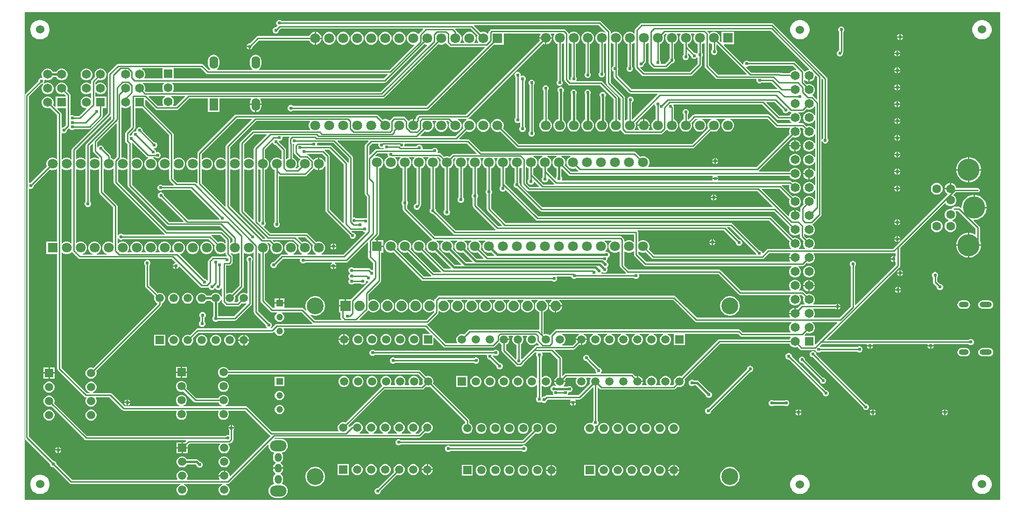
<source format=gbl>
%FSTAX23Y23*%
%MOIN*%
%SFA1B1*%

%IPPOS*%
%ADD10C,0.010000*%
%ADD19C,0.002360*%
%ADD20C,0.004720*%
%ADD21C,0.002700*%
%ADD65C,0.047240*%
%ADD66R,0.047240X0.047240*%
%ADD68R,0.047240X0.047240*%
%ADD69C,0.015000*%
%ADD70O,0.062000X0.090000*%
%ADD71R,0.062000X0.090000*%
%ADD72C,0.120000*%
%ADD73R,0.074000X0.074000*%
%ADD74C,0.074000*%
%ADD75C,0.060000*%
%ADD76R,0.070870X0.070870*%
%ADD77C,0.070870*%
%ADD78O,0.086610X0.039370*%
%ADD79O,0.070870X0.039370*%
%ADD80C,0.064960*%
%ADD81R,0.064960X0.064960*%
%ADD82C,0.059060*%
%ADD83R,0.059060X0.059060*%
%ADD84C,0.062990*%
%ADD85C,0.157480*%
%ADD86R,0.062990X0.062990*%
%ADD87C,0.062990*%
%ADD88R,0.070870X0.070870*%
%ADD89O,0.118110X0.078740*%
%ADD90O,0.051180X0.062990*%
%ADD91R,0.059060X0.059060*%
%ADD92C,0.024020*%
%LN6502_carrier-1*%
%LPD*%
G36*
X05859Y04412D02*
X05859Y04411D01*
X05859Y04411*
X05853Y04408*
X05847Y04412*
X05835Y04415*
X05824*
X05812Y04412*
X05802Y04406*
X05793Y04397*
X05787Y04387*
X05784Y04375*
Y04364*
X05787Y04352*
X05793Y04342*
X05802Y04333*
X05812Y04327*
X05814Y04327*
Y04125*
X05811Y04122*
X05807Y04114*
Y04105*
X05811Y04097*
X05817Y04091*
X05825Y04087*
X05834*
X05842Y04091*
X05848Y04097*
X05852Y04105*
Y04114*
X05848Y04122*
X05845Y04125*
Y04327*
X05847Y04327*
X05857Y04333*
X0586Y04332*
X05862Y04331*
Y04047*
X05863Y04041*
X05867Y04036*
X05964Y03938*
Y03782*
X0596Y0378*
X05957Y03782*
X05947Y03788*
X05945Y03788*
Y03941*
X05944Y03946*
X0594Y03951*
X05834Y04057*
X05829Y04061*
X05824Y04062*
X05651*
X05649Y04067*
X05652Y04074*
Y04083*
X05648Y04091*
X05645Y04094*
Y04327*
X05647Y04327*
X05657Y04333*
X05666Y04342*
X05672Y04352*
X05675Y04364*
Y04375*
X05672Y04387*
X05666Y04397*
X05657Y04406*
X05647Y04412*
X05635Y04415*
X05624*
X05612Y04412*
X05602Y04406*
X05597Y04402*
X05592Y04403*
X05592Y04405*
X05588Y0441*
X0557Y04428*
X05565Y04432*
X0556Y04433*
X05046*
X0504Y04432*
X05035Y04428*
X05026Y04419*
X05022Y04414*
X05021Y04409*
Y04403*
X05016Y04401*
X05012Y04405*
X05002Y04411*
X0499Y04414*
X04979*
X04967Y04411*
X04965Y0441*
X04918Y04457*
X0492Y04461*
X05809*
X05859Y04412*
G37*
G36*
X05492Y044D02*
X05493Y04397D01*
X05487Y04387*
X05484Y04375*
Y04364*
X05487Y04352*
X05493Y04342*
X05502Y04333*
X05512Y04327*
X05514Y04327*
Y04065*
X05511Y04062*
X05507Y04054*
Y04045*
X05511Y04037*
X05517Y04031*
X05525Y04027*
X05534*
X05542Y04031*
X05548Y04037*
X05552Y04045*
Y04054*
X05548Y04062*
X05545Y04065*
Y04327*
X05547Y04327*
X05557Y04333*
X0556Y04332*
X05562Y04331*
Y04071*
X05563Y04065*
X05567Y0406*
X05591Y04036*
X05596Y04032*
X05602Y04031*
X05817*
X05914Y03934*
Y03788*
X05912Y03788*
X05902Y03782*
X05893Y03773*
X05887Y03763*
X05884Y03752*
Y0374*
X05887Y03728*
X05893Y03718*
X05902Y03709*
X05912Y03703*
X05924Y037*
X05935*
X05947Y03703*
X05957Y03709*
X05961Y03712*
X05966Y03711*
X05969Y03707*
X05989Y03687*
X05994Y03683*
X06Y03682*
X06256*
X06261Y03683*
X06266Y03687*
X06288Y03709*
X06291Y03713*
X06295Y03714*
X06297Y03714*
X06302Y03709*
X06312Y03703*
X06324Y037*
X06335*
X06347Y03703*
X06357Y03709*
X06366Y03718*
X06372Y03728*
X06375Y0374*
Y03752*
X06372Y03763*
X06366Y03773*
X06357Y03782*
X06347Y03788*
X06345Y03788*
Y03874*
X06344Y03879*
X06344Y0388*
Y03886*
X06342Y03889*
X06345Y03894*
X06975*
X07081Y03789*
X07086Y03785*
X07091Y03784*
X0717*
X0717Y03783*
X07176Y03773*
X07183Y03766*
X07185Y03765*
X07183Y0376*
X07088*
X07028Y03819*
X07023Y03823*
X07018Y03824*
X06492*
X06487Y03823*
X06482Y03819*
X06449Y03787*
X06449Y03787*
X06447Y03788*
X06445Y03788*
X06445Y03789*
Y03824*
X06448Y03827*
X06452Y03835*
Y03844*
X06448Y03852*
X06442Y03858*
X06434Y03862*
X06425*
X06417Y03858*
X06411Y03852*
X06407Y03844*
Y03835*
X06411Y03827*
X06414Y03824*
Y03788*
X06412Y03788*
X06402Y03782*
X06393Y03773*
X06387Y03763*
X06384Y03752*
Y0374*
X06387Y03728*
X06393Y03718*
X06402Y03709*
X06412Y03703*
X06424Y037*
X06435*
X06447Y03703*
X06457Y03709*
X06466Y03718*
X06472Y03728*
X06475Y0374*
Y03752*
X06472Y03763*
X06471Y03765*
X06499Y03793*
X06513*
X06513Y03788*
X06512Y03788*
X06502Y03782*
X06493Y03773*
X06487Y03763*
X06484Y03752*
Y0374*
X06487Y03728*
X06493Y03718*
X06502Y03709*
X06512Y03703*
X06524Y037*
X06535*
X06547Y03703*
X06557Y03709*
X06566Y03718*
X06572Y03728*
X06575Y0374*
Y03752*
X06572Y03763*
X06566Y03773*
X06557Y03782*
X06547Y03788*
X06546Y03788*
X06546Y03793*
X06613*
X06613Y03788*
X06612Y03788*
X06602Y03782*
X06593Y03773*
X06587Y03763*
X06584Y03752*
Y0374*
X06587Y03728*
X06588Y03726*
X06475Y03613*
X05238*
X05126Y03725*
X05127Y03727*
X0513Y03739*
Y0375*
X05127Y03762*
X05121Y03772*
X05112Y03781*
X05102Y03787*
X0509Y0379*
X05079*
X05067Y03787*
X05057Y03781*
X05048Y03772*
X05042Y03762*
X05039Y0375*
Y03739*
X05042Y03727*
X05048Y03717*
X05057Y03708*
X05067Y03702*
X05079Y03699*
X0509*
X05102Y03702*
X05104Y03703*
X05221Y03587*
X05226Y03583*
X05232Y03582*
X06481*
X06487Y03583*
X06492Y03587*
X0661Y03704*
X06612Y03703*
X06624Y037*
X06635*
X06647Y03703*
X06657Y03709*
X06666Y03718*
X06672Y03728*
X06675Y0374*
Y03752*
X06672Y03763*
X06666Y03773*
X06657Y03782*
X06647Y03788*
X06646Y03788*
X06646Y03793*
X06713*
X06713Y03788*
X06712Y03788*
X06702Y03782*
X06693Y03773*
X06687Y03763*
X06684Y03752*
Y0374*
X06687Y03728*
X06693Y03718*
X06702Y03709*
X06712Y03703*
X06724Y037*
X06735*
X06747Y03703*
X06757Y03709*
X06766Y03718*
X06772Y03728*
X06775Y0374*
Y03752*
X06772Y03763*
X06766Y03773*
X06757Y03782*
X06747Y03788*
X06746Y03788*
X06746Y03793*
X07011*
X07071Y03734*
X07076Y0373*
X07082Y03729*
X07173*
X07175Y03724*
X0717Y03716*
X07167Y03705*
Y03694*
X0717Y03683*
X0717Y03682*
X06935Y03447*
X06163*
X06162Y03449*
X06161Y03452*
X06167Y03462*
X0617Y03474*
Y03485*
X06167Y03497*
X06161Y03507*
X06152Y03516*
X06142Y03522*
X0613Y03525*
X06119*
X06107Y03522*
X06105Y03521*
X06073Y03553*
X06068Y03556*
X06062Y03557*
X04969*
X04885Y03641*
X0488Y03645*
X04874Y03646*
X04814*
X04812Y0365*
X04865Y03703*
X04867Y03702*
X04879Y03699*
X0489*
X04902Y03702*
X04912Y03708*
X04921Y03717*
X04927Y03727*
X0493Y03739*
Y0375*
X04927Y03762*
X04921Y03772*
X04912Y03781*
X04902Y03787*
X0489Y0379*
X04879*
X04877Y03789*
X04875Y03794*
X04878Y03796*
X0541Y04328*
X05412Y04327*
X05424Y04324*
X05425*
Y04365*
X05384*
Y04364*
X05387Y04352*
X05388Y0435*
X04861Y03822*
X04528*
X04522Y03821*
X04517Y03818*
X04506Y03807*
X04503Y03802*
X04502Y03796*
Y03791*
X04498Y03788*
X0449Y0379*
X0449*
Y03745*
X0448*
Y0379*
X04479*
X04467Y03787*
X04457Y03781*
X04453Y03777*
X04447Y03779*
X04447Y03781*
X04443Y03786*
X04426Y03803*
X04421Y03807*
X04416Y03808*
X04349*
X04343Y03807*
X04338Y03803*
X04321Y03786*
X04318Y03782*
X04313Y0378*
X04312Y03781*
X04302Y03787*
X0429Y0379*
X04279*
X04267Y03787*
X04265Y03786*
X04233Y03818*
X04228Y03821*
X04222Y03822*
X0322*
X03214Y03821*
X03209Y03818*
X02948Y03556*
X02944Y03551*
X02943Y03546*
Y03507*
X02939Y03505*
X02937Y03506*
X02927Y03512*
X02915Y03515*
X02904*
X02892Y03512*
X02882Y03506*
X02873Y03497*
X02867Y03487*
X02864Y03475*
Y03464*
X02867Y03452*
X02873Y03442*
X02882Y03433*
X02892Y03427*
X02904Y03424*
X02915*
X02927Y03427*
X02937Y03433*
X02939Y03434*
X02943Y03432*
Y03333*
X02938Y03331*
X02935Y03334*
X0293Y03338*
X02924Y03339*
X028*
X02773Y03366*
Y03435*
X02778Y03437*
X02782Y03433*
X02792Y03427*
X02804Y03424*
X02815*
X02827Y03427*
X02837Y03433*
X02846Y03442*
X02852Y03452*
X02855Y03464*
Y03475*
X02852Y03487*
X02846Y03497*
X02837Y03506*
X02827Y03512*
X02815Y03515*
X02804*
X02792Y03512*
X02782Y03506*
X02778Y03502*
X02773Y03504*
Y03682*
X02772Y03687*
X02768Y03692*
X02572Y03889*
Y03925*
X02577Y03927*
X02644Y0386*
X02649Y03856*
X02655Y03855*
X02798*
X02803Y03856*
X02808Y0386*
X02888Y03939*
X03019*
Y0384*
X03101*
Y03939*
X03325*
X03328Y03934*
X03324Y03929*
X0332Y03919*
X03318Y03909*
Y039*
X03401*
Y03909*
X03399Y03919*
X03395Y03929*
X03391Y03934*
X03394Y03939*
X04271*
X04276Y0394*
X04281Y03944*
X04665Y04327*
X04667Y04326*
X04679Y04323*
X0469*
X04702Y04326*
X04712Y04332*
X04714Y04333*
X04719Y04332*
X04722Y04329*
X04741Y0431*
X04746Y04306*
X04752Y04305*
X04993*
X04995Y04301*
X04578Y03884*
X03626*
X03623Y03887*
X03615Y03891*
X03606*
X03598Y03887*
X03592Y03881*
X03588Y03873*
Y03864*
X03592Y03856*
X03598Y0385*
X03606Y03846*
X03615*
X03623Y0385*
X03626Y03853*
X04585*
X0459Y03854*
X04595Y03858*
X05061Y04323*
X0513*
Y04402*
X05391*
X05392Y044*
X05393Y04397*
X05387Y04387*
X05384Y04375*
Y04375*
X05475*
Y04375*
X05472Y04387*
X05466Y04397*
X05467Y044*
X05468Y04402*
X05491*
X05492Y044*
G37*
G36*
X04943Y04388D02*
X04942Y04386D01*
X04939Y04374*
Y04363*
X04942Y04351*
X04948Y04341*
X04947Y04338*
X04946Y04336*
X04923*
X04922Y04338*
X04921Y04341*
X04927Y04351*
X0493Y04363*
Y04374*
X04927Y04386*
X04921Y04396*
X04912Y04405*
X04902Y04411*
X0489Y04414*
X04879*
X04867Y04411*
X04857Y04405*
X04848Y04396*
X04842Y04386*
X04839Y04374*
Y04363*
X04842Y04351*
X04848Y04341*
X04847Y04338*
X04846Y04336*
X04823*
X04822Y04338*
X04821Y04341*
X04827Y04351*
X0483Y04363*
Y04374*
X04827Y04386*
X04821Y04396*
X04812Y04405*
X04802Y04411*
X048Y04411*
X04799Y04416*
X04795Y04421*
X04784Y04433*
X04786Y04437*
X04894*
X04943Y04388*
G37*
G36*
X06492Y044D02*
X06493Y04397D01*
X06487Y04387*
X06484Y04375*
Y04364*
X06487Y04352*
X06493Y04342*
X06502Y04333*
X06512Y04327*
X06514Y04327*
Y04265*
X06511Y04262*
X0651Y0426*
X06505Y04259*
X06503Y04261*
X06495Y04265*
X0649*
X06445Y0431*
Y04327*
X06447Y04327*
X06457Y04333*
X06466Y04342*
X06472Y04352*
X06475Y04364*
Y04375*
X06472Y04387*
X06466Y04397*
X06467Y044*
X06468Y04402*
X06491*
X06492Y044*
G37*
G36*
X06292D02*
X06293Y04397D01*
X06287Y04387*
X06284Y04375*
Y04364*
X06287Y04352*
X06293Y04342*
X06302Y04333*
X06312Y04327*
X06314Y04327*
Y04225*
X06311Y04222*
X06307Y04214*
Y04209*
X06282Y04184*
X06253*
X06251Y04188*
X06252Y0419*
Y04199*
X06248Y04207*
X06245Y0421*
Y04327*
X06247Y04327*
X06257Y04333*
X06266Y04342*
X06272Y04352*
X06275Y04364*
Y04375*
X06272Y04387*
X06271Y04389*
X06284Y04402*
X06291*
X06292Y044*
G37*
G36*
X06392D02*
X06393Y04397D01*
X06387Y04387*
X06384Y04375*
Y04364*
X06387Y04352*
X06393Y04342*
X06402Y04333*
X06412Y04327*
X06414Y04327*
Y04304*
Y0425*
X06411Y04247*
X06407Y04239*
Y0423*
X06411Y04222*
X06417Y04216*
X06425Y04212*
X06434*
X06442Y04216*
X06448Y04222*
X06452Y0423*
Y04239*
X06448Y04247*
X06445Y0425*
Y0426*
X06449Y04262*
X06468Y04243*
Y04238*
X06472Y0423*
X06478Y04224*
X06486Y0422*
X06495*
X06503Y04224*
X06509Y0423*
X06509Y0423*
X06514Y04229*
Y04186*
X06457Y04129*
X06134*
X06105Y04157*
X06107Y04162*
X06114*
X06122Y04166*
X06128Y04172*
X06132Y0418*
Y04185*
X0614Y04194*
X06144Y04199*
X06145Y04205*
Y04327*
X06147Y04327*
X06157Y04333*
X06161Y04337*
X06166Y04335*
Y04192*
X06167Y04186*
X06171Y04181*
X06194Y04158*
X06199Y04154*
X06205Y04153*
X06289*
X06294Y04154*
X06299Y04158*
X06329Y04187*
X06334*
X06342Y04191*
X06348Y04197*
X06352Y04205*
Y04214*
X06348Y04222*
X06345Y04225*
Y04327*
X06347Y04327*
X06357Y04333*
X06366Y04342*
X06372Y04352*
X06375Y04364*
Y04375*
X06372Y04387*
X06366Y04397*
X06367Y044*
X06368Y04402*
X06391*
X06392Y044*
G37*
G36*
X07219Y04146D02*
X07217Y04142D01*
X07215Y04142*
X07204*
X07193Y04139*
X07183Y04133*
X07176Y04126*
X07171Y04117*
X07063Y04123*
X07063Y04123*
X07062Y04123*
X06898*
X06861Y04159*
X06863Y04164*
X06869*
X06877Y04168*
X0688Y04171*
X07194*
X07219Y04146*
G37*
G36*
X07311Y04147D02*
X07309Y04142D01*
X07304*
X07293Y04139*
X07283Y04133*
X07279Y0413*
X07274Y04131*
X07274Y04133*
X0727Y04138*
X07211Y04197*
X07206Y04201*
X07201Y04202*
X0688*
X06877Y04205*
X06869Y04209*
X0686*
X06852Y04205*
X06846Y04199*
X06842Y04191*
Y04185*
X06837Y04183*
X06701Y04319*
X06703Y04324*
X06775*
Y04415*
X06684*
Y04343*
X06679Y04341*
X06671Y0435*
X06672Y04352*
X06675Y04364*
Y04375*
X06672Y04387*
X06666Y04397*
X06657Y04406*
X06647Y04412*
X06635Y04415*
X06624*
X06612Y04412*
X06602Y04406*
X06599Y04403*
X06595Y04404*
X06594Y04405*
X06594Y04405*
X0659Y0441*
X06583Y04418*
X06585Y04422*
X07036*
X07311Y04147*
G37*
G36*
X06602Y04333D02*
X06612Y04327D01*
X06617Y04326*
Y04287*
X06614Y04284*
X06611Y04276*
Y04267*
X06614Y04259*
X0662Y04253*
X06628Y04249*
X06637*
X06645Y04253*
X06651Y04259*
X06655Y04267*
Y04276*
X06651Y04284*
X06648Y04287*
Y04322*
X06653Y04324*
X06865Y04113*
X06863Y04108*
X06662*
X06595Y04175*
Y04333*
X06599Y04335*
X06602Y04333*
G37*
G36*
X03006Y04117D02*
X03011Y04113D01*
X03017Y04112*
X043*
X04302Y04108*
X04274Y0408*
X02776*
Y04154*
X02969*
X03006Y04117*
G37*
G36*
X02693Y0408D02*
X02566D01*
X02564Y04085*
X02569Y04093*
X02572Y04104*
Y04115*
X02569Y04126*
X02563Y04136*
X02556Y04143*
X02551Y04146*
X02549Y04153*
X0255Y04154*
X02693*
Y0408*
G37*
G36*
X05602Y04333D02*
X05612Y04327D01*
X05614Y04327*
Y04094*
X05611Y04091*
X05607Y04083*
Y04074*
X05609Y04071*
X05606Y04065*
X05605Y04065*
X05593Y04077*
Y04335*
X05598Y04337*
X05602Y04333*
G37*
G36*
X07369Y0409D02*
Y03933D01*
X07364Y03932*
X0734Y03955*
X07335Y03959*
X07334Y03959*
X07333Y03964*
X07336Y03966*
X07343Y03973*
X07349Y03983*
X07352Y03994*
Y04005*
X07349Y04016*
X07343Y04026*
X07336Y04033*
X07326Y04039*
X07315Y04042*
X07304*
X07293Y04039*
X07292Y04039*
X07275Y04056*
Y04067*
X0728Y04069*
X07283Y04066*
X07293Y0406*
X07304Y04057*
X07305*
Y041*
X07315*
Y04057*
X07315*
X07326Y0406*
X07336Y04066*
X07343Y04073*
X07349Y04083*
X07352Y04094*
Y04099*
X07357Y04101*
X07369Y0409*
G37*
G36*
X04567Y04326D02*
X04579Y04323D01*
X04582*
X04584Y04318*
X04251Y03986*
X02771*
X02769Y03991*
X02773Y03998*
X02776Y04009*
Y0402*
X02773Y04031*
X02768Y0404*
X02763Y04044*
X02766Y04049*
X04281*
X04286Y0405*
X04291Y04054*
X04565Y04327*
X04567Y04326*
G37*
G36*
X02706Y04044D02*
X02701Y0404D01*
X02696Y04031*
X02693Y0402*
Y04009*
X02696Y03998*
X027Y03991*
X02698Y03986*
X02575*
X02569Y03992*
X02569Y03993*
X02572Y04004*
Y04015*
X02569Y04026*
X02563Y04036*
X02556Y04043*
X02554Y04044*
X02556Y04049*
X02703*
X02706Y04044*
G37*
G36*
X02856Y03951D02*
X02791Y03886D01*
X02771*
X02769Y03891*
X02773Y03898*
X02776Y03909*
Y0392*
X02773Y03931*
X02768Y0394*
X0276Y03948*
X02756Y0395*
X02757Y03955*
X02854*
X02856Y03951*
G37*
G36*
X02713Y0395D02*
X02709Y03948D01*
X02701Y0394*
X02696Y03931*
X02693Y0392*
Y03909*
X02696Y03898*
X027Y03891*
X02698Y03886*
X02661*
X02596Y03951*
X02598Y03955*
X02712*
X02713Y0395*
G37*
G36*
X02469Y03883D02*
Y03735D01*
X02433Y03698*
X02429Y03693*
X02428Y03688*
Y03634*
X02429Y03628*
X02433Y03623*
X02446Y03609*
Y03504*
X02441Y03502*
X02437Y03506*
X02427Y03512*
X02415Y03515*
X02404*
X024Y03519*
Y03873*
X02405Y03875*
X02413Y0387*
X02424Y03867*
X02435*
X02446Y0387*
X02456Y03876*
X02463Y03883*
X02464Y03885*
X02469Y03883*
G37*
G36*
X07354Y03879D02*
Y0382D01*
X07353Y03819*
X07346Y03821*
X07343Y03826*
X07336Y03833*
X07326Y03839*
X07315Y03842*
X07304*
X07293Y03839*
X07283Y03833*
X07276Y03826*
X0727Y03816*
X07267Y03805*
Y03794*
X0727Y03783*
X07276Y03773*
X07283Y03766*
X07293Y0376*
X07304Y03757*
X07315*
X07326Y0376*
X07336Y03766*
X07343Y03773*
X07346Y03778*
X07353Y0378*
X07354Y03779*
Y0372*
X07353Y03719*
X07346Y03721*
X07343Y03726*
X07336Y03733*
X07326Y03739*
X07315Y03742*
X07304*
X07293Y03739*
X07292Y03739*
X07275Y03755*
X0727Y03759*
X07265Y0376*
X07236*
X07234Y03765*
X07236Y03766*
X07243Y03773*
X07249Y03783*
X07252Y03794*
Y03805*
X07249Y03816*
X07243Y03826*
X07236Y03833*
X07234Y03834*
X07236Y03839*
X07265*
X0727Y0384*
X07275Y03844*
X07292Y0386*
X07293Y0386*
X07304Y03857*
X07315*
X07326Y0386*
X07336Y03866*
X07343Y03873*
X07346Y03878*
X07353Y0388*
X07354Y03879*
G37*
G36*
X07121Y03855D02*
Y0385D01*
X07125Y03842*
X07131Y03836*
X07139Y03832*
X07148*
X07156Y03836*
X07162Y03842*
X07163Y03845*
X07168Y03846*
X07171Y03844*
X07176Y0384*
X07182Y03839*
X07183*
X07185Y03834*
X07183Y03833*
X07176Y03826*
X0717Y03816*
X0717Y03815*
X07098*
X07006Y03907*
X07008Y03911*
X07065*
X07121Y03855*
G37*
G36*
X05902Y04333D02*
X05912Y04327D01*
X05914Y04327*
Y0417*
X05914Y04169*
X05912Y04168*
X05906Y04162*
X05902Y04154*
Y04145*
X05906Y04137*
X05912Y04131*
X05914Y0413*
Y04096*
X05915Y0409*
X05919Y04085*
X06026Y03978*
X06031Y03974*
X06036Y03973*
X06229*
X06231Y03968*
X06049Y03787*
X06049Y03787*
X06047Y03788*
X06045Y03788*
X06045Y03789*
Y03909*
X06047Y0391*
X06053Y03917*
X06057Y03925*
Y03933*
X06053Y03941*
X06047Y03948*
X06039Y03951*
X0603*
X06022Y03948*
X06016Y03941*
X06013Y03933*
Y03925*
X06014Y03921*
Y03788*
X06012Y03788*
X06002Y03782*
X05999Y0378*
X05995Y03782*
Y03945*
X05994Y0395*
X0599Y03955*
X05893Y04053*
Y04335*
X05898Y04337*
X05902Y04333*
G37*
G36*
X02006Y03748D02*
X0199Y03732D01*
X01985*
X01978Y03728*
X01973Y0373*
Y03827*
X01972Y03832*
X01968Y03837*
X01943Y03862*
X01945Y03867*
X02006*
Y03748*
G37*
G36*
X06207Y03895D02*
Y03894D01*
X06211Y03886*
X06214Y03883*
Y03788*
X06212Y03788*
X06202Y03782*
X06193Y03773*
X06187Y03763*
X06184Y03752*
Y0374*
X06187Y03728*
X06193Y03718*
X06192Y03715*
X06191Y03713*
X06168*
X06167Y03715*
X06166Y03718*
X06172Y03728*
X06175Y0374*
Y03741*
X0613*
X06084*
Y0374*
X06087Y03728*
X06093Y03718*
X06092Y03715*
X06091Y03713*
X06068*
X06067Y03715*
X06066Y03718*
X06072Y03728*
X06075Y0374*
Y03752*
X06072Y03763*
X06071Y03765*
X06203Y03897*
X06207Y03895*
G37*
G36*
X04867Y03787D02*
X04857Y03781D01*
X04848Y03772*
X04842Y03762*
X04839Y0375*
Y03739*
X04842Y03727*
X04843Y03725*
X04786Y03667*
X04536*
X04534Y03672*
X04565Y03703*
X04567Y03702*
X04579Y03699*
X0459*
X04602Y03702*
X04612Y03708*
X04621Y03717*
X04627Y03727*
X0463Y03739*
Y0375*
X04627Y03762*
X04621Y03772*
X04623Y03777*
X04646*
X04648Y03772*
X04642Y03762*
X04639Y0375*
Y03739*
X04642Y03727*
X04648Y03717*
X04657Y03708*
X04667Y03702*
X04679Y03699*
X0469*
X04702Y03702*
X04712Y03708*
X04721Y03717*
X04727Y03727*
X0473Y03739*
Y0375*
X04727Y03762*
X04721Y03772*
X04723Y03777*
X04731*
X04743Y03764*
X04742Y03762*
X04739Y0375*
Y03739*
X04742Y03727*
X04748Y03717*
X04757Y03708*
X04767Y03702*
X04779Y03699*
X0479*
X04802Y03702*
X04812Y03708*
X04821Y03717*
X04827Y03727*
X0483Y03739*
Y0375*
X04827Y03762*
X04821Y03772*
X04812Y03781*
X04802Y03787*
X04802Y03787*
X04805Y03792*
X04866*
X04867Y03787*
G37*
G36*
X0727Y03717D02*
X0727Y03716D01*
X07267Y03705*
Y03694*
X0727Y03683*
X07276Y03673*
X07283Y03666*
X07293Y0366*
X07304Y03657*
X07315*
X07326Y0366*
X07336Y03666*
X07343Y03673*
X07346Y03678*
X07353Y0368*
X07354Y03679*
Y0362*
X07353Y03619*
X07346Y03621*
X07343Y03626*
X07336Y03633*
X07326Y03639*
X07315Y03642*
X07304*
X07293Y03639*
X07283Y03633*
X07276Y03626*
X0727Y03616*
X07267Y03605*
Y03594*
X0727Y03583*
X07276Y03573*
X07283Y03566*
X07293Y0356*
X07304Y03557*
X07315*
X07326Y0356*
X07336Y03566*
X07343Y03573*
X07346Y03578*
X07353Y0358*
X07354Y03579*
Y0352*
X07353Y03519*
X07346Y03521*
X07343Y03526*
X07336Y03533*
X07326Y03539*
X07315Y03542*
X07304*
X07293Y03539*
X07283Y03533*
X07276Y03526*
X0727Y03516*
X07267Y03505*
Y03494*
X0727Y03483*
X07276Y03473*
X07283Y03466*
X07293Y0346*
X07304Y03457*
X07315*
X07326Y0346*
X07336Y03466*
X07343Y03473*
X07346Y03478*
X07353Y0348*
X07354Y03479*
Y0342*
X07353Y03419*
X07346Y03421*
X07343Y03426*
X07336Y03433*
X07326Y03439*
X07315Y03442*
X07315*
Y034*
Y03357*
X07315*
X07326Y0336*
X07336Y03366*
X07343Y03373*
X07346Y03378*
X07353Y0338*
X07354Y03379*
Y0332*
X07353Y03319*
X07346Y03321*
X07343Y03326*
X07336Y03333*
X07326Y03339*
X07315Y03342*
X07304*
X07293Y03339*
X07283Y03333*
X07276Y03326*
X0727Y03316*
X07267Y03305*
Y03294*
X0727Y03283*
X07276Y03273*
X07283Y03266*
X07293Y0326*
X07304Y03257*
X07315*
X07326Y0326*
X07336Y03266*
X07343Y03273*
X07346Y03278*
X07353Y0328*
X07354Y03279*
Y0322*
X07353Y03219*
X07346Y03221*
X07343Y03226*
X07336Y03233*
X07326Y03239*
X07315Y03242*
X07304*
X07293Y03239*
X07283Y03233*
X07276Y03226*
X0727Y03216*
X07267Y03205*
Y03194*
X0727Y03183*
X0727Y03182*
X07252Y03163*
X07248Y03158*
X07247Y03153*
Y03129*
X07242Y03127*
X07236Y03133*
X07226Y03139*
X07215Y03142*
X07215*
Y031*
X07205*
Y03142*
X07204*
X07193Y03139*
X07183Y03133*
X07176Y03126*
X0717Y03116*
X07167Y03105*
Y03099*
X07162Y03097*
X06972Y03287*
X06974Y03291*
X07096*
X0717Y03217*
X0717Y03216*
X07167Y03205*
Y03194*
X0717Y03183*
X07176Y03173*
X07183Y03166*
X07193Y0316*
X07204Y03157*
X07215*
X07226Y0316*
X07236Y03166*
X07243Y03173*
X07249Y03183*
X07252Y03194*
Y03205*
X07249Y03216*
X07243Y03226*
X07236Y03233*
X07226Y03239*
X07215Y03242*
X07204*
X07193Y03239*
X07192Y03239*
X07116Y03314*
X07118Y03319*
X07166*
X07167Y03318*
X0717Y03315*
X07167Y03305*
Y03294*
X0717Y03283*
X07176Y03273*
X07183Y03266*
X07193Y0326*
X07204Y03257*
X07215*
X07226Y0326*
X07236Y03266*
X07243Y03273*
X07249Y03283*
X07252Y03294*
Y03305*
X07249Y03316*
X07243Y03326*
X07236Y03333*
X07226Y03339*
X07215Y03342*
X07204*
X07193Y03339*
X07192Y03339*
X07185Y03345*
X0718Y03349*
X07175Y0335*
X06662*
X06659Y03355*
X06661Y0336*
X06618*
X0662Y03355*
X06617Y0335*
X05547*
X05544Y03355*
X05547Y0336*
Y03369*
X05543Y03377*
X05542Y03378*
Y03433*
X05547Y03435*
X05594Y03389*
X05599Y03385*
X05605Y03384*
X06621*
X06623Y03379*
X06621Y03377*
X06618Y0337*
X06661*
X06658Y03377*
X06656Y03379*
X06658Y03384*
X0717*
X0717Y03383*
X07176Y03373*
X07183Y03366*
X07193Y0336*
X07204Y03357*
X07215*
X07226Y0336*
X07236Y03366*
X07243Y03373*
X07249Y03383*
X07252Y03394*
Y03405*
X07249Y03416*
X07243Y03426*
X07236Y03433*
X07226Y03439*
X07215Y03442*
X07204*
X07193Y03439*
X07183Y03433*
X07176Y03426*
X0717Y03416*
X0717Y03415*
X06953*
X06951Y0342*
X06952Y03421*
X07192Y0366*
X07193Y0366*
X07204Y03657*
X07215*
X07226Y0366*
X07236Y03666*
X07243Y03673*
X07249Y03683*
X07252Y03694*
Y03705*
X07249Y03716*
X07244Y03724*
X07246Y03729*
X07258*
X0727Y03717*
G37*
G36*
X0741Y04072D02*
Y03654D01*
X07407Y03651*
X07404Y03645*
X07399Y03646*
Y04077*
X07404Y04078*
X0741Y04072*
G37*
G36*
X0867Y0107D02*
X0171D01*
Y01501*
X01711Y01502*
X01715Y01503*
X01892Y01325*
Y0132*
X01896Y01312*
X01902Y01306*
X0191Y01302*
X01915*
X02031Y01187*
X02036Y01183*
X02042Y01182*
X02822*
X02823Y01177*
X02819Y01176*
X0281Y01171*
X02803Y01164*
X02798Y01155*
X02795Y01145*
Y01134*
X02798Y01124*
X02803Y01115*
X0281Y01108*
X02819Y01103*
X02829Y011*
X0284*
X0285Y01103*
X02859Y01108*
X02866Y01115*
X02871Y01124*
X02874Y01134*
Y01145*
X02871Y01155*
X02866Y01164*
X02859Y01171*
X0285Y01176*
X02847Y01177*
X02847Y01182*
X03122*
X03123Y01177*
X03119Y01176*
X0311Y01171*
X03103Y01164*
X03098Y01155*
X03095Y01145*
Y01134*
X03098Y01124*
X03103Y01115*
X0311Y01108*
X03119Y01103*
X03129Y011*
X0314*
X0315Y01103*
X03159Y01108*
X03166Y01115*
X03171Y01124*
X03174Y01134*
Y01145*
X03171Y01155*
X03166Y01164*
X03159Y01171*
X0315Y01176*
X03147Y01177*
X03147Y01182*
X0316*
X03165Y01183*
X0317Y01187*
X03446Y01463*
X03451Y0146*
X0345Y01456*
X03452Y01443*
X03457Y01431*
X03465Y0142*
X03475Y01413*
X03487Y01408*
X0349Y01407*
X03492Y01402*
X03488Y01397*
X03485Y01388*
X03484Y01379*
Y01367*
X03485Y01358*
X03488Y01349*
X03494Y01342*
X03501Y01337*
X03501Y01334*
X03501Y01331*
X03494Y01326*
X03488Y01318*
X03485Y0131*
X03484Y013*
Y013*
X0352*
X03555*
Y013*
X03554Y0131*
X03551Y01318*
X03545Y01326*
X03538Y01331*
X03538Y01334*
X03538Y01337*
X03545Y01342*
X03551Y01349*
X03554Y01358*
X03555Y01367*
Y01379*
X03554Y01388*
X03551Y01397*
X03547Y01402*
X03549Y01407*
X03552Y01408*
X03564Y01413*
X03574Y0142*
X03582Y01431*
X03587Y01443*
X03589Y01456*
X03587Y01469*
X03582Y01481*
X03574Y01491*
X03564Y01499*
X03552Y01504*
X03539Y01505*
X035*
X03495Y01505*
X03493Y01509*
X03496Y01513*
X04528*
X04534Y01514*
X04539Y01517*
X04569Y01548*
X04579Y01545*
X0459*
X046Y01548*
X04609Y01553*
X04616Y0156*
X04621Y01569*
X04624Y01579*
Y0159*
X04621Y016*
X04616Y01609*
X04609Y01616*
X046Y01621*
X0459Y01624*
X04579*
X04569Y01621*
X0456Y01616*
X04553Y01609*
X04548Y016*
X04545Y0159*
Y01579*
X04548Y01569*
X04522Y01543*
X04502*
X04501Y01548*
X04509Y01553*
X04516Y0156*
X04521Y01569*
X04524Y01579*
Y0159*
X04521Y016*
X04516Y01609*
X04509Y01616*
X045Y01621*
X0449Y01624*
X04479*
X04469Y01621*
X0446Y01616*
X04453Y01609*
X04448Y016*
X04445Y0159*
Y01579*
X04448Y01569*
X04453Y0156*
X0446Y01553*
X04468Y01548*
X04467Y01543*
X04402*
X04401Y01548*
X04409Y01553*
X04416Y0156*
X04421Y01569*
X04424Y01579*
Y0159*
X04421Y016*
X04416Y01609*
X04409Y01616*
X044Y01621*
X0439Y01624*
X04379*
X04369Y01621*
X0436Y01616*
X04353Y01609*
X04348Y016*
X04345Y0159*
Y01579*
X04348Y01569*
X04353Y0156*
X0436Y01553*
X04368Y01548*
X04367Y01543*
X04302*
X04301Y01548*
X04309Y01553*
X04316Y0156*
X04321Y01569*
X04324Y01579*
Y0159*
X04321Y016*
X04316Y01609*
X04309Y01616*
X043Y01621*
X0429Y01624*
X04279*
X04269Y01621*
X0426Y01616*
X04253Y01609*
X04248Y016*
X04245Y0159*
Y01579*
X04248Y01569*
X04253Y0156*
X0426Y01553*
X04268Y01548*
X04267Y01543*
X04202*
X04201Y01548*
X04209Y01553*
X04216Y0156*
X04221Y01569*
X04224Y01579*
Y0159*
X04221Y016*
X04216Y01609*
X04209Y01616*
X042Y01621*
X0419Y01624*
X04179*
X04169Y01621*
X0416Y01616*
X04153Y01609*
X04148Y016*
X04145Y0159*
Y01579*
X04148Y01569*
X04153Y0156*
X0416Y01553*
X04168Y01548*
X04167Y01543*
X04102*
X04101Y01548*
X04109Y01553*
X04116Y0156*
X04121Y01569*
X04124Y01579*
Y0159*
X04121Y016*
X04116Y01609*
X04109Y01616*
X041Y01621*
X0409Y01624*
X04079*
X04069Y01621*
X0406Y01616*
X04053Y01609*
X04048Y016*
X04048*
X04042Y01599*
X04037Y01595*
X04029Y01587*
X04024Y01589*
Y0159*
X04021Y016*
X04279Y01857*
X04548*
X04553Y01858*
X04558Y01862*
X04574Y01878*
X04584Y01875*
X04595*
X04605Y01878*
X04854Y01628*
Y01616*
X04845Y01611*
X04838Y01604*
X04833Y01595*
X0483Y01585*
Y01574*
X04833Y01564*
X04838Y01555*
X04845Y01548*
X04854Y01543*
X04864Y0154*
X04875*
X04885Y01543*
X04894Y01548*
X04901Y01555*
X04906Y01564*
X04909Y01574*
Y01585*
X04906Y01595*
X04901Y01604*
X04894Y01611*
X04885Y01616*
Y01635*
X04884Y0164*
X0488Y01645*
X04626Y01899*
X04629Y01909*
Y0192*
X04626Y0193*
X04621Y01939*
X04614Y01946*
X04605Y01951*
X04595Y01954*
X04584*
X04574Y01951*
X04535Y0199*
X0453Y01994*
X04525Y01995*
X03166*
X03161Y02004*
X03154Y02011*
X03145Y02016*
X03135Y02019*
X03124*
X03114Y02016*
X03105Y02011*
X03098Y02004*
X03093Y01995*
X0309Y01985*
Y01974*
X03093Y01964*
X03098Y01955*
X03105Y01948*
X03114Y01943*
X03124Y0194*
X03135*
X03145Y01943*
X03154Y01948*
X03161Y01955*
X03166Y01964*
X04518*
X04553Y0193*
X0455Y0192*
Y01909*
X04553Y01899*
X04541Y01888*
X04526*
X04523Y01893*
X04526Y01899*
X04529Y01909*
Y0192*
X04526Y0193*
X04521Y01939*
X04514Y01946*
X04505Y01951*
X04495Y01954*
X04484*
X04474Y01951*
X04465Y01946*
X04458Y01939*
X04453Y0193*
X0445Y0192*
Y01909*
X04453Y01899*
X04456Y01893*
X04454Y01888*
X04426*
X04423Y01893*
X04426Y01899*
X04429Y01909*
Y0192*
X04426Y0193*
X04421Y01939*
X04414Y01946*
X04405Y01951*
X04395Y01954*
X04384*
X04374Y01951*
X04365Y01946*
X04358Y01939*
X04353Y0193*
X0435Y0192*
Y01909*
X04353Y01899*
X04356Y01893*
X04354Y01888*
X04326*
X04323Y01893*
X04326Y01899*
X04329Y01909*
Y0192*
X04326Y0193*
X04321Y01939*
X04314Y01946*
X04305Y01951*
X04295Y01954*
X04284*
X04274Y01951*
X04265Y01946*
X04258Y01939*
X04253Y0193*
X0425Y0192*
Y01909*
X04253Y01899*
X04258Y0189*
X04262Y01886*
X04262Y01883*
X04Y01621*
X0399Y01624*
X03979*
X03969Y01621*
X0396Y01616*
X03953Y01609*
X03948Y016*
X03945Y0159*
Y01579*
X03948Y01569*
X03951Y01563*
X03948Y01558*
X03476*
X03302Y01732*
X03297Y01736*
X03292Y01737*
X03142*
X03142Y01742*
X03145Y01743*
X03154Y01748*
X03161Y01755*
X03166Y01764*
X03169Y01774*
Y01785*
X03166Y01795*
X03161Y01804*
X03154Y01811*
X03145Y01816*
X03135Y01819*
X03124*
X03114Y01816*
X03105Y01811*
X03098Y01804*
X03093Y01795*
X02936*
X02866Y01864*
X02869Y01874*
Y01885*
X02866Y01895*
X02861Y01904*
X02854Y01911*
X02845Y01916*
X02835Y01919*
X02824*
X02814Y01916*
X02805Y01911*
X02798Y01904*
X02793Y01895*
X0279Y01885*
Y01874*
X02793Y01864*
X02798Y01855*
X02805Y01848*
X02814Y01843*
X02824Y0184*
X02835*
X02845Y01843*
X02919Y01769*
X02924Y01765*
X0293Y01764*
X03093*
X03098Y01755*
X03105Y01748*
X03114Y01743*
X03118Y01742*
X03117Y01737*
X02842*
X02842Y01742*
X02845Y01743*
X02854Y01748*
X02861Y01755*
X02866Y01764*
X02869Y01774*
Y01785*
X02866Y01795*
X02861Y01804*
X02854Y01811*
X02845Y01816*
X02835Y01819*
X02824*
X02814Y01816*
X02805Y01811*
X02798Y01804*
X02793Y01795*
X0279Y01785*
Y01774*
X02793Y01764*
X02798Y01755*
X02805Y01748*
X02814Y01743*
X02818Y01742*
X02817Y01737*
X02423*
X02332Y01827*
X02327Y01831*
X02322Y01832*
X02197*
X02197Y01837*
X022Y01838*
X02209Y01843*
X02216Y0185*
X02221Y01859*
X02224Y01869*
Y0188*
X02221Y0189*
X02216Y01899*
X02209Y01906*
X022Y01911*
X0219Y01914*
X02179*
X02169Y01911*
X0216Y01906*
X02153Y01899*
X02148Y0189*
X02145Y0188*
Y01869*
X02148Y01859*
X02153Y0185*
X0216Y01843*
X02169Y01838*
X02173Y01837*
X02172Y01832*
X02153*
X01973Y02012*
Y02835*
X01978Y02837*
X01982Y02833*
X01992Y02827*
X02004Y02824*
X02015*
X02027Y02827*
X02037Y02833*
X02043Y02839*
X0205Y02838*
X02051Y02837*
X02092Y02796*
X02097Y02792*
X02103Y02791*
X02762*
X02787Y02766*
X02785Y02762*
X02785*
X02777Y02758*
X02771Y02752*
X02768Y02745*
X0279*
Y0274*
X02795*
Y02718*
X02802Y02721*
X02808Y02727*
X02812Y02735*
Y02735*
X02816Y02737*
X02965Y02589*
X0297Y02585*
X02976Y02584*
X03011*
X03016Y02585*
X0302Y02588*
X03025Y02586*
Y02585*
X03028Y02577*
X03035Y02571*
X03043Y02567*
X03051*
X0306Y02571*
X03066Y02577*
X03067Y0258*
X03072*
X03074Y02577*
X0308Y02571*
X03088Y02567*
X03097*
X03105Y02571*
X03111Y02577*
X03112Y0258*
X03117Y02579*
Y02522*
X03112Y02522*
X03111Y02525*
X03106Y02534*
X03099Y02541*
X0309Y02546*
X0308Y02549*
X03069*
X03059Y02546*
X0305Y02541*
X03043Y02534*
X03039Y02527*
X0301*
X03006Y02534*
X02999Y02541*
X0299Y02546*
X0298Y02549*
X02969*
X02959Y02546*
X0295Y02541*
X02943Y02534*
X02938Y02525*
X02935Y02515*
Y02504*
X02938Y02494*
X02943Y02485*
X0295Y02478*
X02959Y02473*
X02969Y0247*
X0298*
X0299Y02473*
X02999Y02478*
X03006Y02485*
X0301Y02492*
X03039*
X03043Y02485*
X0305Y02478*
X03057Y02474*
Y02378*
X03056Y02377*
X03052Y02369*
Y0236*
X03056Y02352*
X03062Y02346*
X0307Y02342*
X03079*
X03087Y02346*
X0309Y02349*
X03212*
X03217Y0235*
X03222Y02354*
X03327Y02459*
X03331Y02464*
X03332Y0247*
Y02773*
X03335Y02776*
X03339Y02784*
Y02793*
X03335Y02801*
X03329Y02807*
X03321Y02811*
X03312*
X03304Y02807*
X03298Y02801*
X03294Y02793*
Y02784*
X03298Y02776*
X03301Y02773*
Y02546*
X03296Y02543*
X0329Y02546*
X0328Y02549*
X03269*
X03259Y02546*
X0325Y02541*
X03243Y02534*
X03238Y02525*
X03235Y02515*
Y02504*
X03238Y02494*
X03226Y02483*
X03211*
X03208Y02488*
X03211Y02494*
X03214Y02504*
Y02515*
X03211Y02525*
X03269Y02583*
X03273Y02588*
X03274Y02594*
Y02834*
X03278Y02836*
X03282Y02833*
X03292Y02827*
X03304Y02824*
X03315*
X03327Y02827*
X03337Y02833*
X03341Y02837*
X03346Y02835*
Y0241*
X03347Y02404*
X03351Y02399*
X03431Y02318*
Y02313*
X03435Y02305*
X03441Y02299*
X03441Y02299*
X0344Y02294*
X02944*
X02938Y02293*
X02933Y02289*
X0289Y02246*
X0288Y02249*
X02869*
X02859Y02246*
X0285Y02241*
X02843Y02234*
X02838Y02225*
X02835Y02215*
Y02204*
X02838Y02194*
X02843Y02185*
X0285Y02178*
X02859Y02173*
X02869Y0217*
X0288*
X0289Y02173*
X02899Y02178*
X02906Y02185*
X02911Y02194*
X02914Y02204*
Y02215*
X02911Y02225*
X0295Y02263*
X03478*
X03483Y02264*
X03488Y02268*
X03491Y02271*
X03496Y02269*
X03498Y02262*
X03503Y02254*
X03509Y02248*
X03517Y02243*
X03525Y02241*
X03534*
X03542Y02243*
X0355Y02248*
X03556Y02254*
X03561Y02262*
X03563Y0227*
Y02279*
X03561Y02287*
X03559Y0229*
X03562Y02295*
X04567*
X04604Y02259*
X04602Y02254*
X0455*
Y02175*
X04629*
Y02227*
X04634Y02229*
X04701Y02162*
X04706Y02158*
X04712Y02157*
X05056*
X05061Y02158*
X05066Y02162*
X05095Y02191*
X051Y0219*
X05107Y02183*
X05116Y02178*
Y02134*
X05118Y02129*
X05121Y02124*
X05201Y02043*
X05203Y0204*
X05217Y02026*
X05222Y02023*
X05228Y02022*
X05248*
X05254Y02023*
X05259Y02026*
X05273Y0204*
X05276Y02045*
X05276Y02047*
X05353Y02123*
X05364*
X05366Y02119*
X05366Y02118*
X05362Y0211*
Y02102*
X05366Y02094*
X05369Y0209*
Y01939*
X05364Y01937*
X05363Y01939*
X05356Y01946*
X05347Y01951*
X05337Y01954*
X05326*
X05316Y01951*
X05307Y01946*
X053Y01939*
X05295Y0193*
X05292Y0192*
Y01909*
X05295Y01899*
X053Y0189*
X05307Y01883*
X05316Y01878*
X05326Y01875*
X05337*
X05347Y01878*
X05356Y01883*
X05363Y0189*
X05364Y01892*
X05369Y01891*
Y01804*
X05366Y018*
X05362Y01792*
Y01783*
X05366Y01775*
X05372Y01769*
X0538Y01766*
X05389*
X05397Y01769*
X05399Y01771*
X05405Y01766*
X05413Y01762*
X05422*
X0543Y01766*
X05436Y01772*
X0544Y0178*
Y01781*
X05444Y01786*
X05608*
X0561Y01781*
X05606Y01777*
X05603Y0177*
X05646*
X05643Y01777*
X05639Y01781*
X05641Y01786*
X05672*
X05678Y01787*
X05683Y01791*
X05765Y01873*
X0577Y01871*
Y01636*
X05767Y01633*
X05763Y01625*
Y0162*
X05762Y01619*
X05758Y01617*
X0575Y01619*
X05739*
X05729Y01616*
X0572Y01611*
X05713Y01604*
X05708Y01595*
X05705Y01585*
Y01574*
X05708Y01564*
X05713Y01555*
X0572Y01548*
X05729Y01543*
X05739Y0154*
X0575*
X0576Y01543*
X05769Y01548*
X05776Y01555*
X05781Y01564*
X05784Y01574*
Y01585*
X05782Y01593*
X05784Y01597*
X05785Y01598*
X0579*
X05798Y01602*
X05804Y01608*
X05807Y01616*
Y01625*
X05804Y01633*
X05801Y01636*
Y01871*
X05805Y01873*
X05816Y01862*
X05821Y01858*
X05827Y01857*
X06343*
X06349Y01858*
X06354Y01862*
X0637Y01878*
X0638Y01875*
X0639*
X064Y01878*
X06409Y01883*
X06417Y0189*
X06422Y01899*
X06425Y01909*
Y0192*
X06422Y0193*
X06677Y02184*
X0717*
X0717Y02183*
X07176Y02173*
X07183Y02166*
X07193Y0216*
X07204Y02157*
X07215*
X07226Y0216*
X07227Y0216*
X07244Y02144*
X07249Y0214*
X07255Y02139*
X07353*
X07355Y0214*
X07358Y02132*
X07365Y02126*
X07373Y02122*
X07381*
X0739Y02126*
X07393Y02129*
X07654*
X07657Y02126*
X07665Y02122*
X07674*
X07682Y02126*
X07688Y02132*
X07692Y0214*
Y02149*
X07688Y02157*
X07682Y02163*
X07674Y02167*
X07665*
X07657Y02163*
X07654Y0216*
X07393*
X0739Y02163*
X07389Y02163*
X07388Y02168*
X07401Y02181*
X07721*
X07724Y02177*
X07723Y02175*
X07766*
X07765Y02177*
X07768Y02181*
X08155*
X08157Y02177*
X08156Y02175*
X082*
X08199Y02177*
X08202Y02181*
X08449*
X08452Y02178*
X0846Y02174*
X08469*
X08477Y02178*
X08483Y02184*
X08487Y02192*
Y02201*
X08483Y02209*
X08477Y02215*
X08469Y02219*
X0846*
X08452Y02215*
X08449Y02212*
X0744*
X07438Y02216*
X07955Y02729*
X07955Y02729*
X07955Y02729*
X07957Y02731*
X07959Y02734*
X07959Y02734*
X07959Y02734*
X07959Y02737*
X0796Y02739*
Y02739*
Y0274*
Y02869*
X08279Y03189*
X08284Y03188*
X08286Y03184*
X08294Y03176*
X08303Y03171*
X08314Y03168*
X08325*
X08336Y03171*
X08345Y03176*
X08353Y03184*
X08358Y03193*
X08361Y03204*
Y03215*
X08358Y03226*
X08353Y03235*
X08345Y03243*
X08341Y03245*
X08341Y0325*
X08358Y03267*
X08515*
X0852Y03268*
X08525Y03271*
X08529Y03276*
X0853Y03282*
X08529Y03288*
X08525Y03293*
X0852Y03296*
X08515Y03298*
X08361*
Y03298*
X08358Y03308*
X08353Y03318*
X08345Y03325*
X08336Y03331*
X08325Y03334*
X08325*
Y03292*
X0832*
Y03287*
X08278*
Y03287*
X08281Y03276*
X08286Y03267*
X08294Y03259*
X08298Y03257*
X08299Y03252*
X07934Y02886*
X07909Y02862*
X07339*
X07337Y02867*
X07343Y02873*
X07349Y02883*
X07352Y02894*
Y02905*
X07349Y02916*
X07343Y02926*
X07336Y02933*
X07326Y02939*
X07315Y02942*
X07304*
X07293Y02939*
X07292Y02939*
X07275Y02956*
Y02967*
X0728Y02969*
X07283Y02966*
X07293Y0296*
X07304Y02957*
X07315*
X07326Y0296*
X07336Y02966*
X07343Y02973*
X07349Y02983*
X07352Y02994*
Y03005*
X07349Y03016*
X07343Y03026*
X07336Y03033*
X07336Y03034*
X07336Y03039*
X07338Y03041*
X07395Y03097*
X07398Y03102*
X07399Y03108*
Y03631*
X07404Y03632*
X07407Y03626*
X07413Y0362*
X07421Y03616*
X0743*
X07438Y0362*
X07444Y03626*
X07448Y03634*
Y03643*
X07444Y03651*
X07441Y03654*
Y04079*
X0744Y04084*
X07436Y04089*
X07055Y0447*
X0705Y04474*
X07045Y04475*
X06115*
X06109Y04474*
X06104Y0447*
X06071Y04437*
X06067Y04432*
X06066Y04426*
Y04404*
X06061Y04402*
X06057Y04406*
X06047Y04412*
X06035Y04415*
X06024*
X06012Y04412*
X06002Y04406*
X05993Y04397*
X05987Y04387*
X05984Y04375*
Y04364*
X05987Y04352*
X05993Y04342*
X06002Y04333*
X06012Y04327*
X06014Y04327*
Y04165*
X06011Y04162*
X06007Y04154*
Y04145*
X06011Y04137*
X06017Y04131*
X06025Y04127*
X06034*
X06042Y04131*
X06048Y04137*
X06052Y04145*
Y04154*
X06048Y04162*
X06045Y04165*
Y04327*
X06047Y04327*
X06057Y04333*
X06061Y04337*
X06066Y04335*
Y0416*
X06067Y04154*
X06071Y04149*
X06117Y04103*
X06122Y04099*
X06128Y04098*
X06464*
X06469Y04099*
X06474Y04103*
X0654Y04169*
X06544Y04174*
X06545Y0418*
Y04234*
X06548Y04237*
X06552Y04245*
Y04254*
X06548Y04262*
X06545Y04265*
Y04327*
X06547Y04327*
X06557Y04333*
X0656Y04335*
X06564Y04333*
Y04169*
X06565Y04163*
X06569Y04158*
X06644Y04082*
X06649Y04079*
X06655Y04077*
X06932*
X06935Y04073*
X06934Y04073*
Y04064*
X06938Y04056*
X06944Y0405*
X06952Y04046*
X06961*
X06969Y0405*
X06972Y04053*
X0704*
X07085Y04008*
X07083Y04004*
X06043*
X05945Y04102*
Y04141*
X05947Y04145*
Y04154*
X05945Y04158*
Y04165*
Y04327*
X05947Y04327*
X05957Y04333*
X05966Y04342*
X05972Y04352*
X05975Y04364*
Y04375*
X05972Y04387*
X05966Y04397*
X05957Y04406*
X05947Y04412*
X05935Y04415*
X05924*
X05912Y04412*
X05902Y04406*
X05898Y04402*
X05893Y04404*
Y04415*
X05892Y0442*
X05888Y04425*
X05826Y04487*
X05821Y04491*
X05816Y04492*
X03544*
X03541Y04495*
X03533Y04499*
X03524*
X03516Y04495*
X0351Y04489*
X03506Y04481*
Y04472*
X0351Y04464*
X03516Y04458*
X03504Y04447*
X03499*
X03491Y04443*
X03485Y04437*
X03481Y04429*
Y0442*
X03485Y04412*
X03491Y04406*
X03499Y04402*
X03508*
X03516Y04406*
X03522Y04412*
X03526Y0442*
Y04425*
X03538Y04437*
X04553*
X04555Y04433*
X04526Y04403*
X04524Y04401*
X04518Y04399*
X04518Y044*
X04512Y04405*
X04502Y04411*
X0449Y04414*
X04479*
X04467Y04411*
X04457Y04405*
X04448Y04396*
X04442Y04386*
X04439Y04374*
Y04363*
X04442Y04351*
X04448Y04341*
X04457Y04332*
X04467Y04326*
X04479Y04323*
X04489*
X04492Y04319*
X04316Y04143*
X03386*
X03384Y04148*
X03389Y04151*
X03395Y0416*
X03399Y0417*
X03401Y04181*
Y04209*
X03399Y04219*
X03395Y04229*
X03389Y04238*
X0338Y04244*
X0337Y04248*
X0336Y0425*
X03349Y04248*
X03339Y04244*
X0333Y04238*
X03324Y04229*
X0332Y04219*
X03318Y04209*
Y04181*
X0332Y0417*
X03324Y0416*
X0333Y04151*
X03335Y04148*
X03333Y04143*
X03086*
X03084Y04148*
X03089Y04151*
X03095Y0416*
X03099Y0417*
X03101Y04181*
Y04209*
X03099Y04219*
X03095Y04229*
X03089Y04238*
X0308Y04244*
X0307Y04248*
X0306Y0425*
X03049Y04248*
X03039Y04244*
X0303Y04238*
X03024Y04229*
X0302Y04219*
X03018Y04209*
Y04181*
X0302Y0417*
X03024Y0416*
X0303Y04151*
X03035Y04148*
X03033Y04143*
X03023*
X02986Y0418*
X02981Y04183*
X02975Y04184*
X02378*
X02372Y04183*
X02367Y0418*
X02308Y0412*
X02304Y04115*
X02303Y0411*
Y03834*
X02051Y03581*
X02047Y03576*
X02046Y03571*
Y03504*
X02041Y03502*
X02037Y03506*
X02027Y03512*
X02015Y03515*
X02004*
X01992Y03512*
X01982Y03506*
X01978Y03502*
X01973Y03504*
Y03689*
X01978Y03691*
X01985Y03687*
X01994*
X02002Y03691*
X02008Y03697*
X02012Y03705*
Y0371*
X02026Y03724*
X0203Y03723*
X02031Y03722*
X02037Y03716*
X02045Y03712*
X02054*
X02062Y03716*
X02065Y03719*
X02173*
X02178Y0372*
X02183Y03724*
X02263Y03803*
X02266Y03808*
X02267Y03814*
Y03867*
X02294*
Y03952*
X02215*
Y0398*
X0222Y03982*
X02226Y03976*
X02236Y0397*
X02246Y03967*
X02258*
X02268Y0397*
X02278Y03976*
X02286Y03983*
X02292Y03993*
X02294Y04004*
Y04015*
X02292Y04026*
X02286Y04036*
X02278Y04043*
X02268Y04049*
X02258Y04052*
X02246*
X02236Y04049*
X02226Y04043*
X0222Y04037*
X02215Y04039*
Y04051*
X02235Y0407*
X02236Y0407*
X02246Y04067*
X02258*
X02268Y0407*
X02278Y04076*
X02286Y04083*
X02292Y04093*
X02294Y04104*
Y04115*
X02292Y04126*
X02286Y04136*
X02278Y04143*
X02268Y04149*
X02258Y04152*
X02246*
X02236Y04149*
X02226Y04143*
X02218Y04136*
X02212Y04126*
X0221Y04115*
Y04104*
X02212Y04093*
X02213Y04092*
X02189Y04068*
X02185Y04063*
X02184Y04057*
Y04044*
X0218Y04042*
X02178Y04043*
X02168Y04049*
X02158Y04052*
X02146*
X02136Y04049*
X02126Y04043*
X02118Y04036*
X02112Y04026*
X0211Y04015*
Y04004*
X02112Y03993*
X02118Y03983*
X02126Y03976*
X02136Y0397*
X02146Y03967*
X02158*
X02168Y0397*
X02178Y03976*
X0218Y03977*
X02184Y03975*
Y03944*
X0218Y03942*
X02178Y03943*
X02168Y03949*
X02158Y03952*
X02146*
X02136Y03949*
X02126Y03943*
X02118Y03936*
X02112Y03926*
X0211Y03915*
Y03904*
X02112Y03893*
X02118Y03883*
X02126Y03876*
X02136Y0387*
X02146Y03867*
X02148*
X0215Y03862*
X02099Y03812*
X02065*
X02062Y03815*
X02054Y03819*
X02045*
X02042Y03817*
X02037Y0382*
Y03963*
X02036Y03968*
X02032Y03973*
X02014Y03992*
X02014Y03993*
X02017Y04004*
Y04015*
X02014Y04026*
X02008Y04036*
X02001Y04043*
X01991Y04049*
X0198Y04052*
X01969*
X01958Y04049*
X01948Y04043*
X01941Y04036*
X01935Y04026*
X01932Y04015*
Y04004*
X01935Y03993*
X01941Y03983*
X01948Y03976*
X01958Y0397*
X01969Y03967*
X0198*
X01991Y0397*
X01992Y0397*
X02005Y03957*
X02004Y03952*
X01932*
Y0388*
X01927Y03878*
X01914Y03892*
X01914Y03893*
X01917Y03904*
Y03915*
X01914Y03926*
X01908Y03936*
X01901Y03943*
X01891Y03949*
X0188Y03952*
X01869*
X01858Y03949*
X01848Y03943*
X01841Y03936*
X01835Y03926*
X01832Y03915*
Y03904*
X01835Y03893*
X01841Y03883*
X01848Y03876*
X01858Y0387*
X01869Y03867*
X0188*
X01891Y0387*
X01892Y0387*
X01942Y0382*
Y03508*
X0194Y03507*
X01937Y03506*
X01927Y03512*
X01915Y03515*
X01904*
X01892Y03512*
X01882Y03506*
X01873Y03497*
X01867Y03487*
X01864Y03475*
Y03464*
X01867Y03452*
X01868Y0345*
X01754Y03336*
X01749*
X01745Y03334*
X0174Y03337*
Y03951*
X01829Y0404*
X01834*
X01842Y04044*
X01845Y0404*
X01841Y04036*
X01835Y04026*
X01832Y04015*
Y04004*
X01835Y03993*
X01841Y03983*
X01848Y03976*
X01858Y0397*
X01869Y03967*
X0188*
X01891Y0397*
X01901Y03976*
X01908Y03983*
X01914Y03993*
X01917Y04004*
Y04015*
X01914Y04026*
X01908Y04036*
X01901Y04043*
X01891Y04049*
X0188Y04052*
X01869*
X01858Y04049*
X01849Y04044*
X01846Y04048*
X01848Y0405*
X01852Y04058*
Y04067*
X01851Y04068*
X01855Y04072*
X01858Y0407*
X01869Y04067*
X0188*
X01891Y0407*
X01901Y04076*
X01908Y04083*
X01913Y04092*
X01936*
X01941Y04083*
X01948Y04076*
X01958Y0407*
X01969Y04067*
X0198*
X01991Y0407*
X02001Y04076*
X02008Y04083*
X02014Y04093*
X02017Y04104*
Y04115*
X02014Y04126*
X02008Y04136*
X02001Y04143*
X01991Y04149*
X0198Y04152*
X01969*
X01958Y04149*
X01948Y04143*
X01941Y04136*
X01936Y04127*
X01913*
X01908Y04136*
X01901Y04143*
X01891Y04149*
X0188Y04152*
X01869*
X01858Y04149*
X01848Y04143*
X01841Y04136*
X01835Y04126*
X01832Y04115*
Y04104*
X01835Y04093*
X01838Y04088*
X01834Y04084*
X01834Y04085*
X01825*
X01817Y04081*
X01811Y04075*
X01807Y04067*
Y04062*
X01715Y03969*
X01711Y0397*
X0171Y03971*
Y04555*
X0867*
Y0107*
G37*
G36*
X04237Y03611D02*
X04236Y03609D01*
Y036*
X0424Y03592*
X04246Y03586*
X04254Y03582*
X04263*
X04267Y03584*
X04271Y03586*
X04273Y03582*
X04273Y03581*
X0427Y03576*
X04223*
X04217Y03575*
X04212Y03572*
X04174Y03534*
X0417Y03536*
Y03593*
X04192Y03615*
X04234*
X04237Y03611*
G37*
G36*
X04936Y03547D02*
X04934Y03542D01*
X04772*
X04766Y03541*
X04761Y03538*
X04744Y03521*
X04742Y03522*
X0473Y03525*
X04719*
X04707Y03522*
X04705Y03521*
X04682Y03544*
X04677Y03547*
X04671Y03548*
X0466*
X04657Y03553*
X0466Y03559*
Y03568*
X04656Y03576*
X0465Y03582*
X04642Y03586*
X04633*
X04625Y03582*
X04619Y03576*
X04553*
X0455Y0358*
X0455Y03581*
Y03589*
X04547Y03597*
X04541Y03604*
X04532Y03607*
X04524*
X04516Y03604*
X04509Y03597*
X04508Y03595*
X04424*
X04421Y03599*
X04422Y036*
Y03609*
X04421Y03611*
X04423Y03615*
X04868*
X04936Y03547*
G37*
G36*
X02742Y03675D02*
Y03508D01*
X0274Y03507*
X02737Y03506*
X02727Y03512*
X02715Y03515*
X02704*
X02692Y03512*
X02682Y03506*
X02673Y03497*
X02667Y03487*
X02664Y03475*
Y03464*
X02667Y03452*
X02673Y03442*
X02682Y03433*
X02692Y03427*
X02704Y03424*
X02715*
X02727Y03427*
X02737Y03433*
X0274Y03432*
X02742Y03431*
Y0336*
X02743Y03354*
X02747Y03349*
X02776Y03319*
X02774Y03315*
X02695*
X02692Y03318*
X02684Y03322*
X02675*
X02667Y03318*
X02661Y03312*
X02657Y03304*
Y03295*
X02661Y03287*
X02667Y03281*
X02675Y03277*
X02684*
X02692Y03281*
X02695Y03284*
X02895*
X03099Y0308*
Y03075*
X031Y03075*
X03097Y03071*
X02878*
X02705Y03244*
Y03249*
X02701Y03257*
X02695Y03263*
X02687Y03267*
X02678*
X0267Y03263*
X02664Y03257*
X0266Y03249*
Y0324*
X02664Y03232*
X0267Y03226*
X02678Y03222*
X02683*
X02845Y0306*
X02843Y03056*
X02742*
X02477Y03321*
Y03431*
X02479Y03432*
X02482Y03433*
X02492Y03427*
X02504Y03424*
X02515*
X02527Y03427*
X02537Y03433*
X02546Y03442*
X02552Y03452*
X02555Y03464*
Y03475*
X02552Y03487*
X02546Y03497*
X02537Y03506*
X02527Y03512*
X02515Y03515*
X02504*
X02492Y03512*
X02482Y03506*
X02479Y03507*
X02477Y03508*
Y03616*
X02476Y03618*
X02481Y03621*
X0258Y03521*
X02585Y03518*
X02591Y03517*
X02592Y03512*
X02582Y03506*
X02573Y03497*
X02567Y03487*
X02564Y03475*
Y03464*
X02567Y03452*
X02573Y03442*
X02582Y03433*
X02592Y03427*
X02604Y03424*
X02615*
X02627Y03427*
X02637Y03433*
X02646Y03442*
X02652Y03452*
X02655Y03464*
Y03475*
X02652Y03487*
X02646Y03497*
X02637Y03506*
X02627Y03512*
X02628Y03517*
X02644*
X02647Y03513*
X02655Y0351*
X02664*
X02672Y03513*
X02678Y0352*
X02682Y03528*
Y03536*
X02678Y03544*
X02672Y03551*
X02664Y03554*
X02655*
X02654Y03553*
X02649Y03557*
Y0356*
X02645Y03568*
X02639Y03575*
X02633Y03577*
X02634Y03582*
X02639*
X02647Y03585*
X02654Y03592*
X02657Y036*
Y03609*
X02654Y03617*
X02647Y03623*
X02639Y03626*
X02634*
X02552Y03709*
Y03714*
X02548Y03722*
X02542Y03728*
X02534Y03732*
X02525*
X02517Y03728*
X02511Y03722*
X02507Y03714*
Y03708*
X02506Y03705*
X02503Y03703*
X02497*
X02489Y037*
X02483Y03694*
X02479Y03686*
Y03678*
X02477Y03675*
X02475Y03674*
X02467*
X02464Y03672*
X02459Y03676*
Y03681*
X02495Y03718*
X02499Y03723*
X025Y03729*
Y03867*
X0255*
X02742Y03675*
G37*
G36*
X02198Y03612D02*
Y03562D01*
X02199Y03556*
X02203Y03551*
X02241Y03512*
X02241Y03509*
X02236Y03507*
X02227Y03512*
X02215Y03515*
X02204*
X02192Y03512*
X02182Y03506*
X02179Y03507*
X02177Y03508*
Y03597*
X02194Y03614*
X02198Y03612*
G37*
G36*
X03602Y03662D02*
X03599Y03658D01*
X03595Y03653*
X03594Y03648*
Y03615*
X03594Y03615*
Y03512*
X03592Y03512*
X03582Y03506*
X03579Y03504*
X03575Y03506*
Y03573*
X03574Y03578*
X0357Y03583*
X03526Y03628*
Y03633*
X03527Y03634*
X03533*
X03541Y03638*
X03547Y03644*
X03551Y03652*
Y03661*
X0355Y03662*
X03553Y03666*
X036*
X03602Y03662*
G37*
G36*
X03439Y03677D02*
X03351Y03588D01*
X03347Y03583*
X03346Y03577*
Y03504*
X03341Y03502*
X03337Y03506*
X03327Y03512*
X03315Y03515*
X03304*
X03292Y03512*
X03282Y03506*
X03279Y03507*
X03277Y03508*
Y0361*
X03348Y03681*
X03437*
X03439Y03677*
G37*
G36*
X03748Y03772D02*
X03742Y03762D01*
X03739Y0375*
Y03739*
X03742Y03727*
X03748Y03717*
X03747Y03714*
X03746Y03712*
X03342*
X03336Y03711*
X03331Y03707*
X03251Y03627*
X03247Y03622*
X03246Y03617*
Y03504*
X03241Y03502*
X03237Y03506*
X03227Y03512*
X03215Y03515*
X03204*
X03192Y03512*
X03182Y03506*
X03179Y03507*
X03177Y03508*
Y03588*
X03365Y03777*
X03746*
X03748Y03772*
G37*
G36*
X03332Y03787D02*
X03151Y03605D01*
X03147Y036*
X03146Y03595*
Y03504*
X03141Y03502*
X03137Y03506*
X03127Y03512*
X03115Y03515*
X03104*
X03092Y03512*
X03082Y03506*
X03073Y03497*
X03067Y03487*
X03064Y03475*
Y03464*
X03067Y03452*
X03073Y03442*
X03082Y03433*
X03092Y03427*
X03104Y03424*
X03115*
X03127Y03427*
X03137Y03433*
X03141Y03437*
X03146Y03435*
Y03167*
X03141Y03165*
X02974Y03333*
Y03434*
X02978Y03436*
X02982Y03433*
X02992Y03427*
X03004Y03424*
X03015*
X03027Y03427*
X03037Y03433*
X03046Y03442*
X03052Y03452*
X03055Y03464*
Y03475*
X03052Y03487*
X03046Y03497*
X03037Y03506*
X03027Y03512*
X03015Y03515*
X03004*
X02992Y03512*
X02982Y03506*
X02978Y03503*
X02974Y03505*
Y03539*
X03226Y03792*
X0333*
X03332Y03787*
G37*
G36*
X02329Y0381D02*
Y03793D01*
X02151Y03614*
X02147Y03609*
X02146Y03604*
Y03504*
X02141Y03502*
X02137Y03506*
X02127Y03512*
X02115Y03515*
X02104*
X02092Y03512*
X02082Y03506*
X02079Y03507*
X02077Y03508*
Y03564*
X02325Y03812*
X02329Y0381*
G37*
G36*
X02369Y03759D02*
Y03521D01*
X02351Y03502*
X0235Y03501*
X02343Y035*
X02337Y03506*
X02327Y03512*
X02325Y03512*
Y03524*
X02324Y03529*
X0232Y03534*
X02276Y03579*
Y03584*
X02272Y03592*
X02266Y03598*
X02258Y03602*
X02249*
X02241Y03598*
X02235Y03592*
X02234Y03589*
X02229Y0359*
Y03625*
X02365Y03761*
X02369Y03759*
G37*
G36*
X03482Y03622D02*
X03485Y03616D01*
X03491Y0361*
X03499Y03606*
X03504*
X03544Y03566*
Y03506*
X0354Y03504*
X03537Y03506*
X03527Y03512*
X03515Y03515*
X03504*
X03492Y03512*
X03482Y03506*
X03473Y03497*
X03467Y03487*
X03464Y03475*
Y03464*
X03467Y03452*
X03473Y03442*
X03482Y03433*
X03492Y03427*
X03494Y03427*
Y03423*
Y03054*
X03491Y0305*
X03487Y03042*
Y03034*
X03491Y03026*
X03497Y03019*
X03505Y03016*
X03514*
X03522Y03019*
X03528Y03026*
X03532Y03034*
Y03042*
X03528Y0305*
X03525Y03054*
Y0338*
X03529Y03382*
X0353Y03382*
X03536Y03381*
X03712*
X03717Y03382*
X03722Y03386*
X0377Y03434*
X03772Y03436*
X03778Y03437*
X03782Y03433*
X03792Y03427*
X03804Y03424*
X03805*
Y0347*
Y03515*
X03804*
X03792Y03512*
X03782Y03506*
X03775Y035*
X03771Y03499*
X03769Y035*
X03735Y03533*
X0373Y03537*
X03725Y03538*
X03725Y03543*
X03833*
X03857Y03519*
Y03486*
X03852Y03486*
X03852Y03487*
X03846Y03497*
X03837Y03506*
X03827Y03512*
X03815Y03515*
X03815*
Y0347*
Y03424*
X03815*
X03827Y03427*
X03837Y03433*
X03846Y03442*
X03852Y03452*
X03852Y03453*
X03857Y03453*
Y03136*
X03858Y0313*
X03862Y03125*
X0403Y02957*
Y02953*
X04033Y02944*
X04039Y02938*
X04047Y02935*
X04056*
X04064Y02938*
X04071Y02944*
X04074Y02953*
Y02961*
X04071Y02969*
X04064Y02976*
X04056Y02979*
X04051*
X04045Y02986*
X04047Y0299*
X04123*
X04126Y02987*
X04134Y02983*
X04138*
X0414Y02978*
X03984Y02822*
X0383*
X03827Y02827*
X03827Y02827*
X03837Y02833*
X03846Y02842*
X03852Y02852*
X03855Y02864*
Y02875*
X03852Y02887*
X03846Y02897*
X03837Y02906*
X03827Y02912*
X03815Y02915*
X03804*
X03792Y02912*
X0379Y02911*
X0373Y0297*
X03725Y02974*
X0372Y02975*
X03463*
X03418Y0302*
X03419Y03025*
X03422Y03026*
X03428Y03032*
X03432Y0304*
Y03049*
X03428Y03057*
X03425Y0306*
Y03427*
X03427Y03427*
X03437Y03433*
X03446Y03442*
X03452Y03452*
X03455Y03464*
Y03475*
X03452Y03487*
X03446Y03497*
X03437Y03506*
X03427Y03512*
X03425Y03512*
Y03572*
X03477Y03624*
X03482Y03622*
G37*
G36*
X04023Y0351D02*
Y0348D01*
X04018Y03479*
X04018Y0348*
X04014Y03485*
X03901Y03598*
X03896Y03602*
X0389Y03603*
X038*
X03797Y03607*
X03798Y03607*
Y03616*
X03797Y03616*
X038Y0362*
X03912Y0362*
X04023Y0351*
G37*
G36*
X03633Y03613D02*
X03635Y03608D01*
X03634Y03605*
X03632Y036*
Y03552*
X03634Y03546*
X03637Y03541*
X03666Y03512*
X03671Y03508*
X03676Y03507*
X03677Y03506*
X03678Y03502*
X03673Y03497*
X03667Y03487*
X03664Y03475*
Y03464*
X03667Y03452*
X03668Y0345*
X03655Y03437*
X03648*
X03647Y03439*
X03646Y03442*
X03652Y03452*
X03655Y03464*
Y03475*
X03652Y03487*
X03646Y03497*
X03637Y03506*
X03627Y03512*
X03625Y03512*
Y03611*
X03629Y03613*
X03633Y03613*
G37*
G36*
X03346Y03435D02*
Y03072D01*
X03342Y0307*
X03277Y03135*
Y03431*
X03279Y03432*
X03282Y03433*
X03292Y03427*
X03304Y03424*
X03315*
X03327Y03427*
X03337Y03433*
X03341Y03437*
X03346Y03435*
G37*
G36*
X03246D02*
Y03128D01*
X03247Y03123*
X03251Y03118*
X03429Y02939*
X03427Y02935*
X03412*
X03177Y0317*
Y03431*
X03179Y03432*
X03182Y03433*
X03192Y03427*
X03204Y03424*
X03215*
X03227Y03427*
X03237Y03433*
X03241Y03437*
X03246Y03435*
G37*
G36*
X02446D02*
Y03315D01*
X02447Y03309*
X02451Y03304*
X02725Y0303*
X0273Y03026*
X02736Y03025*
X03105*
X03194Y02936*
Y02912*
X03192Y02912*
X03182Y02906*
X03179Y02907*
X03177Y02908*
Y02931*
X03176Y02936*
X03172Y02941*
X03124Y02989*
X03119Y02993*
X03114Y02994*
X02728*
X02377Y03345*
Y03431*
X02379Y03432*
X02382Y03433*
X02392Y03427*
X02404Y03424*
X02415*
X02427Y03427*
X02437Y03433*
X02441Y03437*
X02446Y03435*
G37*
G36*
X02146D02*
Y032D01*
X02143Y03197*
X02139Y03189*
Y0318*
X02143Y03172*
X02149Y03166*
X02157Y03162*
X02166*
X02174Y03166*
X0218Y03172*
X02184Y0318*
Y03189*
X0218Y03197*
X02177Y032*
Y03431*
X02179Y03432*
X02182Y03433*
X02192Y03427*
X02204Y03424*
X02215*
X02227Y03427*
X02237Y03433*
X0224Y03432*
X02242Y03431*
Y03267*
X02243Y03261*
X02247Y03256*
X02342Y0316*
Y02908*
X0234Y02907*
X02337Y02906*
X02327Y02912*
X02315Y02915*
X02304*
X02292Y02912*
X02282Y02906*
X02273Y02897*
X02267Y02887*
X02264Y02875*
Y02864*
X02267Y02852*
X02273Y02842*
X02282Y02833*
X02292Y02827*
X02293Y02827*
X02293Y02822*
X02226*
X02226Y02827*
X02227Y02827*
X02237Y02833*
X02246Y02842*
X02252Y02852*
X02255Y02864*
Y02875*
X02252Y02887*
X02246Y02897*
X02237Y02906*
X02227Y02912*
X02215Y02915*
X02204*
X02192Y02912*
X02182Y02906*
X02173Y02897*
X02167Y02887*
X02164Y02875*
Y02864*
X02167Y02852*
X02173Y02842*
X02182Y02833*
X02192Y02827*
X02193Y02827*
X02193Y02822*
X02126*
X02126Y02827*
X02127Y02827*
X02137Y02833*
X02146Y02842*
X02152Y02852*
X02155Y02864*
Y02875*
X02152Y02887*
X02146Y02897*
X02137Y02906*
X02127Y02912*
X02115Y02915*
X02104*
X02092Y02912*
X02082Y02906*
X02079Y02907*
X02077Y02908*
Y03431*
X02079Y03432*
X02082Y03433*
X02092Y03427*
X02104Y03424*
X02115*
X02127Y03427*
X02137Y03433*
X02141Y03437*
X02146Y03435*
G37*
G36*
X0194Y03432D02*
X01942Y03431D01*
Y02915*
X01864*
Y02824*
X01942*
Y02006*
X01943Y02*
X01947Y01995*
X02136Y01806*
X02141Y01802*
X02147Y01801*
X02149*
X02151Y01796*
X02148Y0179*
X02145Y0178*
Y01769*
X02148Y01759*
X02153Y0175*
X0216Y01743*
X02169Y01738*
X02179Y01735*
X0219*
X022Y01738*
X02209Y01743*
X02216Y0175*
X02221Y01759*
X02224Y01769*
Y0178*
X02221Y0179*
X02218Y01796*
X02221Y01801*
X02315*
X02406Y01711*
X02411Y01707*
X02417Y01706*
X02794*
X02796Y01701*
X02793Y01695*
X0279Y01685*
Y01674*
X02793Y01664*
X02798Y01655*
X02805Y01648*
X02814Y01643*
X02824Y0164*
X02835*
X02845Y01643*
X02854Y01648*
X02861Y01655*
X02866Y01664*
X02869Y01674*
Y01685*
X02866Y01695*
X02863Y01701*
X02866Y01706*
X03094*
X03096Y01701*
X03093Y01695*
X0309Y01685*
Y01674*
X03093Y01664*
X03098Y01655*
X03105Y01648*
X03114Y01643*
X03124Y0164*
X03135*
X03145Y01643*
X03154Y01648*
X03161Y01655*
X03166Y01664*
X03169Y01674*
Y01685*
X03166Y01695*
X03163Y01701*
X03166Y01706*
X03285*
X03459Y01532*
X03463Y0153*
X03464Y01524*
X03179Y01239*
X03174Y01241*
Y01245*
X03171Y01255*
X03166Y01264*
X03159Y01271*
X0315Y01276*
X0314Y01279*
X0314*
Y0124*
X03135*
Y01235*
X03095*
Y01234*
X03098Y01224*
X03101Y01218*
X03099Y01213*
X02871*
X02868Y01218*
X02871Y01224*
X02874Y01234*
Y01245*
X02871Y01255*
X02866Y01264*
X02859Y01271*
X0285Y01276*
X0284Y01279*
X02829*
X02819Y01276*
X0281Y01271*
X02803Y01264*
X02798Y01255*
X02795Y01245*
Y01234*
X02798Y01224*
X02801Y01218*
X02799Y01213*
X02048*
X01937Y01324*
Y01329*
X01933Y01337*
X01927Y01343*
X01919Y01347*
X01914*
X0174Y01521*
Y0329*
X01745Y03293*
X01749Y03291*
X01758*
X01766Y03295*
X01772Y03301*
X01776Y03309*
Y03314*
X0189Y03428*
X01892Y03427*
X01904Y03424*
X01915*
X01927Y03427*
X01937Y03433*
X0194Y03432*
G37*
G36*
X05607Y03522D02*
X05607Y03522D01*
X05597Y03516*
X05588Y03507*
X05582Y03497*
X05579Y03485*
Y03474*
X05582Y03462*
X05588Y03452*
X05597Y03443*
X05607Y03437*
X05619Y03434*
X0563*
X05642Y03437*
X05644Y03438*
X05662Y03421*
X05663Y0342*
X05662Y03415*
X05611*
X05566Y0346*
X05567Y03462*
X0557Y03474*
Y03485*
X05567Y03497*
X05561Y03507*
X05552Y03516*
X05542Y03522*
X05542Y03522*
X05545Y03527*
X05604*
X05607Y03522*
G37*
G36*
X05507D02*
X05507Y03522D01*
X05497Y03516*
X05488Y03507*
X05482Y03497*
X05479Y03485*
Y03474*
X05482Y03462*
X05488Y03452*
X05497Y03443*
X05507Y03437*
Y03378*
X05506Y03377*
X05502Y03369*
Y03364*
X05497Y03362*
X0544Y0342*
Y03437*
X05442Y03437*
X05452Y03443*
X05461Y03452*
X05467Y03462*
X0547Y03474*
Y03485*
X05467Y03497*
X05461Y03507*
X05452Y03516*
X05442Y03522*
X05442Y03522*
X05445Y03527*
X05504*
X05507Y03522*
G37*
G36*
X05407D02*
X05407Y03522D01*
X05397Y03516*
X05388Y03507*
X05382Y03497*
X05379Y03485*
Y03474*
X05382Y03462*
X05388Y03452*
X05397Y03443*
X05407Y03437*
X05409Y03437*
Y03414*
Y03375*
X05406Y03372*
X05402Y03364*
Y03355*
X05406Y03347*
X05412Y03341*
X0542Y03337*
X05429*
X05437Y03341*
X05443Y03347*
X05447Y03355*
Y03363*
X0545Y03365*
X05451Y03365*
X0549Y03327*
X05488Y03322*
X05414*
X0534Y03396*
Y03437*
X05342Y03437*
X05352Y03443*
X05361Y03452*
X05367Y03462*
X0537Y03474*
Y03485*
X05367Y03497*
X05361Y03507*
X05352Y03516*
X05342Y03522*
X05342Y03522*
X05345Y03527*
X05404*
X05407Y03522*
G37*
G36*
X05297Y03443D02*
X05307Y03437D01*
X05309Y03437*
Y0339*
Y0336*
X05306Y03357*
X05302Y03349*
Y0334*
X05306Y03332*
X05312Y03326*
X0532Y03322*
X05329*
X05337Y03326*
X05343Y03332*
X05346Y03339*
X05351Y03341*
X05383Y03309*
X05381Y03305*
X05316*
X05288Y03333*
Y03445*
X05293Y03447*
X05297Y03443*
G37*
G36*
X05255Y03442D02*
X05257Y03441D01*
Y03327*
X05258Y03321*
X05262Y03316*
X05299Y03279*
X05304Y03275*
X0531Y03274*
X06941*
X07051Y03164*
X07049Y0316*
X05406*
X05247Y03319*
Y03324*
X05243Y03332*
X0524Y03335*
Y03437*
X05242Y03437*
X05252Y03443*
X05255Y03442*
G37*
G36*
X04593Y03513D02*
X04588Y03507D01*
X04582Y03497*
X04579Y03485*
Y03474*
X04582Y03462*
X04588Y03452*
X04597Y03443*
X04607Y03437*
X04609Y03437*
Y03151*
X04606Y03148*
X04602Y0314*
Y03131*
X04606Y03123*
X04612Y03117*
X0462Y03113*
X04625*
X04769Y0297*
X04774Y02966*
X0478Y02965*
X0606*
Y02915*
X06056Y02913*
X06052Y02916*
X06042Y02922*
X0603Y02925*
X06019*
X06007Y02922*
X05997Y02916*
X05994Y02914*
X0599Y02916*
Y02928*
X05989Y02933*
X05985Y02938*
X05974Y02949*
X05969Y02953*
X05964Y02954*
X04639*
X0444Y03153*
Y03175*
X04443Y03179*
X04447Y03187*
Y03195*
X04443Y03203*
X0444Y03207*
Y03437*
X04442Y03437*
X04452Y03443*
X04461Y03452*
X04467Y03462*
X0447Y03474*
Y03485*
X04467Y03497*
X04461Y03507*
X04456Y03513*
X04458Y03518*
X04491*
X04493Y03513*
X04488Y03507*
X04482Y03497*
X04479Y03485*
Y03474*
X04482Y03462*
X04488Y03452*
X04497Y03443*
X04507Y03437*
X04509Y03437*
Y03187*
X04506*
X04498Y03183*
X04492Y03177*
X04489Y03169*
Y0316*
X04492Y03152*
X04498Y03146*
X04506Y03142*
X04515*
X04523Y03146*
X04529Y03152*
X04533Y0316*
Y03165*
X04535Y03168*
X04539Y03173*
X0454Y03178*
Y03437*
X04542Y03437*
X04552Y03443*
X04561Y03452*
X04567Y03462*
X0457Y03474*
Y03485*
X04567Y03497*
X04561Y03507*
X04556Y03513*
X04558Y03518*
X04591*
X04593Y03513*
G37*
G36*
X04166Y03632D02*
X04144Y0361D01*
X0414Y03605*
X04139Y036*
Y03257*
X0414Y03251*
X04144Y03246*
X04153Y03236*
Y03084*
X04149Y03081*
X04149Y03082*
X0414*
X04136Y0308*
X04078*
X04075Y03083*
X04066Y03087*
X04058*
X04058Y03086*
X04053Y03089*
Y03516*
X04052Y03522*
X04049Y03527*
X03943Y03632*
X03945Y03637*
X04164*
X04166Y03632*
G37*
G36*
X03392Y03427D02*
X03394Y03427D01*
Y0306*
X03391Y03057*
X0339Y03054*
X03385Y03053*
X03377Y03061*
Y03431*
X03379Y03432*
X03382Y03433*
X03392Y03427*
G37*
G36*
X03988Y03468D02*
Y03049D01*
X03984Y03047*
X03888Y03143*
Y03525*
X03887Y03531*
X03883Y03536*
X03852Y03567*
X03854Y03572*
X03884*
X03988Y03468*
G37*
G36*
X04988Y03507D02*
X04982Y03497D01*
X04979Y03485*
Y03474*
X04982Y03462*
X04988Y03452*
X04997Y03443*
X05007Y03437*
X05009Y03437*
Y03285*
X05006Y03282*
X05002Y03274*
Y03265*
X05006Y03257*
X05009Y03254*
Y03147*
X0501Y03141*
X05014Y03136*
X05119Y0303*
X05117Y03026*
X0509*
X0494Y03176*
Y03225*
X04943Y03229*
X04947Y03237*
Y03245*
X04943Y03253*
X0494Y03257*
Y03437*
X04942Y03437*
X04952Y03443*
X04961Y03452*
X04967Y03462*
X0497Y03474*
Y03485*
X04967Y03497*
X04961Y03507*
X04963Y03512*
X04986*
X04988Y03507*
G37*
G36*
X04683Y03499D02*
X04682Y03497D01*
X04679Y03485*
Y03474*
X04682Y03462*
X04688Y03452*
X04697Y03443*
X04707Y03437*
X04709Y03437*
Y0314*
X04706Y03137*
X04702Y03129*
Y0312*
X04706Y03112*
X04712Y03106*
X0472Y03102*
X04729*
X04737Y03106*
X04743Y03112*
X04747Y0312*
Y03129*
X04743Y03137*
X0474Y0314*
Y03437*
X04742Y03437*
X04752Y03443*
X04761Y03452*
X04767Y03462*
X0477Y03474*
Y03485*
X04767Y03497*
X04766Y03499*
X04778Y03512*
X04786*
X04788Y03507*
X04782Y03497*
X04779Y03485*
Y03474*
X04782Y03462*
X04788Y03452*
X04797Y03443*
X04807Y03437*
X04809Y03437*
Y0323*
X04806Y03227*
X04802Y03219*
Y0321*
X04806Y03202*
X04812Y03196*
X0482Y03192*
X04829*
X04837Y03196*
X04843Y03202*
X04847Y0321*
Y03219*
X04843Y03227*
X0484Y0323*
Y03437*
X04842Y03437*
X04852Y03443*
X04861Y03452*
X04867Y03462*
X0487Y03474*
Y03485*
X04867Y03497*
X04861Y03507*
X04863Y03512*
X04886*
X04888Y03507*
X04882Y03497*
X04879Y03485*
Y03474*
X04882Y03462*
X04888Y03452*
X04897Y03443*
X04907Y03437*
X04909Y03437*
Y03257*
X04906Y03253*
X04902Y03245*
Y03237*
X04906Y03229*
X04909Y03225*
Y0317*
X0491Y03164*
X04914Y03159*
X05072Y03001*
X0507Y02996*
X0507Y02996*
X04786*
X04647Y03135*
Y0314*
X04643Y03148*
X0464Y03151*
Y03437*
X04642Y03437*
X04652Y03443*
X04661Y03452*
X04667Y03462*
X0467Y03474*
Y03485*
X04667Y03497*
X04661Y03507*
X04656Y03513*
X04658Y03518*
X04665*
X04683Y03499*
G37*
G36*
X02282Y03433D02*
X02292Y03427D01*
X02304Y03424*
X02315*
X02327Y03427*
X02337Y03433*
X02341Y03437*
X02346Y03435*
Y03339*
X02347Y03333*
X02351Y03328*
X0271Y02969*
X02708Y02964*
X02708Y02964*
X02413*
X0241Y02967*
X02402Y02971*
X02393*
X02385Y02967*
X02379Y02961*
X02378Y02958*
X02373Y02959*
Y03167*
X02372Y03172*
X02368Y03177*
X02273Y03273*
Y03435*
X02278Y03437*
X02282Y03433*
G37*
G36*
X01982D02*
X01992Y03427D01*
X02004Y03424*
X02015*
X02027Y03427*
X02037Y03433*
X02041Y03437*
X02046Y03435*
Y02904*
X02041Y02902*
X02037Y02906*
X02027Y02912*
X02015Y02915*
X02004*
X01992Y02912*
X01982Y02906*
X01978Y02902*
X01973Y02904*
Y03435*
X01978Y03437*
X01982Y03433*
G37*
G36*
X03146Y02924D02*
Y02904D01*
X03141Y02902*
X03137Y02906*
X03127Y02912*
X03115Y02915*
X03104*
X03092Y02912*
X0309Y02911*
X03042Y02958*
X03044Y02963*
X03044Y02963*
X03107*
X03146Y02924*
G37*
G36*
X06932Y02831D02*
Y02826D01*
X06933Y02826*
X0693Y02822*
X06204*
X06166Y0286*
X06167Y02862*
X0617Y02874*
Y02885*
X06167Y02897*
X06161Y02907*
X06152Y02916*
X06142Y02922*
X0613Y02925*
X06119*
X06107Y02922*
X06097Y02916*
X06095Y02915*
X06091Y02917*
Y02979*
X0609Y02984*
X06086Y02989*
X06085Y0299*
X06087Y02995*
X06087Y02995*
X067*
X06788Y02907*
Y02902*
X06792Y02894*
X06798Y02888*
X06806Y02884*
X06815*
X06823Y02888*
X06829Y02894*
X06833Y02902*
Y02911*
X06829Y02919*
X06823Y02925*
X06815Y02929*
X0681*
X06726Y03013*
X06728Y03017*
X06746*
X06932Y02831*
G37*
G36*
X05188Y03507D02*
X05182Y03497D01*
X05179Y03485*
Y03474*
X05182Y03462*
X05188Y03452*
X05197Y03443*
X05207Y03437*
X05209Y03437*
Y03335*
X05206Y03332*
X05202Y03324*
Y03315*
X05206Y03307*
X05212Y03301*
X0522Y03297*
X05225*
X05389Y03134*
X05394Y0313*
X054Y03129*
X07058*
X0717Y03017*
X0717Y03016*
X07167Y03005*
Y02994*
X0717Y02983*
X07176Y02973*
X07183Y02966*
X07193Y0296*
X07204Y02957*
X07215*
X07226Y0296*
X07236Y02966*
X07239Y02969*
X07244Y02967*
Y0295*
X07245Y02944*
X07249Y02939*
X0727Y02917*
X0727Y02916*
X07267Y02905*
Y02894*
X0727Y02883*
X07276Y02873*
X07282Y02867*
X0728Y02862*
X07239*
X07237Y02867*
X07243Y02873*
X07249Y02883*
X07252Y02894*
Y02905*
X07249Y02916*
X07243Y02926*
X07236Y02933*
X07226Y02939*
X07215Y02942*
X07204*
X07193Y02939*
X07192Y02939*
X0704Y0309*
X07035Y03094*
X0703Y03095*
X05376*
X0514Y03331*
Y03437*
X05142Y03437*
X05152Y03443*
X05161Y03452*
X05167Y03462*
X0517Y03474*
Y03485*
X05167Y03497*
X05161Y03507*
X05163Y03512*
X05186*
X05188Y03507*
G37*
G36*
X0606Y02844D02*
Y02821D01*
X06061Y02815*
X06065Y0281*
X06131Y02744*
X06136Y0274*
X06142Y02739*
X07183*
X07185Y02734*
X07183Y02733*
X07176Y02726*
X0717Y02716*
X07167Y02705*
Y02694*
X0717Y02683*
X07176Y02673*
X07183Y02666*
X07193Y0266*
X07204Y02657*
X07215*
X07226Y0266*
X07236Y02666*
X07243Y02673*
X07249Y02683*
X07252Y02694*
Y02705*
X07249Y02716*
X07243Y02726*
X07236Y02733*
X07234Y02734*
X07236Y02739*
X07265*
X0727Y0274*
X07275Y02744*
X07292Y0276*
X07293Y0276*
X07304Y02757*
X07315*
X07326Y0276*
X07336Y02766*
X07343Y02773*
X07349Y02783*
X07352Y02794*
Y02805*
X07349Y02816*
X07343Y02826*
X07342Y02827*
X07344Y02831*
X07916*
X07921Y02832*
X07924Y02834*
X07929Y02832*
Y02812*
X07924Y02809*
X0792Y02811*
Y0279*
Y02768*
X07924Y0277*
X07929Y02767*
Y02746*
X07642Y02462*
X07638Y02464*
Y02739*
X07641Y02742*
X07645Y0275*
Y02759*
X07641Y02767*
X07635Y02773*
X07627Y02777*
X07618*
X0761Y02773*
X07604Y02767*
X076Y02759*
Y0275*
X07604Y02742*
X07607Y02739*
Y0245*
X07527Y0237*
X07346*
X07344Y02375*
X07349Y02383*
X07352Y02394*
Y02405*
X07349Y02416*
X07343Y02426*
X0734Y02429*
X07342Y02434*
X07497*
X075Y02431*
X07508Y02428*
Y0245*
Y02471*
X075Y02468*
X07497Y02465*
X07342*
X0734Y0247*
X07343Y02473*
X07349Y02483*
X07352Y02494*
Y02505*
X07349Y02516*
X07343Y02526*
X07336Y02533*
X07326Y02539*
X07315Y02542*
X07304*
X07293Y02539*
X07292Y02539*
X07271Y02559*
X07266Y02563*
X07261Y02564*
X07241*
X07239Y02569*
X07243Y02573*
X07249Y02583*
X07252Y02594*
Y02605*
X07249Y02616*
X07243Y02626*
X07236Y02633*
X07226Y02639*
X07215Y02642*
X07204*
X07193Y02639*
X07183Y02633*
X07176Y02626*
X0717Y02616*
X07167Y02605*
Y02594*
X0717Y02583*
X07176Y02573*
X0718Y02569*
X07178Y02564*
X06825*
X06679Y02709*
X06674Y02713*
X06669Y02714*
X06022*
X0599Y02746*
Y02843*
X05994Y02845*
X05997Y02843*
X06007Y02837*
X06019Y02834*
X0603*
X06042Y02837*
X06052Y02843*
X06056Y02846*
X0606Y02844*
G37*
G36*
X05088Y03507D02*
X05082Y03497D01*
X05079Y03485*
Y03474*
X05082Y03462*
X05088Y03452*
X05097Y03443*
X05107Y03437*
X05109Y03437*
Y03325*
Y0331*
X05106Y03307*
X05102Y03299*
Y0329*
X05106Y03282*
X05112Y03276*
X0512Y03272*
X05129*
X05137Y03276*
X05141Y0328*
X05147Y0328*
X05359Y03069*
X05364Y03065*
X0537Y03064*
X07023*
X0717Y02917*
X0717Y02916*
X07167Y02905*
Y02894*
X0717Y02883*
X07176Y02873*
X07182Y02867*
X0718Y02862*
X07019*
X07013Y02861*
X07008Y02857*
X06982Y02831*
X06977Y02833*
Y02835*
X06973Y02843*
X06967Y02849*
X06959Y02853*
X06954*
X06763Y03043*
X06758Y03047*
X06753Y03048*
X05145*
X0504Y03153*
Y03254*
X05043Y03257*
X05047Y03265*
Y03274*
X05043Y03282*
X0504Y03285*
Y03437*
X05042Y03437*
X05052Y03443*
X05061Y03452*
X05067Y03462*
X0507Y03474*
Y03485*
X05067Y03497*
X05061Y03507*
X05063Y03512*
X05086*
X05088Y03507*
G37*
G36*
X03243Y02832D02*
Y026D01*
X0319Y02546*
X0318Y02549*
X03169*
X03159Y02546*
X03153Y02543*
X03148Y02546*
Y02744*
X03171*
X03177Y02745*
X03182Y02749*
X0319Y02757*
X03194Y02762*
X03195Y02768*
Y02807*
X03194Y02813*
X0319Y02818*
X03181Y02828*
X03184Y02832*
X03192Y02827*
X03204Y02824*
X03215*
X03227Y02827*
X03237Y02833*
X03239Y02834*
X03243Y02832*
G37*
G36*
X03768Y02889D02*
X03767Y02887D01*
X03764Y02875*
Y02864*
X03767Y02852*
X03773Y02842*
X03782Y02833*
X03792Y02827*
X03792Y02827*
X03789Y02822*
X0373*
X03727Y02827*
X03727Y02827*
X03737Y02833*
X03746Y02842*
X03752Y02852*
X03755Y02864*
Y02875*
X03752Y02887*
X03746Y02897*
X03737Y02906*
X03727Y02912*
X03715Y02915*
X03704*
X03692Y02912*
X0369Y02911*
X03661Y0294*
X03663Y02944*
X03713*
X03768Y02889*
G37*
G36*
X03668D02*
X03667Y02887D01*
X03664Y02875*
Y02864*
X03667Y02852*
X03673Y02842*
X03682Y02833*
X03692Y02827*
X03692Y02827*
X03689Y02822*
X0363*
X03627Y02827*
X03627Y02827*
X03637Y02833*
X03646Y02842*
X03652Y02852*
X03655Y02864*
Y02875*
X03652Y02887*
X03646Y02897*
X03637Y02906*
X03627Y02912*
X03615Y02915*
X03604*
X03592Y02912*
X03582Y02906*
X03573Y02897*
X03567Y02887*
X03564Y02875*
Y02864*
X03567Y02852*
X03573Y02842*
X03582Y02833*
X03592Y02827*
X03592Y02827*
X03589Y02822*
X03549*
X03543Y02821*
X03538Y02818*
X03489Y02769*
X03484*
X03476Y02765*
X0347Y02759*
X03466Y02751*
Y02742*
X0347Y02734*
X03476Y02728*
X03484Y02724*
X03493*
X03501Y02728*
X03507Y02734*
X03511Y02742*
Y02747*
X03555Y02792*
X03675*
X03678Y02788*
X03676Y02785*
Y02776*
X0368Y02768*
X03686Y02762*
X03694Y02758*
X03703*
X03711Y02762*
X03714Y02765*
X03906*
X03907Y0276*
X03902Y02758*
X03896Y02752*
X03893Y02745*
X03936*
X03933Y02752*
X03927Y02758*
X03922Y0276*
X03923Y02765*
X04007*
X04012Y02766*
X04017Y0277*
X04157Y02909*
X04161Y02907*
Y02806*
X04162Y028*
X04166Y02795*
X04197Y02763*
Y02713*
X04193Y0271*
X04192Y02711*
X04187*
X04178Y0272*
X04175Y02722*
X04173Y02723*
X0417Y02724*
X04167Y02724*
X0406*
X04057Y02728*
X04049Y02731*
X0404*
X04032Y02728*
X04026Y02722*
X04022Y02714*
Y02705*
X04026Y02697*
X04032Y02691*
X04032Y0269*
Y02685*
X04032Y02685*
X04026Y02679*
X04022Y02671*
Y02662*
X04026Y02654*
X04032Y02648*
X04026Y02642*
X04022Y02634*
Y02625*
X04026Y02617*
X04032Y02611*
X0404Y02607*
X04049*
X04057Y02611*
X0406Y02614*
X04109*
X04112Y02611*
X0412Y02607*
X04129*
X04137Y02611*
X04143Y02617*
X04147Y02625*
Y02632*
X04148Y02633*
X04151Y02635*
X04151Y02635*
X04158Y02632*
X04161*
X04163Y02627*
X04039Y02503*
X04037Y02502*
X04005*
Y02455*
X04*
Y0245*
X03953*
Y02408*
X03964*
Y02375*
X03965Y02369*
X03969Y02364*
X03972Y0236*
X0397Y02356*
X03782*
X0375Y02388*
X03753Y02392*
X03764Y02387*
X03778Y02385*
X03791*
X03805Y02387*
X03818Y02392*
X03829Y024*
X03839Y0241*
X03847Y02421*
X03852Y02434*
X03855Y02448*
Y02461*
X03852Y02475*
X03847Y02488*
X03839Y02499*
X03829Y02509*
X03818Y02517*
X03805Y02522*
X03791Y02525*
X03778*
X03764Y02522*
X03751Y02517*
X0374Y02509*
X0373Y02499*
X03722Y02488*
X03717Y02475*
X03715Y02461*
Y02448*
X03717Y02434*
X03722Y02423*
X03718Y0242*
X03702Y02435*
X03697Y02439*
X03692Y0244*
X03568*
X03563Y02441*
Y02445*
Y0247*
X0353*
X03496*
Y02441*
X03491Y0244*
X03481*
X03425Y02496*
Y02827*
X03427Y02827*
X03437Y02833*
X03446Y02842*
X03452Y02852*
X03455Y02864*
Y02875*
X03452Y02887*
X03446Y02897*
X03444Y029*
X03446Y02904*
X03453*
X03468Y02889*
X03467Y02887*
X03464Y02875*
Y02864*
X03467Y02852*
X03473Y02842*
X03482Y02833*
X03492Y02827*
X03504Y02824*
X03515*
X03527Y02827*
X03537Y02833*
X03546Y02842*
X03552Y02852*
X03555Y02864*
Y02875*
X03552Y02887*
X03546Y02897*
X03537Y02906*
X03527Y02912*
X03515Y02915*
X03504*
X03492Y02912*
X0349Y02911*
X0348Y02921*
X03482Y02925*
X03632*
X03668Y02889*
G37*
G36*
X05001Y02918D02*
X04997Y02916D01*
X04988Y02907*
X04982Y02897*
X04979Y02885*
Y02874*
X04982Y02862*
X04988Y02852*
X04997Y02843*
X05007Y02837*
X05019Y02834*
X0503*
X05042Y02837*
X05064Y02814*
X05062Y0281*
X05016*
X04966Y0286*
X04967Y02862*
X0497Y02874*
Y02885*
X04967Y02897*
X04961Y02907*
X04952Y02916*
X04948Y02918*
X0495Y02923*
X04999*
X05001Y02918*
G37*
G36*
X02379Y02936D02*
X02385Y0293D01*
X02393Y02926*
X02402*
X0241Y0293*
X02413Y02933*
X03024*
X03068Y02889*
X03067Y02887*
X03064Y02875*
Y02864*
X03067Y02852*
X03073Y02842*
X03082Y02833*
X03092Y02827*
X03104Y02824*
X03115*
X03127Y02827*
X03137Y02833*
X03141Y02837*
X03146Y02835*
Y02825*
X03147Y0282*
X03151Y02815*
X03153Y02812*
X03153Y02811*
X0315Y02808*
X03146Y02809*
X03056*
X0305Y02808*
X03045Y02804*
X03024Y02783*
X0302Y02778*
X03019Y02773*
Y02635*
X03014Y02634*
X03013Y02637*
X03007Y02643*
X02999Y02647*
X02994*
X0282Y02821*
X02821Y02826*
X02827Y02827*
X02837Y02833*
X02846Y02842*
X02852Y02852*
X02855Y02864*
Y02875*
X02852Y02887*
X02846Y02897*
X02837Y02906*
X02827Y02912*
X02815Y02915*
X02804*
X02792Y02912*
X02782Y02906*
X02773Y02897*
X02767Y02887*
X02764Y02875*
Y02864*
X02767Y02852*
X02773Y02842*
X02772Y02839*
X02771Y02837*
X02748*
X02747Y02839*
X02746Y02842*
X02752Y02852*
X02755Y02864*
Y02875*
X02752Y02887*
X02746Y02897*
X02737Y02906*
X02727Y02912*
X02715Y02915*
X02704*
X02692Y02912*
X02682Y02906*
X02673Y02897*
X02667Y02887*
X02664Y02875*
Y02864*
X02667Y02852*
X02673Y02842*
X02672Y02839*
X02671Y02837*
X02648*
X02647Y02839*
X02646Y02842*
X02652Y02852*
X02655Y02864*
Y02875*
X02652Y02887*
X02646Y02897*
X02637Y02906*
X02627Y02912*
X02615Y02915*
X02604*
X02592Y02912*
X02582Y02906*
X02573Y02897*
X02567Y02887*
X02564Y02875*
Y02864*
X02567Y02852*
X02573Y02842*
X02572Y02839*
X02571Y02837*
X02548*
X02547Y02839*
X02546Y02842*
X02552Y02852*
X02555Y02864*
Y02875*
X02552Y02887*
X02546Y02897*
X02537Y02906*
X02527Y02912*
X02515Y02915*
X02504*
X02492Y02912*
X02482Y02906*
X02473Y02897*
X02467Y02887*
X02464Y02875*
Y02864*
X02467Y02852*
X02473Y02842*
X02472Y02839*
X02471Y02837*
X02448*
X02447Y02839*
X02446Y02842*
X02452Y02852*
X02455Y02864*
Y02875*
X02452Y02887*
X02446Y02897*
X02437Y02906*
X02427Y02912*
X02415Y02915*
X02404*
X02392Y02912*
X02382Y02906*
X02378Y02902*
X02373Y02904*
Y02938*
X02378Y02939*
X02379Y02936*
G37*
G36*
X04901Y02918D02*
X04897Y02916D01*
X04888Y02907*
X04882Y02897*
X04879Y02885*
Y02874*
X04882Y02862*
X04888Y02852*
X04897Y02843*
X04907Y02837*
X04919Y02834*
X0493*
X04942Y02837*
X04944Y02838*
X04985Y02797*
X04983Y02792*
X04937*
X04867Y02862*
X0487Y02874*
Y02885*
X04867Y02897*
X04861Y02907*
X04852Y02916*
X04848Y02918*
X0485Y02923*
X04899*
X04901Y02918*
G37*
G36*
X06097Y02843D02*
X06107Y02837D01*
X06119Y02834*
X0613*
X06142Y02837*
X06144Y02838*
X06187Y02796*
X06192Y02792*
X06198Y02791*
X06979*
X06984Y02792*
X06989Y02796*
X07025Y02831*
X07175*
X07177Y02827*
X07176Y02826*
X0717Y02816*
X07167Y02805*
Y02805*
X0721*
Y02795*
X07167*
Y02794*
X0717Y02783*
X07175Y02775*
X07173Y0277*
X06148*
X06091Y02827*
Y02842*
X06095Y02844*
X06097Y02843*
G37*
G36*
X04801Y02918D02*
X04797Y02916D01*
X04788Y02907*
X04782Y02897*
X04779Y02885*
Y02874*
X04782Y02862*
X04788Y02852*
X04797Y02843*
X04807Y02837*
X04819Y02834*
X0483*
X04842Y02837*
X04907Y02772*
X04905Y02767*
X04862*
X04767Y02862*
X0477Y02874*
Y02885*
X04767Y02897*
X04761Y02907*
X04752Y02916*
X04748Y02918*
X0475Y02923*
X04799*
X04801Y02918*
G37*
G36*
X04701D02*
X04697Y02916D01*
X04688Y02907*
X04682Y02897*
X04679Y02885*
Y02874*
X04682Y02862*
X04688Y02852*
X04697Y02843*
X04707Y02837*
X04719Y02834*
X0473*
X04742Y02837*
X04827Y02752*
X04825Y02747*
X04782*
X04667Y02862*
X0467Y02874*
Y02885*
X04667Y02897*
X04661Y02907*
X04652Y02916*
X04648Y02918*
X0465Y02923*
X04699*
X04701Y02918*
G37*
G36*
X04303Y03542D02*
X04302Y03541D01*
Y03533*
X04306Y03524*
X04303Y0352*
X04297Y03516*
X04288Y03507*
X04282Y03497*
X04279Y03485*
Y03474*
X04282Y03462*
X04288Y03452*
X04297Y03443*
X04307Y03437*
X04319Y03434*
X0433*
X04342Y03437*
X04352Y03443*
X04361Y03452*
X04367Y03462*
X0437Y03474*
Y03485*
X04367Y03497*
X04361Y03507*
X04356Y03513*
X04358Y03518*
X04391*
X04393Y03513*
X04388Y03507*
X04382Y03497*
X04379Y03485*
Y03474*
X04382Y03462*
X04388Y03452*
X04397Y03443*
X04407Y03437*
X04409Y03437*
Y03207*
X04406Y03203*
X04402Y03195*
Y03187*
X04406Y03179*
X04409Y03175*
Y03147*
X0441Y03141*
X04414Y03136*
X04619Y0293*
X04619Y02927*
X04618Y02925*
X04607Y02922*
X04597Y02916*
X04588Y02907*
X04582Y02897*
X04579Y02885*
Y02874*
X04582Y02862*
X04588Y02852*
X04597Y02843*
X04607Y02837*
X04619Y02834*
X0463*
X04642Y02837*
X04754Y02724*
X04752Y0272*
X04706*
X04566Y0286*
X04567Y02862*
X0457Y02874*
Y02885*
X04567Y02897*
X04561Y02907*
X04552Y02916*
X04542Y02922*
X0453Y02925*
X04519*
X04507Y02922*
X04497Y02916*
X04488Y02907*
X04482Y02897*
X04479Y02885*
Y02874*
X04482Y02862*
X04488Y02852*
X04497Y02843*
X04507Y02837*
X04519Y02834*
X0453*
X04542Y02837*
X04544Y02838*
X04683Y02699*
X04681Y02695*
X04631*
X04466Y0286*
X04467Y02862*
X0447Y02874*
Y02885*
X04467Y02897*
X04461Y02907*
X04452Y02916*
X04442Y02922*
X0443Y02925*
X04419*
X04407Y02922*
X04397Y02916*
X04388Y02907*
X04382Y02897*
X04379Y02885*
Y02874*
X04382Y02862*
X04388Y02852*
X04397Y02843*
X04407Y02837*
X04419Y02834*
X0443*
X04442Y02837*
X04444Y02838*
X04613Y0267*
X04611Y02665*
X04611Y02665*
X04561*
X04366Y0286*
X04367Y02862*
X0437Y02874*
Y02885*
X04367Y02897*
X04361Y02907*
X04352Y02916*
X04342Y02922*
X0433Y02925*
X04319*
X04307Y02922*
X04297Y02916*
X04288Y02907*
X04282Y02897*
X04279Y02885*
Y02874*
X04282Y02862*
X04288Y02852*
X04297Y02843*
X04307Y02837*
X04319Y02834*
X0433*
X04342Y02837*
X04344Y02838*
X04544Y02639*
X04549Y02635*
X04555Y02634*
X05474*
X05477Y02631*
X05485Y02627*
X05494*
X05502Y02631*
X05508Y02637*
X05512Y02645*
Y02654*
X05509Y02659*
X05512Y02664*
X05611*
X05614Y02657*
X0562Y02651*
X05628Y02647*
X05637*
X05645Y02651*
X05648Y02654*
X06059*
X06062Y02651*
X0607Y02647*
X06079*
X06087Y02651*
X06093Y02657*
X06097Y02665*
Y02674*
X06095Y02678*
X06098Y02683*
X06662*
X06808Y02538*
X06813Y02534*
X06819Y02533*
X07177*
X07179Y02529*
X07176Y02526*
X0717Y02516*
X07167Y02505*
Y02494*
X0717Y02483*
X07176Y02473*
X07183Y02466*
X07193Y0246*
X07204Y02457*
X07215*
X07226Y0246*
X07236Y02466*
X07243Y02473*
X07249Y02483*
X07252Y02494*
Y02505*
X07249Y02516*
X07243Y02526*
X0724Y02529*
X07242Y02533*
X07254*
X0727Y02517*
X0727Y02516*
X07267Y02505*
Y02494*
X0727Y02483*
X07276Y02473*
X07279Y0247*
X07277Y02465*
X0726*
X07254Y02464*
X07249Y0246*
X07227Y02439*
X07226Y02439*
X07215Y02442*
X07215*
Y024*
X0721*
Y02395*
X07167*
Y02394*
X0717Y02383*
X07175Y02375*
X07173Y0237*
X0651*
X06356Y02523*
X06351Y02527*
X06346Y02528*
X04668*
X04662Y02527*
X04657Y02523*
X0464Y02506*
X04636Y02501*
X04635Y02496*
Y02492*
X04631Y0249*
X04628Y02492*
X04618Y02498*
X04606Y02502*
X04593*
X04581Y02498*
X04571Y02492*
X04562Y02483*
X04556Y02473*
X04553Y02461*
Y02448*
X04556Y02436*
X04562Y02426*
X04571Y02417*
X04581Y02411*
X04593Y02408*
X04606*
X04618Y02411*
X04628Y02417*
X04634Y02415*
X04634Y02413*
X04577Y02356*
X04102*
X041Y0236*
X0416Y02421*
X04161Y02421*
X04166Y02422*
X04171Y02417*
X04181Y02411*
X04193Y02408*
X04206*
X04218Y02411*
X04228Y02417*
X04237Y02426*
X04243Y02436*
X04247Y02448*
Y02461*
X04243Y02473*
X04237Y02483*
X04228Y02492*
X04218Y02498*
X04206Y02502*
X04193*
X04181Y02498*
X04171Y02492*
X04169Y02491*
X04165Y02493*
Y02539*
X0425Y02625*
X04254Y0263*
X04255Y02636*
Y02834*
X0427*
Y02875*
X04225*
Y0288*
X0422*
Y02925*
X0421*
X04208Y0293*
X04235Y02957*
X04239Y02962*
X0424Y02968*
Y03437*
X04242Y03437*
X04252Y03443*
X04261Y03452*
X04267Y03462*
X0427Y03474*
Y03485*
X04267Y03497*
X04261Y03507*
X04252Y03516*
X04242Y03522*
X0423Y03525*
X04219*
X04215Y03524*
X04212Y03528*
X04229Y03546*
X043*
X04303Y03542*
G37*
G36*
X05901Y02918D02*
X05897Y02916D01*
X05888Y02907*
X05882Y02897*
X05879Y02885*
Y02874*
X05882Y02862*
X05888Y02852*
X05897Y02843*
X05907Y02837*
X05919Y02834*
X0593*
X05942Y02837*
X05952Y02843*
X05955Y02845*
X05959Y02843*
Y0274*
X0596Y02734*
X05964Y02729*
X06003Y0269*
X06001Y02685*
X05828*
X05826Y0269*
X05828Y02692*
X0583Y02696*
X05836Y02697*
X05837Y02696*
X05845Y02692*
X05854*
X05862Y02696*
X05868Y02702*
X05872Y0271*
Y02719*
X05868Y02727*
X05869Y02733*
X05873Y02737*
X05877Y02745*
Y02754*
X05873Y02762*
X05867Y02768*
X05864Y02769*
X05864Y02769*
X05864Y02775*
X05868Y0278*
X05872Y02788*
Y02796*
X05871Y02798*
X05877Y02801*
X05883Y02807*
X05887Y02815*
Y02824*
X05883Y02832*
X05877Y02838*
X05869Y02842*
X0586*
X05856Y0284*
X05853Y02844*
X05861Y02852*
X05867Y02862*
X0587Y02874*
Y02885*
X05867Y02897*
X05861Y02907*
X05852Y02916*
X05848Y02918*
X0585Y02923*
X05899*
X05901Y02918*
G37*
G36*
X06493Y02344D02*
X06498Y0234D01*
X06504Y02339*
X07183*
X07185Y02334*
X07183Y02333*
X07176Y02326*
X0717Y02316*
X07167Y02305*
Y02294*
X0717Y02283*
X07176Y02273*
X07179Y0227*
X07177Y02265*
X06837*
X06819Y02282*
X06814Y02286*
X06809Y02287*
X05506*
X055Y02286*
X05495Y02282*
X05463Y0225*
X05461Y02248*
X05456Y02246*
X05455Y02247*
X05447Y02251*
X05437Y02254*
X05426*
X05419Y02252*
X05415Y02256*
Y0241*
X05418Y02411*
X05428Y02417*
X05437Y02426*
X05443Y02436*
X05447Y02448*
Y02461*
X05443Y02473*
X05437Y02483*
X05428Y02492*
X05428Y02492*
X05429Y02497*
X0547*
X05471Y02492*
X05471Y02492*
X05462Y02483*
X05456Y02473*
X05453Y02461*
Y0246*
X05547*
Y02461*
X05543Y02473*
X05537Y02483*
X05528Y02492*
X05528Y02492*
X05529Y02497*
X06339*
X06493Y02344*
G37*
G36*
X05371Y02492D02*
X05371Y02492D01*
X05362Y02483*
X05356Y02473*
X05353Y02461*
Y02448*
X05356Y02436*
X05362Y02426*
X05371Y02417*
X05381Y02411*
X05384Y0241*
Y02289*
X05379Y02286*
X05375Y02286*
X04888*
X04882Y02285*
X04877Y02282*
X04847Y02251*
X04837Y02254*
X04826*
X04816Y02251*
X04807Y02246*
X048Y02239*
X04795Y0223*
X04792Y0222*
Y02209*
X04795Y02199*
X04799Y02193*
X04796Y02188*
X04718*
X04585Y0232*
X04586Y02324*
X04587Y02326*
X04589Y02326*
X04594Y0233*
X04661Y02397*
X04665Y02402*
X04666Y02408*
Y02415*
X0467Y02417*
X04671Y02417*
X04681Y02411*
X04693Y02408*
X04706*
X04718Y02411*
X04728Y02417*
X04737Y02426*
X04743Y02436*
X04747Y02448*
Y02461*
X04743Y02473*
X04737Y02483*
X04728Y02492*
X04728Y02492*
X04729Y02497*
X0477*
X04771Y02492*
X04771Y02492*
X04762Y02483*
X04756Y02473*
X04753Y02461*
Y02448*
X04756Y02436*
X04762Y02426*
X04771Y02417*
X04781Y02411*
X04793Y02408*
X04806*
X04818Y02411*
X04828Y02417*
X04837Y02426*
X04843Y02436*
X04847Y02448*
Y02461*
X04843Y02473*
X04837Y02483*
X04828Y02492*
X04828Y02492*
X04829Y02497*
X0487*
X04871Y02492*
X04871Y02492*
X04862Y02483*
X04856Y02473*
X04853Y02461*
Y02448*
X04856Y02436*
X04862Y02426*
X04871Y02417*
X04881Y02411*
X04893Y02408*
X04906*
X04918Y02411*
X04928Y02417*
X04937Y02426*
X04943Y02436*
X04947Y02448*
Y02461*
X04943Y02473*
X04937Y02483*
X04928Y02492*
X04928Y02492*
X04929Y02497*
X0497*
X04971Y02492*
X04971Y02492*
X04962Y02483*
X04956Y02473*
X04953Y02461*
Y02448*
X04956Y02436*
X04962Y02426*
X04971Y02417*
X04981Y02411*
X04993Y02408*
X05006*
X05018Y02411*
X05028Y02417*
X05037Y02426*
X05043Y02436*
X05047Y02448*
Y02461*
X05043Y02473*
X05037Y02483*
X05028Y02492*
X05028Y02492*
X05029Y02497*
X0507*
X05071Y02492*
X05071Y02492*
X05062Y02483*
X05056Y02473*
X05053Y02461*
Y02448*
X05056Y02436*
X05062Y02426*
X05071Y02417*
X05081Y02411*
X05093Y02408*
X05106*
X05118Y02411*
X05128Y02417*
X05137Y02426*
X05143Y02436*
X05147Y02448*
Y02461*
X05143Y02473*
X05137Y02483*
X05128Y02492*
X05128Y02492*
X05129Y02497*
X0517*
X05171Y02492*
X05171Y02492*
X05162Y02483*
X05156Y02473*
X05153Y02461*
Y02448*
X05156Y02436*
X05162Y02426*
X05171Y02417*
X05181Y02411*
X05193Y02408*
X05206*
X05218Y02411*
X05228Y02417*
X05237Y02426*
X05243Y02436*
X05247Y02448*
Y02461*
X05243Y02473*
X05237Y02483*
X05228Y02492*
X05228Y02492*
X05229Y02497*
X0527*
X05271Y02492*
X05271Y02492*
X05262Y02483*
X05256Y02473*
X05253Y02461*
Y02448*
X05256Y02436*
X05262Y02426*
X05271Y02417*
X05281Y02411*
X05293Y02408*
X05306*
X05318Y02411*
X05328Y02417*
X05337Y02426*
X05343Y02436*
X05347Y02448*
Y02461*
X05343Y02473*
X05337Y02483*
X05328Y02492*
X05328Y02492*
X05329Y02497*
X0537*
X05371Y02492*
G37*
G36*
X03117Y02497D02*
Y02487D01*
X03118Y02481*
X03122Y02476*
X03141Y02457*
X03146Y02453*
X03152Y02452*
X03233*
X03238Y02453*
X03243Y02457*
X03259Y02473*
X03269Y0247*
X0328*
X0329Y02473*
X03293Y02474*
X03296Y0247*
X03205Y0238*
X03092*
Y02474*
X03099Y02478*
X03106Y02485*
X03111Y02494*
X03112Y02498*
X03117Y02497*
G37*
G36*
X03392Y02827D02*
X03394Y02827D01*
Y0249*
X03395Y02484*
X03399Y02479*
X03464Y02414*
X03469Y0241*
X03475Y02409*
X03512*
X03514Y02404*
X03509Y02401*
X03503Y02395*
X03498Y02387*
X03496Y02379*
Y0237*
X03498Y02362*
X03503Y02354*
X03509Y02348*
X03517Y02343*
X03525Y02341*
X03534*
X03542Y02343*
X0355Y02348*
X03556Y02354*
X03561Y02362*
X03563Y0237*
Y02379*
X03561Y02387*
X03556Y02395*
X0355Y02401*
X03545Y02404*
X03547Y02409*
X03685*
X03764Y02331*
X03762Y02326*
X03762Y02326*
X0351*
X03504Y02325*
X03499Y02321*
X03472Y02294*
X03468Y02295*
X03468Y02295*
X03467Y023*
X03472Y02305*
X03476Y02313*
Y02322*
X03472Y0233*
X03466Y02336*
X03458Y0234*
X03453*
X03377Y02416*
Y02831*
X03379Y02832*
X03382Y02833*
X03392Y02827*
G37*
G36*
X07514Y02335D02*
X07389Y0221D01*
X07384Y02207*
X07357Y0218*
X07352Y02182*
Y02242*
X0728*
X07278Y02247*
X07292Y0226*
X07293Y0226*
X07304Y02257*
X07315*
X07326Y0226*
X07336Y02266*
X07343Y02273*
X07349Y02283*
X07352Y02294*
Y02305*
X07349Y02316*
X07343Y02326*
X07336Y02333*
X07334Y02334*
X07336Y02339*
X07512*
X07514Y02335*
G37*
G36*
X0682Y02239D02*
X06825Y02235D01*
X06831Y02234*
X07177*
X07179Y02229*
X07176Y02226*
X0717Y02216*
X0717Y02215*
X0667*
X06664Y02214*
X06659Y0221*
X064Y01951*
X0639Y01954*
X0638*
X0637Y01951*
X06361Y01946*
X06354Y01939*
X06348Y0193*
X06346Y0192*
Y01909*
X06348Y01899*
X06337Y01888*
X06321*
X06318Y01893*
X06322Y01899*
X06325Y01909*
Y0192*
X06322Y0193*
X06317Y01939*
X06309Y01946*
X063Y01951*
X0629Y01954*
X0628*
X0627Y01951*
X06261Y01946*
X06254Y01939*
X06248Y0193*
X06246Y0192*
Y01909*
X06248Y01899*
X06252Y01893*
X06249Y01888*
X06221*
X06218Y01893*
X06222Y01899*
X06225Y01909*
Y0192*
X06222Y0193*
X06217Y01939*
X06209Y01946*
X062Y01951*
X0619Y01954*
X0618*
X0617Y01951*
X06161Y01946*
X06154Y01939*
X06148Y0193*
X06146Y0192*
Y01909*
X06148Y01899*
X06152Y01893*
X06149Y01888*
X06121*
X06118Y01893*
X06122Y01899*
X06125Y01909*
Y0191*
X06085*
Y01915*
X0608*
Y01954*
X0608*
X0607Y01951*
X06054Y01967*
X06049Y01971*
X06043Y01972*
X05826*
X05824Y01977*
X05826Y0198*
X0583Y01988*
Y01996*
X05826Y02004*
X0582Y02011*
X05812Y02014*
X05811*
X05752Y02074*
X05742Y02083*
Y02088*
X05739Y02096*
X05733Y02102*
X05725Y02106*
X05716*
X05708Y02102*
X05702Y02096*
X05698Y02088*
Y02079*
X05702Y02071*
X05708Y02065*
X05716Y02062*
X05721*
X0573Y02052*
X05786Y01996*
Y01996*
Y01988*
X05789Y0198*
X05792Y01977*
X0579Y01972*
X05574*
X05568Y01971*
X05563Y01967*
X05552Y01956*
X05547Y01958*
Y0208*
X05546Y02085*
X05542Y0209*
X05495Y02138*
X05497Y02143*
X05629*
X05635Y02144*
X05639Y02147*
X0567Y02178*
X0568Y02175*
X0568*
Y0221*
X05646*
Y02209*
X05648Y02199*
X05622Y02173*
X05549*
X05548Y02178*
X05556Y02183*
X05563Y0219*
X05568Y02199*
X05571Y02209*
Y0222*
X05568Y0223*
X05563Y02239*
X05556Y02246*
X05547Y02251*
X05548Y02256*
X05669*
X0567Y02251*
X05661Y02246*
X05654Y02239*
X05648Y0223*
X05646Y0222*
Y0222*
X05685*
X05725*
Y0222*
X05722Y0223*
X05717Y02239*
X05709Y02246*
X057Y02251*
X05702Y02256*
X05769*
X0577Y02251*
X05761Y02246*
X05754Y02239*
X05748Y0223*
X05746Y0222*
Y02209*
X05748Y02199*
X05754Y0219*
X05761Y02183*
X0577Y02178*
X0578Y02175*
X0579*
X058Y02178*
X05809Y02183*
X05817Y0219*
X05822Y02199*
X05825Y02209*
Y0222*
X05822Y0223*
X05817Y02239*
X05809Y02246*
X058Y02251*
X05802Y02256*
X05869*
X0587Y02251*
X05861Y02246*
X05854Y02239*
X05848Y0223*
X05846Y0222*
Y02209*
X05848Y02199*
X05854Y0219*
X05861Y02183*
X0587Y02178*
X0588Y02175*
X0589*
X059Y02178*
X05909Y02183*
X05917Y0219*
X05922Y02199*
X05925Y02209*
Y0222*
X05922Y0223*
X05917Y02239*
X05909Y02246*
X059Y02251*
X05902Y02256*
X05969*
X0597Y02251*
X05961Y02246*
X05954Y02239*
X05948Y0223*
X05946Y0222*
Y02209*
X05948Y02199*
X05954Y0219*
X05961Y02183*
X0597Y02178*
X0598Y02175*
X0599*
X06Y02178*
X06009Y02183*
X06017Y0219*
X06022Y02199*
X06025Y02209*
Y0222*
X06022Y0223*
X06017Y02239*
X06009Y02246*
X06Y02251*
X06002Y02256*
X06069*
X0607Y02251*
X06061Y02246*
X06054Y02239*
X06048Y0223*
X06046Y0222*
Y02209*
X06048Y02199*
X06054Y0219*
X06061Y02183*
X0607Y02178*
X0608Y02175*
X0609*
X061Y02178*
X06109Y02183*
X06117Y0219*
X06122Y02199*
X06125Y02209*
Y0222*
X06122Y0223*
X06117Y02239*
X06109Y02246*
X061Y02251*
X06102Y02256*
X06169*
X0617Y02251*
X06161Y02246*
X06154Y02239*
X06148Y0223*
X06146Y0222*
Y02209*
X06148Y02199*
X06154Y0219*
X06161Y02183*
X0617Y02178*
X0618Y02175*
X0619*
X062Y02178*
X06209Y02183*
X06217Y0219*
X06222Y02199*
X06225Y02209*
Y0222*
X06222Y0223*
X06217Y02239*
X06209Y02246*
X062Y02251*
X06202Y02256*
X06269*
X0627Y02251*
X06261Y02246*
X06254Y02239*
X06248Y0223*
X06246Y0222*
Y02209*
X06248Y02199*
X06254Y0219*
X06261Y02183*
X0627Y02178*
X0628Y02175*
X0629*
X063Y02178*
X06309Y02183*
X06317Y0219*
X06322Y02199*
X06325Y02209*
Y0222*
X06322Y0223*
X06317Y02239*
X06309Y02246*
X063Y02251*
X06302Y02256*
X06342*
X06346Y02254*
Y02251*
Y02175*
X06425*
Y02251*
X06425Y02254*
X06429Y02256*
X06802*
X0682Y02239*
G37*
G36*
X05298Y02236D02*
X05295Y0223D01*
X05292Y0222*
Y02209*
X05295Y02199*
X053Y0219*
X05307Y02183*
X05316Y02178*
X05326Y02175*
X05337*
X05347Y02178*
X05356Y02183*
X05363Y0219*
X05368Y02191*
X05381Y02178*
X05379Y02173*
X05366*
X0536Y02172*
X05355Y02169*
X05336Y02149*
Y02149*
X05261Y02075*
X05255Y02075*
X05253Y02077*
Y02181*
X05256Y02183*
X05263Y0219*
X05268Y02199*
X05271Y02209*
Y0222*
X05268Y0223*
X05265Y02236*
X05268Y02241*
X05295*
X05298Y02236*
G37*
G36*
X05198D02*
X05195Y0223D01*
X05192Y0222*
Y02209*
X05195Y02199*
X052Y0219*
X05207Y02183*
X05216Y02178*
X05222Y02176*
Y02077*
X0522Y02075*
X05214Y02073*
X05147Y02141*
Y02178*
X05156Y02183*
X05163Y0219*
X05168Y02199*
X05171Y02209*
Y0221*
X05132*
Y0222*
X05171*
Y0222*
X05168Y0223*
X05165Y02236*
X05168Y02241*
X05195*
X05198Y02236*
G37*
G36*
X05516Y02073D02*
Y01951D01*
X05507Y01946*
X055Y01939*
X05495Y0193*
X05492Y0192*
Y0192*
X05532*
X05571*
Y0192*
X05568Y0193*
X0558Y01941*
X05649*
X05652Y01936*
X05648Y0193*
X05646Y0192*
Y01909*
X05648Y01899*
X05654Y0189*
X05661Y01883*
X0567Y01878*
X0568Y01875*
X0569*
X057Y01878*
X05709Y01883*
X05717Y0189*
X05722Y01899*
X05725Y01909*
Y0192*
X05722Y0193*
X05718Y01936*
X05721Y01941*
X05749*
X05752Y01936*
X05748Y0193*
X05746Y0192*
Y01909*
X05748Y01899*
X05666Y01817*
X05589*
X05587Y01821*
X05588Y01822*
X05592Y0183*
Y01834*
X05595Y01837*
X05596*
X05604*
X05612Y01841*
X05618Y01847*
X05622Y01855*
Y01864*
X05618Y01872*
X05612Y01878*
X05604Y01882*
X05595*
X05589Y01879*
X05558*
X05557Y01884*
X05563Y0189*
X05568Y01899*
X05571Y01909*
Y0191*
X05532*
X05492*
Y01909*
X05495Y01899*
X055Y0189*
X05503Y01887*
X05502Y01881*
X05501Y01881*
X055Y01881*
X05493Y01884*
X05484*
X05476Y01881*
X05469Y01875*
X05466Y01867*
Y01858*
X05469Y0185*
X05476Y01844*
X05481Y01841*
X0548Y01839*
Y0183*
X05483Y01822*
X05484Y01821*
X05482Y01817*
X05438*
X05432Y01815*
X05427Y01812*
X05422Y01807*
X05413*
X05405Y01803*
X05404Y01802*
X054Y01805*
Y01883*
X05405Y01885*
X05407Y01883*
X05416Y01878*
X05426Y01875*
X05437*
X05447Y01878*
X05456Y01883*
X05463Y0189*
X05468Y01899*
X05471Y01909*
Y0192*
X05468Y0193*
X05463Y01939*
X05456Y01946*
X05447Y01951*
X05437Y01954*
X05426*
X05416Y01951*
X05407Y01946*
X05405Y01944*
X054Y01946*
Y0209*
X05403Y02094*
X05407Y02102*
Y0211*
X05403Y02118*
X05403Y02119*
X05405Y02123*
X05466*
X05516Y02073*
G37*
%LN6502_carrier-2*%
%LPC*%
G36*
X05735Y04415D02*
X05724D01*
X05712Y04412*
X05702Y04406*
X05693Y04397*
X05687Y04387*
X05684Y04375*
Y04364*
X05687Y04352*
X05693Y04342*
X05702Y04333*
X05712Y04327*
X05714Y04327*
Y04122*
X05711Y04119*
X05707Y04111*
Y04102*
X05711Y04094*
X05717Y04088*
X05725Y04084*
X05734*
X05742Y04088*
X05748Y04094*
X05752Y04102*
Y04111*
X05748Y04119*
X05745Y04122*
Y04327*
X05747Y04327*
X05757Y04333*
X05766Y04342*
X05772Y04352*
X05775Y04364*
Y04375*
X05772Y04387*
X05766Y04397*
X05757Y04406*
X05747Y04412*
X05735Y04415*
G37*
G36*
X05475Y04365D02*
X05435D01*
Y04324*
X05435*
X05447Y04327*
X05457Y04333*
X05466Y04342*
X05472Y04352*
X05475Y04364*
Y04365*
G37*
G36*
X03401Y0389D02*
X03365D01*
Y0384*
X0337Y03841*
X0338Y03845*
X03389Y03851*
X03395Y0386*
X03399Y0387*
X03401Y03881*
Y0389*
G37*
G36*
X03355D02*
X03318D01*
Y03881*
X0332Y0387*
X03324Y0386*
X0333Y03851*
X03339Y03845*
X03349Y03841*
X03355Y0384*
Y0389*
G37*
G36*
X05842Y03985D02*
X05833D01*
X05825Y03981*
X05819Y03975*
X05816Y03967*
Y03958*
X05819Y0395*
X0582Y0395*
Y0379*
X05812Y03788*
X05802Y03782*
X05793Y03773*
X05787Y03763*
X05784Y03752*
Y0374*
X05787Y03728*
X05793Y03718*
X05802Y03709*
X05812Y03703*
X05824Y037*
X05835*
X05847Y03703*
X05857Y03709*
X05866Y03718*
X05872Y03728*
X05875Y0374*
Y03752*
X05872Y03763*
X05866Y03773*
X05857Y03782*
X05856Y03783*
Y0395*
X05856Y0395*
X0586Y03958*
Y03967*
X05856Y03975*
X0585Y03981*
X05842Y03985*
G37*
G36*
X05734Y04002D02*
X05725D01*
X05717Y03998*
X05711Y03992*
X05707Y03984*
Y03975*
X05711Y03967*
X05712Y03966*
Y03788*
X05702Y03782*
X05693Y03773*
X05687Y03763*
X05684Y03752*
Y0374*
X05687Y03728*
X05693Y03718*
X05702Y03709*
X05712Y03703*
X05724Y037*
X05735*
X05747Y03703*
X05757Y03709*
X05766Y03718*
X05772Y03728*
X05775Y0374*
Y03752*
X05772Y03763*
X05766Y03773*
X05757Y03782*
X05747Y03788*
Y03966*
X05748Y03967*
X05752Y03975*
Y03984*
X05748Y03992*
X05742Y03998*
X05734Y04002*
G37*
G36*
X05634D02*
X05625D01*
X05617Y03998*
X05611Y03992*
X05607Y03984*
Y03975*
X05611Y03967*
X05612Y03966*
Y03788*
X05602Y03782*
X05593Y03773*
X05587Y03763*
X05584Y03752*
Y0374*
X05587Y03728*
X05593Y03718*
X05602Y03709*
X05612Y03703*
X05624Y037*
X05635*
X05647Y03703*
X05657Y03709*
X05666Y03718*
X05672Y03728*
X05675Y0374*
Y03752*
X05672Y03763*
X05666Y03773*
X05657Y03782*
X05647Y03788*
Y03966*
X05648Y03967*
X05652Y03975*
Y03984*
X05648Y03992*
X05642Y03998*
X05634Y04002*
G37*
G36*
X05542Y0402D02*
X05533D01*
X05525Y04016*
X05519Y0401*
X05516Y04002*
Y03993*
X05519Y03985*
X0552Y03984*
Y0379*
X05512Y03788*
X05502Y03782*
X05493Y03773*
X05487Y03763*
X05484Y03752*
Y0374*
X05487Y03728*
X05493Y03718*
X05502Y03709*
X05512Y03703*
X05524Y037*
X05535*
X05547Y03703*
X05557Y03709*
X05566Y03718*
X05572Y03728*
X05575Y0374*
Y03752*
X05572Y03763*
X05566Y03773*
X05557Y03782*
X05556Y03783*
Y03984*
X05556Y03985*
X0556Y03993*
Y04002*
X05556Y0401*
X0555Y04016*
X05542Y0402*
G37*
G36*
X05434Y04032D02*
X05425D01*
X05417Y04029*
X05411Y04023*
X05407Y04014*
Y04006*
X05411Y03998*
X05414Y03994*
Y03788*
X05412Y03788*
X05402Y03782*
X05393Y03773*
X05387Y03763*
X05384Y03752*
Y0374*
X05387Y03728*
X05393Y03718*
X05402Y03709*
X05412Y03703*
X05424Y037*
X05435*
X05447Y03703*
X05457Y03709*
X05466Y03718*
X05472Y03728*
X05475Y0374*
Y03752*
X05472Y03763*
X05466Y03773*
X05457Y03782*
X05447Y03788*
X05445Y03788*
Y03994*
X05448Y03998*
X05452Y04006*
Y04014*
X05448Y04023*
X05442Y04029*
X05434Y04032*
G37*
G36*
X0499Y0379D02*
X04979D01*
X04967Y03787*
X04957Y03781*
X04948Y03772*
X04942Y03762*
X04939Y0375*
Y03739*
X04942Y03727*
X04948Y03717*
X04957Y03708*
X04967Y03702*
X04979Y03699*
X0499*
X05002Y03702*
X05012Y03708*
X05021Y03717*
X05027Y03727*
X0503Y03739*
Y0375*
X05027Y03762*
X05021Y03772*
X05012Y03781*
X05002Y03787*
X0499Y0379*
G37*
G36*
X05234Y04128D02*
X05225D01*
X05217Y04125*
X05211Y04119*
X05207Y04111*
Y04102*
X05211Y04094*
X05214Y0409*
Y038*
X05211Y03797*
X05207Y03789*
Y0378*
X05211Y03772*
X05217Y03766*
X05225Y03762*
X05234*
X05242Y03766*
X05244Y03768*
X05249Y03766*
Y03735*
X05246Y03732*
X05242Y03724*
Y03715*
X05246Y03707*
X05252Y03701*
X0526Y03697*
X05269*
X05277Y03701*
X05283Y03707*
X05287Y03715*
Y03724*
X05283Y03732*
X0528Y03735*
Y04062*
X05284Y04066*
X05287Y04074*
Y04083*
X05284Y04091*
X05278Y04097*
X0527Y041*
X05261*
X05255Y04098*
X05251Y04102*
X05252Y04102*
Y04111*
X05248Y04119*
X05242Y04125*
X05234Y04128*
G37*
G36*
X05334Y04072D02*
X05325D01*
X05317Y04068*
X05311Y04062*
X05307Y04054*
Y04045*
X05311Y04037*
X05314Y04034*
Y03703*
X05311Y037*
X05307Y03691*
Y03683*
X05311Y03675*
X05317Y03668*
X05325Y03665*
X05334*
X05342Y03668*
X05348Y03675*
X05352Y03683*
Y03691*
X05348Y037*
X05345Y03703*
Y04034*
X05348Y04037*
X05352Y04045*
Y04054*
X05348Y04062*
X05342Y04068*
X05334Y04072*
G37*
G36*
X06645Y03511D02*
Y03495D01*
X06661*
X06658Y03502*
X06652Y03508*
X06645Y03511*
G37*
G36*
X06635D02*
X06627Y03508D01*
X06621Y03502*
X06618Y03495*
X06635*
Y03511*
G37*
G36*
X06661Y03485D02*
X06645D01*
Y03468*
X06652Y03471*
X06658Y03477*
X06661Y03485*
G37*
G36*
X06635D02*
X06618D01*
X06621Y03477*
X06627Y03471*
X06635Y03468*
Y03485*
G37*
G36*
X06135Y03791D02*
X06135D01*
Y03751*
X06175*
Y03752*
X06172Y03763*
X06166Y03773*
X06157Y03782*
X06147Y03788*
X06135Y03791*
G37*
G36*
X06125D02*
X06124D01*
X06112Y03788*
X06102Y03782*
X06093Y03773*
X06087Y03763*
X06084Y03752*
Y03751*
X06125*
Y03791*
G37*
G36*
X07215Y03642D02*
X07215D01*
Y03605*
X07252*
Y03605*
X07249Y03616*
X07243Y03626*
X07236Y03633*
X07226Y03639*
X07215Y03642*
G37*
G36*
X07205D02*
X07204D01*
X07193Y03639*
X07183Y03633*
X07176Y03626*
X0717Y03616*
X07167Y03605*
Y03605*
X07205*
Y03642*
G37*
G36*
X07252Y03595D02*
X07215D01*
Y03557*
X07215*
X07226Y0356*
X07236Y03566*
X07243Y03573*
X07249Y03583*
X07252Y03594*
Y03595*
G37*
G36*
X07205D02*
X07167D01*
Y03594*
X0717Y03583*
X07176Y03573*
X07183Y03566*
X07193Y0356*
X07204Y03557*
X07205*
Y03595*
G37*
G36*
X07215Y03542D02*
X07204D01*
X07193Y03539*
X07183Y03533*
X07176Y03526*
X0717Y03516*
X07167Y03505*
Y03494*
X0717Y03483*
X07176Y03473*
X07183Y03466*
X07193Y0346*
X07204Y03457*
X07215*
X07226Y0346*
X07236Y03466*
X07243Y03473*
X07249Y03483*
X07252Y03494*
Y03505*
X07249Y03516*
X07243Y03526*
X07236Y03533*
X07226Y03539*
X07215Y03542*
G37*
G36*
X07305Y03442D02*
X07304D01*
X07293Y03439*
X07283Y03433*
X07276Y03426*
X0727Y03416*
X07267Y03405*
Y03405*
X07305*
Y03442*
G37*
G36*
Y03395D02*
X07267D01*
Y03394*
X0727Y03383*
X07276Y03373*
X07283Y03366*
X07293Y0336*
X07304Y03357*
X07305*
Y03395*
G37*
G36*
X07965Y04399D02*
Y04382D01*
X07981*
X07978Y0439*
X07972Y04396*
X07965Y04399*
G37*
G36*
X07955D02*
X07947Y04396D01*
X07941Y0439*
X07938Y04382*
X07955*
Y04399*
G37*
G36*
X0379Y04414D02*
X0379D01*
Y04373*
X0383*
Y04374*
X03827Y04386*
X03821Y04396*
X03812Y04405*
X03802Y04411*
X0379Y04414*
G37*
G36*
X08551Y04499D02*
X08538D01*
X08524Y04496*
X08512Y04491*
X085Y04483*
X08491Y04474*
X08483Y04462*
X08478Y0445*
X08475Y04436*
Y04423*
X08478Y04409*
X08483Y04397*
X08491Y04385*
X085Y04376*
X08512Y04368*
X08524Y04363*
X08538Y0436*
X08551*
X08565Y04363*
X08577Y04368*
X08589Y04376*
X08598Y04385*
X08606Y04397*
X08611Y04409*
X08614Y04423*
Y04436*
X08611Y0445*
X08606Y04462*
X08598Y04474*
X08589Y04483*
X08577Y04491*
X08565Y04496*
X08551Y04499*
G37*
G36*
X01826D02*
X01813D01*
X01799Y04496*
X01787Y04491*
X01775Y04483*
X01766Y04474*
X01758Y04462*
X01753Y0445*
X0175Y04436*
Y04423*
X01753Y04409*
X01758Y04397*
X01766Y04385*
X01775Y04376*
X01787Y04368*
X01799Y04363*
X01813Y0436*
X01826*
X0184Y04363*
X01852Y04368*
X01864Y04376*
X01873Y04385*
X01881Y04397*
X01886Y04409*
X01889Y04423*
Y04436*
X01886Y0445*
X01881Y04462*
X01873Y04474*
X01864Y04483*
X01852Y04491*
X0184Y04496*
X01826Y04499*
G37*
G36*
X07251Y04499D02*
X07238D01*
X07224Y04496*
X07212Y04491*
X072Y04483*
X07191Y04474*
X07183Y04462*
X07178Y0445*
X07175Y04436*
Y04423*
X07178Y04409*
X07183Y04397*
X07191Y04385*
X072Y04376*
X07212Y04368*
X07224Y04363*
X07238Y0436*
X07251*
X07265Y04363*
X07277Y04368*
X07289Y04376*
X07298Y04385*
X07306Y04397*
X07311Y04409*
X07314Y04423*
Y04436*
X07311Y0445*
X07306Y04462*
X07298Y04474*
X07289Y04483*
X07277Y04491*
X07265Y04496*
X07251Y04499*
G37*
G36*
X07981Y04372D02*
X07965D01*
Y04356*
X07972Y04359*
X07978Y04365*
X07981Y04372*
G37*
G36*
X07955D02*
X07938D01*
X07941Y04365*
X07947Y04359*
X07955Y04356*
Y04372*
G37*
G36*
X0439Y04414D02*
X04379D01*
X04367Y04411*
X04357Y04405*
X04348Y04396*
X04342Y04386*
X04339Y04374*
Y04363*
X04342Y04351*
X04348Y04341*
X04357Y04332*
X04367Y04326*
X04379Y04323*
X0439*
X04402Y04326*
X04412Y04332*
X04421Y04341*
X04427Y04351*
X0443Y04363*
Y04374*
X04427Y04386*
X04421Y04396*
X04412Y04405*
X04402Y04411*
X0439Y04414*
G37*
G36*
X0429D02*
X04279D01*
X04267Y04411*
X04257Y04405*
X04248Y04396*
X04242Y04386*
X04239Y04374*
Y04363*
X04242Y04351*
X04248Y04341*
X04257Y04332*
X04267Y04326*
X04279Y04323*
X0429*
X04302Y04326*
X04312Y04332*
X04321Y04341*
X04327Y04351*
X0433Y04363*
Y04374*
X04327Y04386*
X04321Y04396*
X04312Y04405*
X04302Y04411*
X0429Y04414*
G37*
G36*
X0419D02*
X04179D01*
X04167Y04411*
X04157Y04405*
X04148Y04396*
X04142Y04386*
X04139Y04374*
Y04363*
X04142Y04351*
X04148Y04341*
X04157Y04332*
X04167Y04326*
X04179Y04323*
X0419*
X04202Y04326*
X04212Y04332*
X04221Y04341*
X04227Y04351*
X0423Y04363*
Y04374*
X04227Y04386*
X04221Y04396*
X04212Y04405*
X04202Y04411*
X0419Y04414*
G37*
G36*
X0409D02*
X04079D01*
X04067Y04411*
X04057Y04405*
X04048Y04396*
X04042Y04386*
X04039Y04374*
Y04363*
X04042Y04351*
X04048Y04341*
X04057Y04332*
X04067Y04326*
X04079Y04323*
X0409*
X04102Y04326*
X04112Y04332*
X04121Y04341*
X04127Y04351*
X0413Y04363*
Y04374*
X04127Y04386*
X04121Y04396*
X04112Y04405*
X04102Y04411*
X0409Y04414*
G37*
G36*
X0399D02*
X03979D01*
X03967Y04411*
X03957Y04405*
X03948Y04396*
X03942Y04386*
X03939Y04374*
Y04363*
X03942Y04351*
X03948Y04341*
X03957Y04332*
X03967Y04326*
X03979Y04323*
X0399*
X04002Y04326*
X04012Y04332*
X04021Y04341*
X04027Y04351*
X0403Y04363*
Y04374*
X04027Y04386*
X04021Y04396*
X04012Y04405*
X04002Y04411*
X0399Y04414*
G37*
G36*
X0389D02*
X03879D01*
X03867Y04411*
X03857Y04405*
X03848Y04396*
X03842Y04386*
X03839Y04374*
Y04363*
X03842Y04351*
X03848Y04341*
X03857Y04332*
X03867Y04326*
X03879Y04323*
X0389*
X03902Y04326*
X03912Y04332*
X03921Y04341*
X03927Y04351*
X0393Y04363*
Y04374*
X03927Y04386*
X03921Y04396*
X03912Y04405*
X03902Y04411*
X0389Y04414*
G37*
G36*
X0383Y04363D02*
X0379D01*
Y04323*
X0379*
X03802Y04326*
X03812Y04332*
X03821Y04341*
X03827Y04351*
X0383Y04363*
Y04363*
G37*
G36*
X0378Y04414D02*
X03779D01*
X03767Y04411*
X03757Y04405*
X03748Y04396*
X03742Y04386*
X03742Y04384*
X03376*
X03371Y04383*
X03366Y04379*
X03317Y04331*
X03312*
X03304Y04327*
X03298Y04321*
X03295Y04314*
X03317*
Y04309*
X03322*
Y04287*
X03329Y0429*
X03335Y04296*
X03339Y04304*
Y04309*
X03383Y04353*
X03742*
X03742Y04351*
X03748Y04341*
X03757Y04332*
X03767Y04326*
X03779Y04323*
X0378*
Y04368*
Y04414*
G37*
G36*
X03312Y04304D02*
X03295D01*
X03298Y04296*
X03304Y0429*
X03312Y04287*
Y04304*
G37*
G36*
X07945Y04281D02*
Y04264D01*
X07961*
X07958Y04271*
X07952Y04278*
X07945Y04281*
G37*
G36*
X07935D02*
X07927Y04278D01*
X07921Y04271*
X07918Y04264*
X07935*
Y04281*
G37*
G36*
X07545Y04452D02*
X07536D01*
X07528Y04448*
X07522Y04442*
X07518Y04434*
Y04425*
X07522Y04417*
X07525Y04414*
Y04281*
X07517Y04278*
X07511Y04272*
X07507Y04264*
Y04255*
X07511Y04247*
X07517Y04241*
X07525Y04237*
X07534*
X07542Y04241*
X07548Y04247*
X07552Y04255*
Y04264*
X07551Y04264*
X07554Y04268*
X07555Y04274*
Y04414*
X07559Y04417*
X07562Y04425*
Y04434*
X07559Y04442*
X07553Y04448*
X07545Y04452*
G37*
G36*
X07961Y04254D02*
X07945D01*
Y04237*
X07952Y0424*
X07958Y04246*
X07961Y04254*
G37*
G36*
X07935D02*
X07918D01*
X07921Y04246*
X07927Y0424*
X07935Y04237*
Y04254*
G37*
G36*
X07945Y0416D02*
Y04143D01*
X07961*
X07958Y04151*
X07952Y04157*
X07945Y0416*
G37*
G36*
X07935D02*
X07927Y04157D01*
X07921Y04151*
X07918Y04143*
X07935*
Y0416*
G37*
G36*
X07961Y04133D02*
X07945D01*
Y04117*
X07952Y0412*
X07958Y04126*
X07961Y04133*
G37*
G36*
X07935D02*
X07918D01*
X07921Y04126*
X07927Y0412*
X07935Y04117*
Y04133*
G37*
G36*
X02158Y04152D02*
X02146D01*
X02136Y04149*
X02126Y04143*
X02118Y04136*
X02112Y04126*
X0211Y04115*
Y04104*
X02112Y04093*
X02118Y04083*
X02126Y04076*
X02136Y0407*
X02146Y04067*
X02158*
X02168Y0407*
X02178Y04076*
X02186Y04083*
X02192Y04093*
X02194Y04104*
Y04115*
X02192Y04126*
X02186Y04136*
X02178Y04143*
X02168Y04149*
X02158Y04152*
G37*
G36*
X07945Y0404D02*
Y04023D01*
X07961*
X07958Y0403*
X07952Y04036*
X07945Y0404*
G37*
G36*
X07935D02*
X07927Y04036D01*
X07921Y0403*
X07918Y04023*
X07935*
Y0404*
G37*
G36*
X07961Y04013D02*
X07945D01*
Y03996*
X07952Y03999*
X07958Y04005*
X07961Y04013*
G37*
G36*
X07935D02*
X07918D01*
X07921Y04005*
X07927Y03999*
X07935Y03996*
Y04013*
G37*
G36*
X07945Y03919D02*
Y03902D01*
X07961*
X07958Y0391*
X07952Y03916*
X07945Y03919*
G37*
G36*
X07935D02*
X07927Y03916D01*
X07921Y0391*
X07918Y03902*
X07935*
Y03919*
G37*
G36*
X07961Y03892D02*
X07945D01*
Y03876*
X07952Y03879*
X07958Y03885*
X07961Y03892*
G37*
G36*
X07935D02*
X07918D01*
X07921Y03885*
X07927Y03879*
X07935Y03876*
Y03892*
G37*
G36*
X07945Y03798D02*
Y03782D01*
X07961*
X07958Y03789*
X07952Y03795*
X07945Y03798*
G37*
G36*
X07935D02*
X07927Y03795D01*
X07921Y03789*
X07918Y03782*
X07935*
Y03798*
G37*
G36*
X07961Y03772D02*
X07945D01*
Y03755*
X07952Y03758*
X07958Y03764*
X07961Y03772*
G37*
G36*
X07935D02*
X07918D01*
X07921Y03764*
X07927Y03758*
X07935Y03755*
Y03772*
G37*
G36*
X07945Y03678D02*
Y03661D01*
X07961*
X07958Y03669*
X07952Y03675*
X07945Y03678*
G37*
G36*
X07935D02*
X07927Y03675D01*
X07921Y03669*
X07918Y03661*
X07935*
Y03678*
G37*
G36*
X07961Y03651D02*
X07945D01*
Y03634*
X07952Y03637*
X07958Y03644*
X07961Y03651*
G37*
G36*
X07935D02*
X07918D01*
X07921Y03644*
X07927Y03637*
X07935Y03634*
Y03651*
G37*
G36*
X07945Y03557D02*
Y03541D01*
X07961*
X07958Y03548*
X07952Y03554*
X07945Y03557*
G37*
G36*
X07935D02*
X07927Y03554D01*
X07921Y03548*
X07918Y03541*
X07935*
Y03557*
G37*
G36*
X07961Y03531D02*
X07945D01*
Y03514*
X07952Y03517*
X07958Y03523*
X07961Y03531*
G37*
G36*
X07935D02*
X07918D01*
X07921Y03523*
X07927Y03517*
X07935Y03514*
Y03531*
G37*
G36*
X08457Y03517D02*
X08454D01*
Y03433*
X08537*
Y03437*
X08534Y03454*
X08527Y0347*
X08518Y03485*
X08505Y03497*
X08491Y03507*
X08475Y03513*
X08457Y03517*
G37*
G36*
X08444D02*
X0844D01*
X08423Y03513*
X08407Y03507*
X08392Y03497*
X0838Y03485*
X0837Y0347*
X08363Y03454*
X0836Y03437*
Y03433*
X08444*
Y03517*
G37*
G36*
X07945Y03437D02*
Y0342D01*
X07961*
X07958Y03427*
X07952Y03434*
X07945Y03437*
G37*
G36*
X07935D02*
X07927Y03434D01*
X07921Y03427*
X07918Y0342*
X07935*
Y03437*
G37*
G36*
X07961Y0341D02*
X07945D01*
Y03393*
X07952Y03396*
X07958Y03403*
X07961Y0341*
G37*
G36*
X07935D02*
X07918D01*
X07921Y03403*
X07927Y03396*
X07935Y03393*
Y0341*
G37*
G36*
X08537Y03423D02*
X08454D01*
Y03339*
X08457*
X08475Y03343*
X08491Y03349*
X08505Y03359*
X08518Y03371*
X08527Y03386*
X08534Y03402*
X08537Y03419*
Y03423*
G37*
G36*
X08444D02*
X0836D01*
Y03419*
X08363Y03402*
X0837Y03386*
X0838Y03371*
X08392Y03359*
X08407Y03349*
X08423Y03343*
X0844Y03339*
X08444*
Y03423*
G37*
G36*
X07945Y03316D02*
Y03299D01*
X07961*
X07958Y03307*
X07952Y03313*
X07945Y03316*
G37*
G36*
X07935D02*
X07927Y03313D01*
X07921Y03307*
X07918Y03299*
X07935*
Y03316*
G37*
G36*
X08315Y03334D02*
X08314D01*
X08304Y03331*
X08294Y03325*
X08286Y03318*
X08281Y03308*
X08278Y03298*
Y03297*
X08315*
Y03334*
G37*
G36*
X07961Y03289D02*
X07945D01*
Y03273*
X07952Y03276*
X07958Y03282*
X07961Y03289*
G37*
G36*
X07935D02*
X07918D01*
X07921Y03282*
X07927Y03276*
X07935Y03273*
Y03289*
G37*
G36*
X08227Y03334D02*
X08216D01*
X08205Y03331*
X08196Y03325*
X08188Y03318*
X08182Y03308*
X0818Y03298*
Y03287*
X08182Y03276*
X08188Y03267*
X08196Y03259*
X08205Y03253*
X08216Y03251*
X08227*
X08237Y03253*
X08247Y03259*
X08254Y03267*
X0826Y03276*
X08263Y03287*
Y03298*
X0826Y03308*
X08254Y03318*
X08247Y03325*
X08237Y03331*
X08227Y03334*
G37*
G36*
X08497Y03247D02*
X08493D01*
Y03163*
X08577*
Y03167*
X08573Y03184*
X08567Y032*
X08557Y03215*
X08545Y03227*
X0853Y03237*
X08514Y03244*
X08497Y03247*
G37*
G36*
X08483D02*
X08479D01*
X08462Y03244*
X08446Y03237*
X08431Y03227*
X08419Y03215*
X08409Y032*
X08403Y03184*
X08399Y03167*
Y03158*
X08395Y03156*
X08391Y03159*
X08386Y03163*
X08381Y03164*
X08346*
X0834Y03163*
X08335Y03159*
X08332Y03154*
X08332Y03152*
X08326Y03148*
X08325Y03149*
X08314*
X08303Y03146*
X08294Y0314*
X08286Y03133*
X08281Y03123*
X08278Y03113*
Y03102*
X08281Y03091*
X08286Y03082*
X08294Y03074*
X08303Y03068*
X08304Y03068*
Y03063*
X08304Y03063*
X08294Y03058*
X08286Y0305*
X08281Y0304*
X08278Y0303*
Y03019*
X08281Y03008*
X08286Y02999*
X08294Y02991*
X08304Y02986*
X08314Y02983*
X08325*
X08336Y02986*
X08345Y02991*
X08353Y02999*
X08358Y03008*
X08361Y03019*
Y0303*
X08358Y0304*
X08353Y0305*
X08345Y03058*
X08336Y03063*
X08335Y03063*
Y03068*
X08336Y03068*
X08345Y03074*
X08353Y03082*
X08358Y03091*
X08361Y03102*
Y03113*
X08358Y03123*
X08355Y03128*
X08358Y03133*
X08374*
X08499Y03008*
Y02967*
X08495Y02965*
X08491Y02967*
X08475Y02974*
X08457Y02977*
X08454*
Y02894*
X08537*
Y02897*
X08534Y02914*
X08529Y02926*
X0853Y02929*
Y03015*
X08529Y0302*
X08525Y03025*
X08486Y03065*
X08488Y0307*
X08497*
X08514Y03073*
X0853Y0308*
X08545Y03089*
X08557Y03102*
X08567Y03116*
X08573Y03132*
X08577Y0315*
Y03153*
X08488*
Y03158*
X08483*
Y03247*
G37*
G36*
X07945Y03075D02*
Y03058D01*
X07961*
X07958Y03066*
X07952Y03072*
X07945Y03075*
G37*
G36*
X07935D02*
X07927Y03072D01*
X07921Y03066*
X07918Y03058*
X07935*
Y03075*
G37*
G36*
X07961Y03048D02*
X07945D01*
Y03032*
X07952Y03035*
X07958Y03041*
X07961Y03048*
G37*
G36*
X07935D02*
X07918D01*
X07921Y03041*
X07927Y03035*
X07935Y03032*
Y03048*
G37*
G36*
X08227Y03066D02*
X08216D01*
X08205Y03063*
X08196Y03058*
X08188Y0305*
X08182Y0304*
X0818Y0303*
Y03019*
X08182Y03008*
X08188Y02999*
X08196Y02991*
X08205Y02986*
X08216Y02983*
X08227*
X08237Y02986*
X08247Y02991*
X08254Y02999*
X0826Y03008*
X08263Y03019*
Y0303*
X0826Y0304*
X08254Y0305*
X08247Y03058*
X08237Y03063*
X08227Y03066*
G37*
G36*
X07945Y02955D02*
Y02938D01*
X07961*
X07958Y02945*
X07952Y02951*
X07945Y02955*
G37*
G36*
X07935D02*
X07927Y02951D01*
X07921Y02945*
X07918Y02938*
X07935*
Y02955*
G37*
G36*
X07961Y02928D02*
X07945D01*
Y02911*
X07952Y02914*
X07958Y0292*
X07961Y02928*
G37*
G36*
X07935D02*
X07918D01*
X07921Y0292*
X07927Y02914*
X07935Y02911*
Y02928*
G37*
G36*
X08444Y02977D02*
X0844D01*
X08423Y02974*
X08407Y02967*
X08392Y02958*
X0838Y02945*
X0837Y02931*
X08363Y02914*
X0836Y02897*
Y02894*
X08444*
Y02977*
G37*
G36*
X08537Y02884D02*
X08454D01*
Y028*
X08457*
X08475Y02803*
X08491Y0281*
X08505Y0282*
X08518Y02832*
X08527Y02847*
X08534Y02863*
X08537Y0288*
Y02884*
G37*
G36*
X08444D02*
X0836D01*
Y0288*
X08363Y02863*
X0837Y02847*
X0838Y02832*
X08392Y0282*
X08407Y0281*
X08423Y02803*
X0844Y028*
X08444*
Y02884*
G37*
G36*
X02785Y02735D02*
X02768D01*
X02771Y02727*
X02777Y02721*
X02785Y02718*
Y02735*
G37*
G36*
X07965Y02711D02*
Y02695D01*
X07981*
X07978Y02702*
X07972Y02708*
X07965Y02711*
G37*
G36*
X07955D02*
X07947Y02708D01*
X07941Y02702*
X07938Y02695*
X07955*
Y02711*
G37*
G36*
X07981Y02685D02*
X07965D01*
Y02668*
X07972Y02671*
X07978Y02677*
X07981Y02685*
G37*
G36*
X07955D02*
X07938D01*
X07941Y02677*
X07947Y02671*
X07955Y02668*
Y02685*
G37*
G36*
X0795Y02591D02*
Y02575D01*
X07966*
X07963Y02582*
X07957Y02588*
X0795Y02591*
G37*
G36*
X0794D02*
X07932Y02588D01*
X07926Y02582*
X07923Y02575*
X0794*
Y02591*
G37*
G36*
X08214Y02697D02*
X08205D01*
X08197Y02693*
X08191Y02687*
X08187Y02679*
Y0267*
X08191Y02662*
X08194Y02659*
Y02625*
X08195Y02619*
X08199Y02614*
X08222Y0259*
Y02585*
X08226Y02577*
X08232Y02571*
X0824Y02567*
X08249*
X08257Y02571*
X08263Y02577*
X08267Y02585*
Y02594*
X08263Y02602*
X08257Y02608*
X08249Y02612*
X08244*
X08225Y02631*
Y02659*
X08228Y02662*
X08232Y0267*
Y02679*
X08228Y02687*
X08222Y02693*
X08214Y02697*
G37*
G36*
X07966Y02565D02*
X0795D01*
Y02548*
X07957Y02551*
X07963Y02557*
X07966Y02565*
G37*
G36*
X0794D02*
X07923D01*
X07926Y02557*
X07932Y02551*
X0794Y02548*
Y02565*
G37*
G36*
X0288Y02549D02*
X02869D01*
X02859Y02546*
X0285Y02541*
X02843Y02534*
X02838Y02525*
X02835Y02515*
Y02504*
X02838Y02494*
X02843Y02485*
X0285Y02478*
X02859Y02473*
X02869Y0247*
X0288*
X0289Y02473*
X02899Y02478*
X02906Y02485*
X02911Y02494*
X02914Y02504*
Y02515*
X02911Y02525*
X02906Y02534*
X02899Y02541*
X0289Y02546*
X0288Y02549*
G37*
G36*
X0278D02*
X02769D01*
X02759Y02546*
X0275Y02541*
X02743Y02534*
X02738Y02525*
X02735Y02515*
Y02504*
X02738Y02494*
X02743Y02485*
X0275Y02478*
X02759Y02473*
X02769Y0247*
X0278*
X0279Y02473*
X02799Y02478*
X02806Y02485*
X02811Y02494*
X02814Y02504*
Y02515*
X02811Y02525*
X02806Y02534*
X02799Y02541*
X0279Y02546*
X0278Y02549*
G37*
G36*
X08596Y02494D02*
X08548D01*
X08541Y02493*
X08533Y0249*
X08527Y02485*
X08522Y02479*
X08519Y02472*
X08518Y02464*
X08519Y02456*
X08522Y02449*
X08527Y02443*
X08533Y02438*
X08541Y02435*
X08548Y02434*
X08596*
X08603Y02435*
X08611Y02438*
X08617Y02443*
X08622Y02449*
X08625Y02456*
X08626Y02464*
X08625Y02472*
X08622Y02479*
X08617Y02485*
X08611Y0249*
X08603Y02493*
X08596Y02494*
G37*
G36*
X0843D02*
X08399D01*
X08391Y02493*
X08384Y0249*
X08378Y02485*
X08373Y02479*
X0837Y02472*
X08369Y02464*
X0837Y02456*
X08373Y02449*
X08378Y02443*
X08384Y02438*
X08391Y02435*
X08399Y02434*
X0843*
X08438Y02435*
X08445Y02438*
X08451Y02443*
X08456Y02449*
X08459Y02456*
X0846Y02464*
X08459Y02472*
X08456Y02479*
X08451Y02485*
X08445Y0249*
X08438Y02493*
X0843Y02494*
G37*
G36*
X02985Y0241D02*
X02976D01*
X02968Y02407*
X02962Y02401*
X02959Y02393*
Y02384*
X02962Y02376*
X02964Y02374*
Y02345*
X02959Y0234*
X02956Y02332*
Y02323*
X02959Y02315*
X02965Y02309*
X02973Y02306*
X02982*
X0299Y02309*
X02996Y02315*
X03Y02323*
Y02332*
X02996Y0234*
X02995Y02342*
Y02371*
X03Y02376*
X03003Y02384*
Y02393*
X03Y02401*
X02993Y02407*
X02985Y0241*
G37*
G36*
X03995Y02254D02*
X03995D01*
Y0222*
X04029*
Y0222*
X04026Y0223*
X04021Y02239*
X04014Y02246*
X04005Y02251*
X03995Y02254*
G37*
G36*
X03985D02*
X03984D01*
X03974Y02251*
X03965Y02246*
X03958Y02239*
X03953Y0223*
X0395Y0222*
Y0222*
X03985*
Y02254*
G37*
G36*
X0328Y02249D02*
X0328D01*
Y02215*
X03314*
Y02215*
X03311Y02225*
X03306Y02234*
X03299Y02241*
X0329Y02246*
X0328Y02249*
G37*
G36*
X0327D02*
X03269D01*
X03259Y02246*
X0325Y02241*
X03243Y02234*
X03238Y02225*
X03235Y02215*
Y02215*
X0327*
Y02249*
G37*
G36*
X04495Y02254D02*
X04484D01*
X04474Y02251*
X04465Y02246*
X04458Y02239*
X04453Y0223*
X0445Y0222*
Y02209*
X04453Y02199*
X04458Y0219*
X04465Y02183*
X04474Y02178*
X04484Y02175*
X04495*
X04505Y02178*
X04514Y02183*
X04521Y0219*
X04526Y02199*
X04529Y02209*
Y0222*
X04526Y0223*
X04521Y02239*
X04514Y02246*
X04505Y02251*
X04495Y02254*
G37*
G36*
X04395D02*
X04384D01*
X04374Y02251*
X04365Y02246*
X04358Y02239*
X04353Y0223*
X0435Y0222*
Y02209*
X04353Y02199*
X04358Y0219*
X04365Y02183*
X04374Y02178*
X04384Y02175*
X04395*
X04405Y02178*
X04414Y02183*
X04421Y0219*
X04426Y02199*
X04429Y02209*
Y0222*
X04426Y0223*
X04421Y02239*
X04414Y02246*
X04405Y02251*
X04395Y02254*
G37*
G36*
X04295D02*
X04284D01*
X04274Y02251*
X04265Y02246*
X04258Y02239*
X04253Y0223*
X0425Y0222*
Y02209*
X04253Y02199*
X04258Y0219*
X04265Y02183*
X04274Y02178*
X04284Y02175*
X04295*
X04305Y02178*
X04314Y02183*
X04321Y0219*
X04326Y02199*
X04329Y02209*
Y0222*
X04326Y0223*
X04321Y02239*
X04314Y02246*
X04305Y02251*
X04295Y02254*
G37*
G36*
X04195D02*
X04184D01*
X04174Y02251*
X04165Y02246*
X04158Y02239*
X04153Y0223*
X0415Y0222*
Y02209*
X04153Y02199*
X04158Y0219*
X04165Y02183*
X04174Y02178*
X04184Y02175*
X04195*
X04205Y02178*
X04214Y02183*
X04221Y0219*
X04226Y02199*
X04229Y02209*
Y0222*
X04226Y0223*
X04221Y02239*
X04214Y02246*
X04205Y02251*
X04195Y02254*
G37*
G36*
X04095D02*
X04084D01*
X04074Y02251*
X04065Y02246*
X04058Y02239*
X04053Y0223*
X0405Y0222*
Y02209*
X04053Y02199*
X04058Y0219*
X04065Y02183*
X04074Y02178*
X04084Y02175*
X04095*
X04105Y02178*
X04114Y02183*
X04121Y0219*
X04126Y02199*
X04129Y02209*
Y0222*
X04126Y0223*
X04121Y02239*
X04114Y02246*
X04105Y02251*
X04095Y02254*
G37*
G36*
X04029Y0221D02*
X03995D01*
Y02175*
X03995*
X04005Y02178*
X04014Y02183*
X04021Y0219*
X04026Y02199*
X04029Y02209*
Y0221*
G37*
G36*
X03985D02*
X0395D01*
Y02209*
X03953Y02199*
X03958Y0219*
X03965Y02183*
X03974Y02178*
X03984Y02175*
X03985*
Y0221*
G37*
G36*
X03314Y02205D02*
X0328D01*
Y0217*
X0328*
X0329Y02173*
X03299Y02178*
X03306Y02185*
X03311Y02194*
X03314Y02204*
Y02205*
G37*
G36*
X0327D02*
X03235D01*
Y02204*
X03238Y02194*
X03243Y02185*
X0325Y02178*
X03259Y02173*
X03269Y0217*
X0327*
Y02205*
G37*
G36*
X0318Y02249D02*
X03169D01*
X03159Y02246*
X0315Y02241*
X03143Y02234*
X03138Y02225*
X03135Y02215*
Y02204*
X03138Y02194*
X03143Y02185*
X0315Y02178*
X03159Y02173*
X03169Y0217*
X0318*
X0319Y02173*
X03199Y02178*
X03206Y02185*
X03211Y02194*
X03214Y02204*
Y02215*
X03211Y02225*
X03206Y02234*
X03199Y02241*
X0319Y02246*
X0318Y02249*
G37*
G36*
X0308D02*
X03069D01*
X03059Y02246*
X0305Y02241*
X03043Y02234*
X03038Y02225*
X03035Y02215*
Y02204*
X03038Y02194*
X03043Y02185*
X0305Y02178*
X03059Y02173*
X03069Y0217*
X0308*
X0309Y02173*
X03099Y02178*
X03106Y02185*
X03111Y02194*
X03114Y02204*
Y02215*
X03111Y02225*
X03106Y02234*
X03099Y02241*
X0309Y02246*
X0308Y02249*
G37*
G36*
X0298D02*
X02969D01*
X02959Y02246*
X0295Y02241*
X02943Y02234*
X02938Y02225*
X02935Y02215*
Y02204*
X02938Y02194*
X02943Y02185*
X0295Y02178*
X02959Y02173*
X02969Y0217*
X0298*
X0299Y02173*
X02999Y02178*
X03006Y02185*
X03011Y02194*
X03014Y02204*
Y02215*
X03011Y02225*
X03006Y02234*
X02999Y02241*
X0299Y02246*
X0298Y02249*
G37*
G36*
X0278D02*
X02769D01*
X02759Y02246*
X0275Y02241*
X02743Y02234*
X02738Y02225*
X02735Y02215*
Y02204*
X02738Y02194*
X02743Y02185*
X0275Y02178*
X02759Y02173*
X02769Y0217*
X0278*
X0279Y02173*
X02799Y02178*
X02806Y02185*
X02811Y02194*
X02814Y02204*
Y02215*
X02811Y02225*
X02806Y02234*
X02799Y02241*
X0279Y02246*
X0278Y02249*
G37*
G36*
X02714D02*
X02635D01*
Y0217*
X02714*
Y02249*
G37*
G36*
X082Y02165D02*
X08183D01*
Y02148*
X08191Y02151*
X08197Y02157*
X082Y02165*
G37*
G36*
X08173D02*
X08156D01*
X08159Y02157*
X08166Y02151*
X08173Y02148*
Y02165*
G37*
G36*
X07766D02*
X0775D01*
Y02148*
X07757Y02151*
X07763Y02157*
X07766Y02165*
G37*
G36*
X0774D02*
X07723D01*
X07726Y02157*
X07732Y02151*
X0774Y02148*
Y02165*
G37*
G36*
X05079Y02142D02*
X0507D01*
X05062Y02138*
X05059Y02135*
X0421*
X04207Y02138*
X04199Y02142*
X0419*
X04182Y02138*
X04176Y02132*
X04172Y02124*
Y02115*
X04176Y02107*
X04182Y02101*
X0419Y02097*
X04199*
X04207Y02101*
X0421Y02104*
X05008*
X0501Y021*
X0501Y02098*
Y02089*
X05013Y02081*
X05019Y02075*
X05027Y02072*
X05032*
X05079Y02025*
Y0202*
X05082Y02012*
X05089Y02006*
X05097Y02002*
X05105*
X05113Y02006*
X0512Y02012*
X05123Y0202*
Y02029*
X0512Y02037*
X05113Y02043*
X05105Y02047*
X05101*
X05054Y02093*
Y02098*
X05057Y02103*
X0506Y02103*
X05062Y02101*
X0507Y02097*
X05079*
X05087Y02101*
X05093Y02107*
X05097Y02115*
Y02124*
X05093Y02132*
X05087Y02138*
X05079Y02142*
G37*
G36*
X0843Y02154D02*
X08399D01*
X08391Y02153*
X08384Y0215*
X08378Y02145*
X08373Y02139*
X0837Y02132*
X08369Y02124*
X0837Y02116*
X08373Y02109*
X08378Y02103*
X08384Y02098*
X08391Y02095*
X08399Y02094*
X0843*
X08438Y02095*
X08445Y02098*
X08451Y02103*
X08456Y02109*
X08459Y02116*
X0846Y02124*
X08459Y02132*
X08456Y02139*
X08451Y02145*
X08445Y0215*
X08438Y02153*
X0843Y02154*
G37*
G36*
X08596D02*
X08548D01*
X08541Y02153*
X08533Y0215*
X08527Y02145*
X08522Y02139*
X08519Y02132*
X08518Y02124*
X08519Y02116*
X08522Y02109*
X08527Y02103*
X08533Y02098*
X08541Y02095*
X08548Y02094*
X08596*
X08603Y02095*
X08611Y02098*
X08617Y02103*
X08622Y02109*
X08625Y02116*
X08626Y02124*
X08625Y02132*
X08622Y02139*
X08617Y02145*
X08611Y0215*
X08603Y02153*
X08596Y02154*
G37*
G36*
X04937Y02087D02*
X04928D01*
X0492Y02083*
X04917Y0208*
X04355*
X04352Y02083*
X04344Y02087*
X04335*
X04327Y02083*
X04321Y02077*
X04317Y02069*
Y0206*
X04321Y02052*
X04327Y02046*
X04335Y02042*
X04344*
X04352Y02046*
X04355Y02049*
X04917*
X0492Y02046*
X04928Y02042*
X04937*
X04945Y02046*
X04951Y02052*
X04955Y0206*
Y02069*
X04951Y02077*
X04945Y02083*
X04937Y02087*
G37*
G36*
X0259Y02784D02*
X02581D01*
X02573Y0278*
X02567Y02774*
X02563Y02766*
Y02757*
X02567Y02749*
X0257Y02746*
Y02599*
X02571Y02593*
X02575Y02588*
X02638Y02525*
X02635Y02515*
Y02504*
X02638Y02494*
X02643Y02485*
X0265Y02478*
X02656Y02475*
X02657Y02468*
X022Y02011*
X0219Y02014*
X02179*
X02169Y02011*
X0216Y02006*
X02153Y01999*
X02148Y0199*
X02145Y0198*
Y01969*
X02148Y01959*
X02153Y0195*
X0216Y01943*
X02169Y01938*
X02179Y01935*
X0219*
X022Y01938*
X02209Y01943*
X02216Y0195*
X02221Y01959*
X02224Y01969*
Y0198*
X02221Y0199*
X02685Y02454*
X02689Y02459*
X0269Y02465*
Y02473*
X02699Y02478*
X02706Y02485*
X02711Y02494*
X02714Y02504*
Y02515*
X02711Y02525*
X02706Y02534*
X02699Y02541*
X0269Y02546*
X0268Y02549*
X02669*
X02659Y02546*
X02601Y02605*
Y02746*
X02604Y02749*
X02608Y02757*
Y02766*
X02604Y02774*
X02598Y0278*
X0259Y02784*
G37*
G36*
X02869Y02019D02*
X02835D01*
Y01985*
X02869*
Y02019*
G37*
G36*
X02825D02*
X0279D01*
Y01985*
X02825*
Y02019*
G37*
G36*
X02869Y01975D02*
X02835D01*
Y0194*
X02869*
Y01975*
G37*
G36*
X02825D02*
X0279D01*
Y0194*
X02825*
Y01975*
G37*
G36*
X07264Y02092D02*
X07255D01*
X07247Y02088*
X07241Y02082*
X07237Y02074*
Y02065*
X07241Y02057*
X07247Y02051*
X07255Y02047*
X0726*
X07387Y0192*
Y01915*
X07391Y01907*
X07397Y01901*
X07405Y01897*
X07414*
X07422Y01901*
X07428Y01907*
X07432Y01915*
Y01924*
X07428Y01932*
X07422Y01938*
X07414Y01942*
X07409*
X07282Y02069*
Y02074*
X07278Y02082*
X07272Y02088*
X07264Y02092*
G37*
G36*
X03563Y01948D02*
X03496D01*
Y01881*
X03563*
Y01948*
G37*
G36*
X05237Y01954D02*
X05226D01*
X05216Y01951*
X05207Y01946*
X052Y01939*
X05195Y0193*
X05192Y0192*
Y01909*
X05195Y01899*
X052Y0189*
X05207Y01883*
X05216Y01878*
X05226Y01875*
X05237*
X05247Y01878*
X05256Y01883*
X05263Y0189*
X05268Y01899*
X05271Y01909*
Y0192*
X05268Y0193*
X05263Y01939*
X05256Y01946*
X05247Y01951*
X05237Y01954*
G37*
G36*
X05137D02*
X05126D01*
X05116Y01951*
X05107Y01946*
X051Y01939*
X05095Y0193*
X05092Y0192*
Y01909*
X05095Y01899*
X051Y0189*
X05107Y01883*
X05116Y01878*
X05126Y01875*
X05137*
X05147Y01878*
X05156Y01883*
X05163Y0189*
X05168Y01899*
X05171Y01909*
Y0192*
X05168Y0193*
X05163Y01939*
X05156Y01946*
X05147Y01951*
X05137Y01954*
G37*
G36*
X05037D02*
X05026D01*
X05016Y01951*
X05007Y01946*
X05Y01939*
X04995Y0193*
X04992Y0192*
Y01909*
X04995Y01899*
X05Y0189*
X05007Y01883*
X05016Y01878*
X05026Y01875*
X05037*
X05047Y01878*
X05056Y01883*
X05063Y0189*
X05068Y01899*
X05071Y01909*
Y0192*
X05068Y0193*
X05063Y01939*
X05056Y01946*
X05047Y01951*
X05037Y01954*
G37*
G36*
X04937D02*
X04926D01*
X04916Y01951*
X04907Y01946*
X049Y01939*
X04895Y0193*
X04892Y0192*
Y01909*
X04895Y01899*
X049Y0189*
X04907Y01883*
X04916Y01878*
X04926Y01875*
X04937*
X04947Y01878*
X04956Y01883*
X04963Y0189*
X04968Y01899*
X04971Y01909*
Y0192*
X04968Y0193*
X04963Y01939*
X04956Y01946*
X04947Y01951*
X04937Y01954*
G37*
G36*
X04871D02*
X04792D01*
Y01875*
X04871*
Y01954*
G37*
G36*
X04195D02*
X04184D01*
X04174Y01951*
X04165Y01946*
X04158Y01939*
X04153Y0193*
X0415Y0192*
Y01909*
X04153Y01899*
X04158Y0189*
X04165Y01883*
X04174Y01878*
X04184Y01875*
X04195*
X04205Y01878*
X04214Y01883*
X04221Y0189*
X04226Y01899*
X04229Y01909*
Y0192*
X04226Y0193*
X04221Y01939*
X04214Y01946*
X04205Y01951*
X04195Y01954*
G37*
G36*
X04095D02*
X04084D01*
X04074Y01951*
X04065Y01946*
X04058Y01939*
X04053Y0193*
X0405Y0192*
Y01909*
X04053Y01899*
X04058Y0189*
X04065Y01883*
X04074Y01878*
X04084Y01875*
X04095*
X04105Y01878*
X04114Y01883*
X04121Y0189*
X04126Y01899*
X04129Y01909*
Y0192*
X04126Y0193*
X04121Y01939*
X04114Y01946*
X04105Y01951*
X04095Y01954*
G37*
G36*
X03995D02*
X03984D01*
X03974Y01951*
X03965Y01946*
X03958Y01939*
X03953Y0193*
X0395Y0192*
Y01909*
X03953Y01899*
X03958Y0189*
X03965Y01883*
X03974Y01878*
X03984Y01875*
X03995*
X04005Y01878*
X04014Y01883*
X04021Y0189*
X04026Y01899*
X04029Y01909*
Y0192*
X04026Y0193*
X04021Y01939*
X04014Y01946*
X04005Y01951*
X03995Y01954*
G37*
G36*
X03135Y01919D02*
X03124D01*
X03114Y01916*
X03105Y01911*
X03098Y01904*
X03093Y01895*
X0309Y01885*
Y01874*
X03093Y01864*
X03098Y01855*
X03105Y01848*
X03114Y01843*
X03124Y0184*
X03135*
X03145Y01843*
X03154Y01848*
X03161Y01855*
X03166Y01864*
X03169Y01874*
Y01885*
X03166Y01895*
X03161Y01904*
X03154Y01911*
X03145Y01916*
X03135Y01919*
G37*
G36*
X07169Y02117D02*
X0716D01*
X07152Y02113*
X07146Y02107*
X07142Y02099*
Y0209*
X07146Y02082*
X07152Y02076*
X0716Y02072*
X07165*
X07407Y0183*
Y01825*
X07411Y01817*
X07417Y01811*
X07425Y01807*
X07434*
X07442Y01811*
X07448Y01817*
X07452Y01825*
Y01834*
X07448Y01842*
X07442Y01848*
X07434Y01852*
X07429*
X07187Y02094*
Y02099*
X07183Y02107*
X07177Y02113*
X07169Y02117*
G37*
G36*
X06479Y01927D02*
X0647D01*
X06462Y01923*
X06456Y01917*
X06452Y01909*
Y019*
X06456Y01892*
X06462Y01886*
X0647Y01882*
X06479*
X06487Y01886*
X06488Y01887*
X06502*
X06572Y01816*
Y01815*
X06576Y01807*
X06582Y01801*
X0659Y01797*
X06599*
X06607Y01801*
X06613Y01807*
X06617Y01815*
Y01824*
X06613Y01832*
X06607Y01838*
X06599Y01842*
X06598*
X06522Y01917*
X06516Y01921*
X0651Y01922*
X06488*
X06487Y01923*
X06479Y01927*
G37*
G36*
X03534Y01848D02*
X03525D01*
X03517Y01846*
X03509Y01841*
X03503Y01835*
X03498Y01827*
X03496Y01819*
Y0181*
X03498Y01802*
X03503Y01794*
X03509Y01788*
X03517Y01783*
X03525Y01781*
X03534*
X03542Y01783*
X0355Y01788*
X03556Y01794*
X03561Y01802*
X03563Y0181*
Y01819*
X03561Y01827*
X03556Y01835*
X0355Y01841*
X03542Y01846*
X03534Y01848*
G37*
G36*
X07152Y01782D02*
X07143D01*
X07135Y01778*
X07134Y01777*
X07058*
X07057Y01778*
X07049Y01782*
X0704*
X07032Y01778*
X07026Y01772*
X07022Y01764*
Y01755*
X07026Y01747*
X07032Y01741*
X0704Y01737*
X07049*
X07057Y01741*
X07058Y01742*
X07134*
X07135Y01741*
X07143Y01737*
X07152*
X0716Y01741*
X07166Y01747*
X07169Y01755*
Y01764*
X07166Y01772*
X0716Y01778*
X07152Y01782*
G37*
G36*
X02449Y01786D02*
Y0177D01*
X02465*
X02462Y01777*
X02456Y01783*
X02449Y01786*
G37*
G36*
X02439D02*
X02431Y01783D01*
X02425Y01777*
X02422Y0177*
X02439*
Y01786*
G37*
G36*
X05646Y0176D02*
X0563D01*
Y01743*
X05637Y01746*
X05643Y01752*
X05646Y0176*
G37*
G36*
X0562D02*
X05603D01*
X05606Y01752*
X05612Y01746*
X0562Y01743*
Y0176*
G37*
G36*
X02465D02*
X02449D01*
Y01743*
X02456Y01746*
X02462Y01752*
X02465Y0176*
G37*
G36*
X02439D02*
X02422D01*
X02425Y01752*
X02431Y01746*
X02439Y01743*
Y0176*
G37*
G36*
X07342Y02132D02*
X07334D01*
X07326Y02128*
X07319Y02122*
X07316Y02114*
Y02105*
X07319Y02097*
X07326Y02091*
X07334Y02087*
X07338*
X07693Y01732*
Y01728*
X07697Y0172*
X07703Y01713*
X07711Y0171*
X0772*
X07728Y01713*
X07734Y0172*
X07737Y01728*
Y01736*
X07734Y01745*
X07728Y01751*
X0772Y01754*
X07715*
X0736Y02109*
Y02114*
X07357Y02122*
X0735Y02128*
X07342Y02132*
G37*
G36*
X08285Y01716D02*
Y017D01*
X08301*
X08298Y01707*
X08292Y01713*
X08285Y01716*
G37*
G36*
X08275D02*
X08267Y01713D01*
X08261Y01707*
X08258Y017*
X08275*
Y01716*
G37*
G36*
X0777D02*
Y017D01*
X07786*
X07783Y01707*
X07777Y01713*
X0777Y01716*
G37*
G36*
X0776D02*
X07752Y01713D01*
X07746Y01707*
X07743Y017*
X0776*
Y01716*
G37*
G36*
X0724D02*
Y017D01*
X07256*
X07253Y01707*
X07247Y01713*
X0724Y01716*
G37*
G36*
X0723D02*
X07222Y01713D01*
X07216Y01707*
X07213Y017*
X0723*
Y01716*
G37*
G36*
X06894Y02027D02*
X06885D01*
X06877Y02023*
X06871Y02017*
X06867Y02009*
Y02004*
X0659Y01727*
X06585*
X06577Y01723*
X06571Y01717*
X06567Y01709*
Y017*
X06571Y01692*
X06577Y01686*
X06585Y01682*
X06594*
X06602Y01686*
X06608Y01692*
X06612Y017*
Y01705*
X06889Y01982*
X06894*
X06902Y01986*
X06908Y01992*
X06912Y02*
Y02009*
X06908Y02017*
X06902Y02023*
X06894Y02027*
G37*
G36*
X03534Y01748D02*
X03525D01*
X03517Y01746*
X03509Y01741*
X03503Y01735*
X03498Y01727*
X03496Y01719*
Y0171*
X03498Y01702*
X03503Y01694*
X03509Y01688*
X03517Y01683*
X03525Y01681*
X03534*
X03542Y01683*
X0355Y01688*
X03556Y01694*
X03561Y01702*
X03563Y0171*
Y01719*
X03561Y01727*
X03556Y01735*
X0355Y01741*
X03542Y01746*
X03534Y01748*
G37*
G36*
X08301Y0169D02*
X08285D01*
Y01673*
X08292Y01676*
X08298Y01682*
X08301Y0169*
G37*
G36*
X08275D02*
X08258D01*
X08261Y01682*
X08267Y01676*
X08275Y01673*
Y0169*
G37*
G36*
X07786D02*
X0777D01*
Y01673*
X07777Y01676*
X07783Y01682*
X07786Y0169*
G37*
G36*
X0776D02*
X07743D01*
X07746Y01682*
X07752Y01676*
X0776Y01673*
Y0169*
G37*
G36*
X07256D02*
X0724D01*
Y01673*
X07247Y01676*
X07253Y01682*
X07256Y0169*
G37*
G36*
X0723D02*
X07213D01*
X07216Y01682*
X07222Y01676*
X0723Y01673*
Y0169*
G37*
G36*
X0635Y01619D02*
X06339D01*
X06329Y01616*
X0632Y01611*
X06313Y01604*
X06308Y01595*
X06305Y01585*
Y01574*
X06308Y01564*
X06313Y01555*
X0632Y01548*
X06329Y01543*
X06339Y0154*
X0635*
X0636Y01543*
X06369Y01548*
X06376Y01555*
X06381Y01564*
X06384Y01574*
Y01585*
X06381Y01595*
X06376Y01604*
X06369Y01611*
X0636Y01616*
X0635Y01619*
G37*
G36*
X0625D02*
X06239D01*
X06229Y01616*
X0622Y01611*
X06213Y01604*
X06208Y01595*
X06205Y01585*
Y01574*
X06208Y01564*
X06213Y01555*
X0622Y01548*
X06229Y01543*
X06239Y0154*
X0625*
X0626Y01543*
X06269Y01548*
X06276Y01555*
X06281Y01564*
X06284Y01574*
Y01585*
X06281Y01595*
X06276Y01604*
X06269Y01611*
X0626Y01616*
X0625Y01619*
G37*
G36*
X0615D02*
X06139D01*
X06129Y01616*
X0612Y01611*
X06113Y01604*
X06108Y01595*
X06105Y01585*
Y01574*
X06108Y01564*
X06113Y01555*
X0612Y01548*
X06129Y01543*
X06139Y0154*
X0615*
X0616Y01543*
X06169Y01548*
X06176Y01555*
X06181Y01564*
X06184Y01574*
Y01585*
X06181Y01595*
X06176Y01604*
X06169Y01611*
X0616Y01616*
X0615Y01619*
G37*
G36*
X0605D02*
X06039D01*
X06029Y01616*
X0602Y01611*
X06013Y01604*
X06008Y01595*
X06005Y01585*
Y01574*
X06008Y01564*
X06013Y01555*
X0602Y01548*
X06029Y01543*
X06039Y0154*
X0605*
X0606Y01543*
X06069Y01548*
X06076Y01555*
X06081Y01564*
X06084Y01574*
Y01585*
X06081Y01595*
X06076Y01604*
X06069Y01611*
X0606Y01616*
X0605Y01619*
G37*
G36*
X0595D02*
X05939D01*
X05929Y01616*
X0592Y01611*
X05913Y01604*
X05908Y01595*
X05905Y01585*
Y01574*
X05908Y01564*
X05913Y01555*
X0592Y01548*
X05929Y01543*
X05939Y0154*
X0595*
X0596Y01543*
X05969Y01548*
X05976Y01555*
X05981Y01564*
X05984Y01574*
Y01585*
X05981Y01595*
X05976Y01604*
X05969Y01611*
X0596Y01616*
X0595Y01619*
G37*
G36*
X0585D02*
X05839D01*
X05829Y01616*
X0582Y01611*
X05813Y01604*
X05808Y01595*
X05805Y01585*
Y01574*
X05808Y01564*
X05813Y01555*
X0582Y01548*
X05829Y01543*
X05839Y0154*
X0585*
X0586Y01543*
X05869Y01548*
X05876Y01555*
X05881Y01564*
X05884Y01574*
Y01585*
X05881Y01595*
X05876Y01604*
X05869Y01611*
X0586Y01616*
X0585Y01619*
G37*
G36*
X05475D02*
X05464D01*
X05454Y01616*
X05445Y01611*
X05438Y01604*
X05433Y01595*
X0543Y01585*
Y01574*
X05433Y01564*
X05438Y01555*
X05445Y01548*
X05454Y01543*
X05464Y0154*
X05475*
X05485Y01543*
X05494Y01548*
X05501Y01555*
X05506Y01564*
X05509Y01574*
Y01585*
X05506Y01595*
X05501Y01604*
X05494Y01611*
X05485Y01616*
X05475Y01619*
G37*
G36*
X05375D02*
X05364D01*
X05354Y01616*
X05345Y01611*
X05338Y01604*
X05333Y01595*
X0533Y01585*
Y01574*
X05333Y01564*
X05263Y01495*
X04395*
X04392Y01498*
X04384Y01502*
X04375*
X04367Y01498*
X04361Y01492*
X04357Y01484*
Y01475*
X04361Y01467*
X04367Y01461*
X04375Y01457*
X04384*
X04392Y01461*
X04395Y01464*
X0527*
X05275Y01465*
X0528Y01469*
X05354Y01543*
X05364Y0154*
X05375*
X05385Y01543*
X05394Y01548*
X05401Y01555*
X05406Y01564*
X05409Y01574*
Y01585*
X05406Y01595*
X05401Y01604*
X05394Y01611*
X05385Y01616*
X05375Y01619*
G37*
G36*
X05275D02*
X05264D01*
X05254Y01616*
X05245Y01611*
X05238Y01604*
X05233Y01595*
X0523Y01585*
Y01574*
X05233Y01564*
X05238Y01555*
X05245Y01548*
X05254Y01543*
X05264Y0154*
X05275*
X05285Y01543*
X05294Y01548*
X05301Y01555*
X05306Y01564*
X05309Y01574*
Y01585*
X05306Y01595*
X05301Y01604*
X05294Y01611*
X05285Y01616*
X05275Y01619*
G37*
G36*
X05175D02*
X05164D01*
X05154Y01616*
X05145Y01611*
X05138Y01604*
X05133Y01595*
X0513Y01585*
Y01574*
X05133Y01564*
X05138Y01555*
X05145Y01548*
X05154Y01543*
X05164Y0154*
X05175*
X05185Y01543*
X05194Y01548*
X05201Y01555*
X05206Y01564*
X05209Y01574*
Y01585*
X05206Y01595*
X05201Y01604*
X05194Y01611*
X05185Y01616*
X05175Y01619*
G37*
G36*
X05075D02*
X05064D01*
X05054Y01616*
X05045Y01611*
X05038Y01604*
X05033Y01595*
X0503Y01585*
Y01574*
X05033Y01564*
X05038Y01555*
X05045Y01548*
X05054Y01543*
X05064Y0154*
X05075*
X05085Y01543*
X05094Y01548*
X05101Y01555*
X05106Y01564*
X05109Y01574*
Y01585*
X05106Y01595*
X05101Y01604*
X05094Y01611*
X05085Y01616*
X05075Y01619*
G37*
G36*
X04975D02*
X04964D01*
X04954Y01616*
X04945Y01611*
X04938Y01604*
X04933Y01595*
X0493Y01585*
Y01574*
X04933Y01564*
X04938Y01555*
X04945Y01548*
X04954Y01543*
X04964Y0154*
X04975*
X04985Y01543*
X04994Y01548*
X05001Y01555*
X05006Y01564*
X05009Y01574*
Y01585*
X05006Y01595*
X05001Y01604*
X04994Y01611*
X04985Y01616*
X04975Y01619*
G37*
G36*
X05279Y01457D02*
X0527D01*
X05262Y01453*
X05259Y0145*
X0475*
X04747Y01453*
X04739Y01457*
X0473*
X04722Y01453*
X04716Y01447*
X04712Y01439*
Y0143*
X04716Y01422*
X04722Y01416*
X0473Y01412*
X04739*
X04747Y01416*
X0475Y01419*
X05259*
X05262Y01416*
X0527Y01412*
X05279*
X05287Y01416*
X05293Y01422*
X05297Y0143*
Y01439*
X05293Y01447*
X05287Y01453*
X05279Y01457*
G37*
G36*
X0459Y01324D02*
X0459D01*
Y0129*
X04624*
Y0129*
X04621Y013*
X04616Y01309*
X04609Y01316*
X046Y01321*
X0459Y01324*
G37*
G36*
X0458D02*
X04579D01*
X04569Y01321*
X0456Y01316*
X04553Y01309*
X04548Y013*
X04545Y0129*
Y0129*
X0458*
Y01324*
G37*
G36*
X0635Y01319D02*
X0635D01*
Y01285*
X06384*
Y01285*
X06381Y01295*
X06376Y01304*
X06369Y01311*
X0636Y01316*
X0635Y01319*
G37*
G36*
X05475D02*
X05475D01*
Y01285*
X05509*
Y01285*
X05506Y01295*
X05501Y01304*
X05494Y01311*
X05485Y01316*
X05475Y01319*
G37*
G36*
X0634D02*
X06339D01*
X06329Y01316*
X0632Y01311*
X06313Y01304*
X06308Y01295*
X06305Y01285*
Y01285*
X0634*
Y01319*
G37*
G36*
X05465D02*
X05464D01*
X05454Y01316*
X05445Y01311*
X05438Y01304*
X05433Y01295*
X0543Y01285*
Y01285*
X05465*
Y01319*
G37*
G36*
X04624Y0128D02*
X0459D01*
Y01245*
X0459*
X046Y01248*
X04609Y01253*
X04616Y0126*
X04621Y01269*
X04624Y01279*
Y0128*
G37*
G36*
X0458D02*
X04545D01*
Y01279*
X04548Y01269*
X04553Y0126*
X0456Y01253*
X04569Y01248*
X04579Y01245*
X0458*
Y0128*
G37*
G36*
X0449Y01324D02*
X04479D01*
X04469Y01321*
X0446Y01316*
X04453Y01309*
X04448Y013*
X04445Y0129*
Y01279*
X04448Y01269*
X04453Y0126*
X0446Y01253*
X04469Y01248*
X04479Y01245*
X0449*
X045Y01248*
X04509Y01253*
X04516Y0126*
X04521Y01269*
X04524Y01279*
Y0129*
X04521Y013*
X04516Y01309*
X04509Y01316*
X045Y01321*
X0449Y01324*
G37*
G36*
X0439D02*
X04379D01*
X04369Y01321*
X0436Y01316*
X04353Y01309*
X04348Y013*
X04345Y0129*
Y01279*
X04348Y01269*
X0423Y01152*
X04225*
X04217Y01148*
X04211Y01142*
X04207Y01134*
Y01125*
X04211Y01117*
X04217Y01111*
X04225Y01107*
X04234*
X04242Y01111*
X04248Y01117*
X04252Y01125*
Y0113*
X04369Y01248*
X04379Y01245*
X0439*
X044Y01248*
X04409Y01253*
X04416Y0126*
X04421Y01269*
X04424Y01279*
Y0129*
X04421Y013*
X04416Y01309*
X04409Y01316*
X044Y01321*
X0439Y01324*
G37*
G36*
X0429D02*
X04279D01*
X04269Y01321*
X0426Y01316*
X04253Y01309*
X04248Y013*
X04245Y0129*
Y01279*
X04248Y01269*
X04253Y0126*
X0426Y01253*
X04269Y01248*
X04279Y01245*
X0429*
X043Y01248*
X04309Y01253*
X04316Y0126*
X04321Y01269*
X04324Y01279*
Y0129*
X04321Y013*
X04316Y01309*
X04309Y01316*
X043Y01321*
X0429Y01324*
G37*
G36*
X0419D02*
X04179D01*
X04169Y01321*
X0416Y01316*
X04153Y01309*
X04148Y013*
X04145Y0129*
Y01279*
X04148Y01269*
X04153Y0126*
X0416Y01253*
X04169Y01248*
X04179Y01245*
X0419*
X042Y01248*
X04209Y01253*
X04216Y0126*
X04221Y01269*
X04224Y01279*
Y0129*
X04221Y013*
X04216Y01309*
X04209Y01316*
X042Y01321*
X0419Y01324*
G37*
G36*
X0409D02*
X04079D01*
X04069Y01321*
X0406Y01316*
X04053Y01309*
X04048Y013*
X04045Y0129*
Y01279*
X04048Y01269*
X04053Y0126*
X0406Y01253*
X04069Y01248*
X04079Y01245*
X0409*
X041Y01248*
X04109Y01253*
X04116Y0126*
X04121Y01269*
X04124Y01279*
Y0129*
X04121Y013*
X04116Y01309*
X04109Y01316*
X041Y01321*
X0409Y01324*
G37*
G36*
X04024D02*
X03945D01*
Y01245*
X04024*
Y01324*
G37*
G36*
X06384Y01275D02*
X0635D01*
Y0124*
X0635*
X0636Y01243*
X06369Y01248*
X06376Y01255*
X06381Y01264*
X06384Y01274*
Y01275*
G37*
G36*
X0634D02*
X06305D01*
Y01274*
X06308Y01264*
X06313Y01255*
X0632Y01248*
X06329Y01243*
X06339Y0124*
X0634*
Y01275*
G37*
G36*
X0625Y01319D02*
X06239D01*
X06229Y01316*
X0622Y01311*
X06213Y01304*
X06208Y01295*
X06205Y01285*
Y01274*
X06208Y01264*
X06213Y01255*
X0622Y01248*
X06229Y01243*
X06239Y0124*
X0625*
X0626Y01243*
X06269Y01248*
X06276Y01255*
X06281Y01264*
X06284Y01274*
Y01285*
X06281Y01295*
X06276Y01304*
X06269Y01311*
X0626Y01316*
X0625Y01319*
G37*
G36*
X0615D02*
X06139D01*
X06129Y01316*
X0612Y01311*
X06113Y01304*
X06108Y01295*
X06105Y01285*
Y01274*
X06108Y01264*
X06113Y01255*
X0612Y01248*
X06129Y01243*
X06139Y0124*
X0615*
X0616Y01243*
X06169Y01248*
X06176Y01255*
X06181Y01264*
X06184Y01274*
Y01285*
X06181Y01295*
X06176Y01304*
X06169Y01311*
X0616Y01316*
X0615Y01319*
G37*
G36*
X0605D02*
X06039D01*
X06029Y01316*
X0602Y01311*
X06013Y01304*
X06008Y01295*
X06005Y01285*
Y01274*
X06008Y01264*
X06013Y01255*
X0602Y01248*
X06029Y01243*
X06039Y0124*
X0605*
X0606Y01243*
X06069Y01248*
X06076Y01255*
X06081Y01264*
X06084Y01274*
Y01285*
X06081Y01295*
X06076Y01304*
X06069Y01311*
X0606Y01316*
X0605Y01319*
G37*
G36*
X0595D02*
X05939D01*
X05929Y01316*
X0592Y01311*
X05913Y01304*
X05908Y01295*
X05905Y01285*
Y01274*
X05908Y01264*
X05913Y01255*
X0592Y01248*
X05929Y01243*
X05939Y0124*
X0595*
X0596Y01243*
X05969Y01248*
X05976Y01255*
X05981Y01264*
X05984Y01274*
Y01285*
X05981Y01295*
X05976Y01304*
X05969Y01311*
X0596Y01316*
X0595Y01319*
G37*
G36*
X0585D02*
X05839D01*
X05829Y01316*
X0582Y01311*
X05813Y01304*
X05808Y01295*
X05805Y01285*
Y01274*
X05808Y01264*
X05813Y01255*
X0582Y01248*
X05829Y01243*
X05839Y0124*
X0585*
X0586Y01243*
X05869Y01248*
X05876Y01255*
X05881Y01264*
X05884Y01274*
Y01285*
X05881Y01295*
X05876Y01304*
X05869Y01311*
X0586Y01316*
X0585Y01319*
G37*
G36*
X05784D02*
X05705D01*
Y0124*
X05784*
Y01319*
G37*
G36*
X05509Y01275D02*
X05475D01*
Y0124*
X05475*
X05485Y01243*
X05494Y01248*
X05501Y01255*
X05506Y01264*
X05509Y01274*
Y01275*
G37*
G36*
X05465D02*
X0543D01*
Y01274*
X05433Y01264*
X05438Y01255*
X05445Y01248*
X05454Y01243*
X05464Y0124*
X05465*
Y01275*
G37*
G36*
X05375Y01319D02*
X05364D01*
X05354Y01316*
X05345Y01311*
X05338Y01304*
X05333Y01295*
X0533Y01285*
Y01274*
X05333Y01264*
X05338Y01255*
X05345Y01248*
X05354Y01243*
X05364Y0124*
X05375*
X05385Y01243*
X05394Y01248*
X05401Y01255*
X05406Y01264*
X05409Y01274*
Y01285*
X05406Y01295*
X05401Y01304*
X05394Y01311*
X05385Y01316*
X05375Y01319*
G37*
G36*
X05275D02*
X05264D01*
X05254Y01316*
X05245Y01311*
X05238Y01304*
X05233Y01295*
X0523Y01285*
Y01274*
X05233Y01264*
X05238Y01255*
X05245Y01248*
X05254Y01243*
X05264Y0124*
X05275*
X05285Y01243*
X05294Y01248*
X05301Y01255*
X05306Y01264*
X05309Y01274*
Y01285*
X05306Y01295*
X05301Y01304*
X05294Y01311*
X05285Y01316*
X05275Y01319*
G37*
G36*
X05175D02*
X05164D01*
X05154Y01316*
X05145Y01311*
X05138Y01304*
X05133Y01295*
X0513Y01285*
Y01274*
X05133Y01264*
X05138Y01255*
X05145Y01248*
X05154Y01243*
X05164Y0124*
X05175*
X05185Y01243*
X05194Y01248*
X05201Y01255*
X05206Y01264*
X05209Y01274*
Y01285*
X05206Y01295*
X05201Y01304*
X05194Y01311*
X05185Y01316*
X05175Y01319*
G37*
G36*
X05075D02*
X05064D01*
X05054Y01316*
X05045Y01311*
X05038Y01304*
X05033Y01295*
X0503Y01285*
Y01274*
X05033Y01264*
X05038Y01255*
X05045Y01248*
X05054Y01243*
X05064Y0124*
X05075*
X05085Y01243*
X05094Y01248*
X05101Y01255*
X05106Y01264*
X05109Y01274*
Y01285*
X05106Y01295*
X05101Y01304*
X05094Y01311*
X05085Y01316*
X05075Y01319*
G37*
G36*
X04975D02*
X04964D01*
X04954Y01316*
X04945Y01311*
X04938Y01304*
X04933Y01295*
X0493Y01285*
Y01274*
X04933Y01264*
X04938Y01255*
X04945Y01248*
X04954Y01243*
X04964Y0124*
X04975*
X04985Y01243*
X04994Y01248*
X05001Y01255*
X05006Y01264*
X05009Y01274*
Y01285*
X05006Y01295*
X05001Y01304*
X04994Y01311*
X04985Y01316*
X04975Y01319*
G37*
G36*
X04909D02*
X0483D01*
Y0124*
X04909*
Y01319*
G37*
G36*
X06751Y01305D02*
X06738D01*
X06724Y01302*
X06711Y01297*
X067Y01289*
X0669Y01279*
X06682Y01268*
X06677Y01255*
X06675Y01241*
Y01228*
X06677Y01214*
X06682Y01201*
X0669Y0119*
X067Y0118*
X06711Y01172*
X06724Y01167*
X06738Y01165*
X06751*
X06765Y01167*
X06778Y01172*
X06789Y0118*
X06799Y0119*
X06807Y01201*
X06812Y01214*
X06815Y01228*
Y01241*
X06812Y01255*
X06807Y01268*
X06799Y01279*
X06789Y01289*
X06778Y01297*
X06765Y01302*
X06751Y01305*
G37*
G36*
X03791D02*
X03778D01*
X03764Y01302*
X03751Y01297*
X0374Y01289*
X0373Y01279*
X03722Y01268*
X03717Y01255*
X03715Y01241*
Y01228*
X03717Y01214*
X03722Y01201*
X0373Y0119*
X0374Y0118*
X03751Y01172*
X03764Y01167*
X03778Y01165*
X03791*
X03805Y01167*
X03818Y01172*
X03829Y0118*
X03839Y0119*
X03847Y01201*
X03852Y01214*
X03855Y01228*
Y01241*
X03852Y01255*
X03847Y01268*
X03839Y01279*
X03829Y01289*
X03818Y01297*
X03805Y01302*
X03791Y01305*
G37*
G36*
X08551Y01249D02*
X08538D01*
X08524Y01246*
X08512Y01241*
X085Y01233*
X08491Y01224*
X08483Y01212*
X08478Y012*
X08475Y01186*
Y01173*
X08478Y01159*
X08483Y01147*
X08491Y01135*
X085Y01126*
X08512Y01118*
X08524Y01113*
X08538Y0111*
X08551*
X08565Y01113*
X08577Y01118*
X08589Y01126*
X08598Y01135*
X08606Y01147*
X08611Y01159*
X08614Y01173*
Y01186*
X08611Y012*
X08606Y01212*
X08598Y01224*
X08589Y01233*
X08577Y01241*
X08565Y01246*
X08551Y01249*
G37*
G36*
X01826D02*
X01813D01*
X01799Y01246*
X01787Y01241*
X01775Y01233*
X01766Y01224*
X01758Y01212*
X01753Y012*
X0175Y01186*
Y01173*
X01753Y01159*
X01758Y01147*
X01766Y01135*
X01775Y01126*
X01787Y01118*
X01799Y01113*
X01813Y0111*
X01826*
X0184Y01113*
X01852Y01118*
X01864Y01126*
X01873Y01135*
X01881Y01147*
X01886Y01159*
X01889Y01173*
Y01186*
X01886Y012*
X01881Y01212*
X01873Y01224*
X01864Y01233*
X01852Y01241*
X0184Y01246*
X01826Y01249*
G37*
G36*
X07251Y01249D02*
X07238D01*
X07224Y01246*
X07212Y01241*
X072Y01233*
X07191Y01224*
X07183Y01212*
X07178Y012*
X07175Y01186*
Y01173*
X07178Y01159*
X07183Y01147*
X07191Y01135*
X072Y01126*
X07212Y01118*
X07224Y01113*
X07238Y0111*
X07251*
X07265Y01113*
X07277Y01118*
X07289Y01126*
X07298Y01135*
X07306Y01147*
X07311Y01159*
X07314Y01173*
Y01186*
X07311Y012*
X07306Y01212*
X07298Y01224*
X07289Y01233*
X07277Y01241*
X07265Y01246*
X07251Y01249*
G37*
G36*
X03555Y0129D02*
X0352D01*
X03484*
Y01289*
X03485Y01279*
X03488Y01271*
X03494Y01263*
X03501Y01258*
X03502Y01255*
Y01255*
X03501Y01252*
X03494Y01247*
X03488Y01239*
X03485Y01231*
X03484Y01221*
Y0121*
X03485Y012*
X03488Y01192*
X03492Y01187*
X0349Y01181*
X03487Y01181*
X03475Y01176*
X03465Y01168*
X03457Y01158*
X03452Y01146*
X0345Y01133*
X03452Y0112*
X03457Y01108*
X03465Y01098*
X03475Y0109*
X03487Y01085*
X035Y01083*
X03539*
X03552Y01085*
X03564Y0109*
X03574Y01098*
X03582Y01108*
X03587Y0112*
X03589Y01133*
X03587Y01146*
X03582Y01158*
X03574Y01168*
X03564Y01176*
X03552Y01181*
X03549Y01181*
X03547Y01187*
X03551Y01192*
X03554Y012*
X03555Y0121*
Y01221*
X03554Y01231*
X03551Y01239*
X03545Y01247*
X03538Y01252*
X03537Y01255*
Y01255*
X03538Y01258*
X03545Y01263*
X03551Y01271*
X03554Y01279*
X03555Y01289*
Y0129*
G37*
G36*
X0392Y02901D02*
Y02885D01*
X03936*
X03933Y02892*
X03927Y02898*
X0392Y02901*
G37*
G36*
X0391D02*
X03902Y02898D01*
X03896Y02892*
X03893Y02885*
X0391*
Y02901*
G37*
G36*
X03936Y02875D02*
X0392D01*
Y02858*
X03927Y02861*
X03933Y02867*
X03936Y02875*
G37*
G36*
X0391D02*
X03893D01*
X03896Y02867*
X03902Y02861*
X0391Y02858*
Y02875*
G37*
G36*
X01924Y02014D02*
X0189D01*
Y0198*
X01924*
Y02014*
G37*
G36*
X0188D02*
X01845D01*
Y0198*
X0188*
Y02014*
G37*
G36*
X01924Y0197D02*
X0189D01*
Y01935*
X01924*
Y0197*
G37*
G36*
X0188D02*
X01845D01*
Y01935*
X0188*
Y0197*
G37*
G36*
X0189Y01914D02*
X01879D01*
X01869Y01911*
X0186Y01906*
X01853Y01899*
X01848Y0189*
X01845Y0188*
Y01869*
X01848Y01859*
X01853Y0185*
X0186Y01843*
X01869Y01838*
X01879Y01835*
X0189*
X019Y01838*
X01909Y01843*
X01916Y0185*
X01921Y01859*
X01924Y01869*
Y0188*
X01921Y0189*
X01916Y01899*
X01909Y01906*
X019Y01911*
X0189Y01914*
G37*
G36*
X0219Y01714D02*
X02179D01*
X02169Y01711*
X0216Y01706*
X02153Y01699*
X02148Y0169*
X02145Y0168*
Y01669*
X02148Y01659*
X02153Y0165*
X0216Y01643*
X02169Y01638*
X02179Y01635*
X0219*
X022Y01638*
X02209Y01643*
X02216Y0165*
X02221Y01659*
X02224Y01669*
Y0168*
X02221Y0169*
X02216Y01699*
X02209Y01706*
X022Y01711*
X0219Y01714*
G37*
G36*
X0189D02*
X01879D01*
X01869Y01711*
X0186Y01706*
X01853Y01699*
X01848Y0169*
X01845Y0168*
Y01669*
X01848Y01659*
X01853Y0165*
X0186Y01643*
X01869Y01638*
X01879Y01635*
X0189*
X019Y01638*
X01909Y01643*
X01916Y0165*
X01921Y01659*
X01924Y01669*
Y0168*
X01921Y0169*
X01916Y01699*
X01909Y01706*
X019Y01711*
X0189Y01714*
G37*
G36*
X03191Y01604D02*
Y01587D01*
X03207*
X03204Y01595*
X03198Y01601*
X03191Y01604*
G37*
G36*
X03181D02*
X03173Y01601D01*
X03167Y01595*
X03164Y01587*
X03181*
Y01604*
G37*
G36*
X0283Y01479D02*
X02795D01*
Y01445*
X0283*
Y01479*
G37*
G36*
X01955Y01446D02*
Y0143D01*
X01971*
X01968Y01437*
X01962Y01443*
X01955Y01446*
G37*
G36*
X01945D02*
X01937Y01443D01*
X01931Y01437*
X01928Y0143*
X01945*
Y01446*
G37*
G36*
X01971Y0142D02*
X01955D01*
Y01403*
X01962Y01406*
X01968Y01412*
X01971Y0142*
G37*
G36*
X01945D02*
X01928D01*
X01931Y01412*
X01937Y01406*
X01945Y01403*
Y0142*
G37*
G36*
X0189Y01814D02*
X01879D01*
X01869Y01811*
X0186Y01806*
X01853Y01799*
X01848Y0179*
X01845Y0178*
Y01769*
X01848Y01759*
X01853Y0175*
X0186Y01743*
X01869Y01738*
X01879Y01735*
X0189*
X019Y01738*
X02139Y01499*
X02144Y01495*
X0215Y01494*
X02861*
X02863Y0149*
X02852Y01479*
X0284*
Y01445*
X02874*
Y01457*
X02887Y0147*
X03103*
X03105Y01466*
X03103Y01464*
X03098Y01455*
X03095Y01445*
Y01434*
X03098Y01424*
X03103Y01415*
X0311Y01408*
X03119Y01403*
X03129Y014*
X0314*
X0315Y01403*
X03159Y01408*
X03166Y01415*
X03171Y01424*
X03174Y01434*
Y01445*
X03171Y01455*
X03166Y01464*
X03164Y01466*
X03166Y0147*
X03172*
X03178Y01471*
X03183Y01475*
X03197Y01489*
X032Y01494*
X03201Y015*
Y01567*
X03204Y0157*
X03207Y01577*
X03164*
X03167Y0157*
X03171Y01566*
Y01534*
X03167Y01531*
X03166Y01532*
X03158*
X0315Y01528*
X03146Y01525*
X02156*
X01921Y01759*
X01924Y01769*
Y0178*
X01921Y0179*
X01916Y01799*
X01909Y01806*
X019Y01811*
X0189Y01814*
G37*
G36*
X02874Y01435D02*
X0284D01*
Y014*
X02874*
Y01435*
G37*
G36*
X0283D02*
X02795D01*
Y014*
X0283*
Y01435*
G37*
G36*
X0314Y01379D02*
X03129D01*
X03119Y01376*
X0311Y01371*
X03103Y01364*
X03098Y01355*
X03095Y01345*
Y01334*
X03098Y01324*
X03103Y01315*
X0311Y01308*
X03119Y01303*
X03129Y013*
X0314*
X0315Y01303*
X03159Y01308*
X03166Y01315*
X03171Y01324*
X03174Y01334*
Y01345*
X03171Y01355*
X03166Y01364*
X03159Y01371*
X0315Y01376*
X0314Y01379*
G37*
G36*
X0284D02*
X02829D01*
X02819Y01376*
X0281Y01371*
X02803Y01364*
X02798Y01355*
X02795Y01345*
Y01334*
X02798Y01324*
X02803Y01315*
X0281Y01308*
X02819Y01303*
X02829Y013*
X0284*
X0285Y01303*
X02859Y01308*
X02866Y01315*
X0287Y01322*
X0293*
X02938Y01313*
X02941Y01307*
X02947Y01301*
X02955Y01297*
X02964*
X02972Y01301*
X02978Y01307*
X02982Y01315*
Y01324*
X02978Y01332*
X02972Y01338*
X02964Y01342*
X0296*
X0295Y01352*
X02944Y01356*
X02937Y01357*
X0287*
X02866Y01364*
X02859Y01371*
X0285Y01376*
X0284Y01379*
G37*
G36*
X0313Y01279D02*
X03129D01*
X03119Y01276*
X0311Y01271*
X03103Y01264*
X03098Y01255*
X03095Y01245*
Y01245*
X0313*
Y01279*
G37*
G36*
X06635Y03251D02*
Y03235D01*
X06651*
X06648Y03242*
X06642Y03248*
X06635Y03251*
G37*
G36*
X06625D02*
X06617Y03248D01*
X06611Y03242*
X06608Y03235*
X06625*
Y03251*
G37*
G36*
X06651Y03225D02*
X06635D01*
Y03208*
X06642Y03211*
X06648Y03217*
X06651Y03225*
G37*
G36*
X06625D02*
X06608D01*
X06611Y03217*
X06617Y03211*
X06625Y03208*
Y03225*
G37*
G36*
Y02931D02*
Y02915D01*
X06641*
X06638Y02922*
X06632Y02928*
X06625Y02931*
G37*
G36*
X06615D02*
X06607Y02928D01*
X06601Y02922*
X06598Y02915*
X06615*
Y02931*
G37*
G36*
X06641Y02905D02*
X06625D01*
Y02888*
X06632Y02891*
X06638Y02897*
X06641Y02905*
G37*
G36*
X06615D02*
X06598D01*
X06601Y02897*
X06607Y02891*
X06615Y02888*
Y02905*
G37*
G36*
X0791Y02811D02*
X07902Y02808D01*
X07896Y02802*
X07893Y02795*
X0791*
Y02811*
G37*
G36*
Y02785D02*
X07893D01*
X07896Y02777*
X07902Y02771*
X0791Y02768*
Y02785*
G37*
G36*
X07315Y02742D02*
X07304D01*
X07293Y02739*
X07283Y02733*
X07276Y02726*
X0727Y02716*
X07267Y02705*
Y02694*
X0727Y02683*
X07276Y02673*
X07283Y02666*
X07293Y0266*
X07304Y02657*
X07315*
X07326Y0266*
X07336Y02666*
X07343Y02673*
X07349Y02683*
X07352Y02694*
Y02705*
X07349Y02716*
X07343Y02726*
X07336Y02733*
X07326Y02739*
X07315Y02742*
G37*
G36*
Y02642D02*
X07315D01*
Y02605*
X07352*
Y02605*
X07349Y02616*
X07343Y02626*
X07336Y02633*
X07326Y02639*
X07315Y02642*
G37*
G36*
X07305D02*
X07304D01*
X07293Y02639*
X07283Y02633*
X07276Y02626*
X0727Y02616*
X07267Y02605*
Y02605*
X07305*
Y02642*
G37*
G36*
X07352Y02595D02*
X07315D01*
Y02557*
X07315*
X07326Y0256*
X07336Y02566*
X07343Y02573*
X07349Y02583*
X07352Y02594*
Y02595*
G37*
G36*
X07305D02*
X07267D01*
Y02594*
X0727Y02583*
X07276Y02573*
X07283Y02566*
X07293Y0256*
X07304Y02557*
X07305*
Y02595*
G37*
G36*
X07518Y02471D02*
Y02455D01*
X07534*
X07531Y02462*
X07525Y02468*
X07518Y02471*
G37*
G36*
X07534Y02445D02*
X07518D01*
Y02428*
X07525Y02431*
X07531Y02437*
X07534Y02445*
G37*
G36*
X03936Y02735D02*
X0392D01*
Y02718*
X03927Y02721*
X03933Y02727*
X03936Y02735*
G37*
G36*
X0391D02*
X03893D01*
X03896Y02727*
X03902Y02721*
X0391Y02718*
Y02735*
G37*
G36*
X03563Y02508D02*
X03535D01*
Y0248*
X03563*
Y02508*
G37*
G36*
X03525D02*
X03496D01*
Y0248*
X03525*
Y02508*
G37*
G36*
X03995Y02502D02*
X03953D01*
Y0246*
X03995*
Y02502*
G37*
G36*
X03015Y02915D02*
X03004D01*
X02992Y02912*
X02982Y02906*
X02973Y02897*
X02967Y02887*
X02964Y02875*
Y02864*
X02967Y02852*
X02973Y02842*
X02982Y02833*
X02992Y02827*
X03004Y02824*
X03015*
X03027Y02827*
X03037Y02833*
X03046Y02842*
X03052Y02852*
X03055Y02864*
Y02875*
X03052Y02887*
X03046Y02897*
X03037Y02906*
X03027Y02912*
X03015Y02915*
G37*
G36*
X02915D02*
X02904D01*
X02892Y02912*
X02882Y02906*
X02873Y02897*
X02867Y02887*
X02864Y02875*
Y02864*
X02867Y02852*
X02873Y02842*
X02882Y02833*
X02892Y02827*
X02904Y02824*
X02915*
X02927Y02827*
X02937Y02833*
X02946Y02842*
X02952Y02852*
X02955Y02864*
Y02875*
X02952Y02887*
X02946Y02897*
X02937Y02906*
X02927Y02912*
X02915Y02915*
G37*
G36*
X0427Y02925D02*
X0423D01*
Y02885*
X0427*
Y02925*
G37*
G36*
X04506Y02502D02*
X04493D01*
X04481Y02498*
X04471Y02492*
X04462Y02483*
X04456Y02473*
X04453Y02461*
Y02448*
X04456Y02436*
X04462Y02426*
X04471Y02417*
X04481Y02411*
X04493Y02408*
X04506*
X04518Y02411*
X04528Y02417*
X04537Y02426*
X04543Y02436*
X04547Y02448*
Y02461*
X04543Y02473*
X04537Y02483*
X04528Y02492*
X04518Y02498*
X04506Y02502*
G37*
G36*
X04406D02*
X04393D01*
X04381Y02498*
X04371Y02492*
X04362Y02483*
X04356Y02473*
X04353Y02461*
Y02448*
X04356Y02436*
X04362Y02426*
X04371Y02417*
X04381Y02411*
X04393Y02408*
X04406*
X04418Y02411*
X04428Y02417*
X04437Y02426*
X04443Y02436*
X04447Y02448*
Y02461*
X04443Y02473*
X04437Y02483*
X04428Y02492*
X04418Y02498*
X04406Y02502*
G37*
G36*
X04306D02*
X04293D01*
X04281Y02498*
X04271Y02492*
X04262Y02483*
X04256Y02473*
X04253Y02461*
Y02448*
X04256Y02436*
X04262Y02426*
X04271Y02417*
X04281Y02411*
X04293Y02408*
X04306*
X04318Y02411*
X04328Y02417*
X04337Y02426*
X04343Y02436*
X04347Y02448*
Y02461*
X04343Y02473*
X04337Y02483*
X04328Y02492*
X04318Y02498*
X04306Y02502*
G37*
G36*
X07205Y02442D02*
X07204D01*
X07193Y02439*
X07183Y02433*
X07176Y02426*
X0717Y02416*
X07167Y02405*
Y02405*
X07205*
Y02442*
G37*
G36*
X06751Y02525D02*
X06738D01*
X06724Y02522*
X06711Y02517*
X067Y02509*
X0669Y02499*
X06682Y02488*
X06677Y02475*
X06675Y02461*
Y02448*
X06677Y02434*
X06682Y02421*
X0669Y0241*
X067Y024*
X06711Y02392*
X06724Y02387*
X06738Y02385*
X06751*
X06765Y02387*
X06778Y02392*
X06789Y024*
X06799Y0241*
X06807Y02421*
X06812Y02434*
X06815Y02448*
Y02461*
X06812Y02475*
X06807Y02488*
X06799Y02499*
X06789Y02509*
X06778Y02517*
X06765Y02522*
X06751Y02525*
G37*
G36*
X05547Y0245D02*
X05505D01*
Y02408*
X05506*
X05518Y02411*
X05528Y02417*
X05537Y02426*
X05543Y02436*
X05547Y02448*
Y0245*
G37*
G36*
X05495D02*
X05453D01*
Y02448*
X05456Y02436*
X05462Y02426*
X05471Y02417*
X05481Y02411*
X05493Y02408*
X05495*
Y0245*
G37*
G36*
X05725Y0221D02*
X0569D01*
Y02175*
X0569*
X057Y02178*
X05709Y02183*
X05717Y0219*
X05722Y02199*
X05725Y02209*
Y0221*
G37*
G36*
X0609Y01954D02*
X0609D01*
Y0192*
X06125*
Y0192*
X06122Y0193*
X06117Y01939*
X06109Y01946*
X061Y01951*
X0609Y01954*
G37*
%LN6502_carrier-3*%
%LPD*%
G54D10*
X02798Y03871D02*
X02882Y03955D01*
X04271*
X02655Y03871D02*
X02798D01*
X03017Y04128D02*
X04322D01*
X02378Y04169D02*
X02975D01*
X03017Y04128*
X03699Y02781D02*
X04007D01*
X04198Y02972*
X03489Y02747D02*
X03549Y02807D01*
X0399*
X04169Y02986*
X04271Y03955D02*
X04685Y04368D01*
X0821Y02625D02*
Y02675D01*
Y02625D02*
X08245Y0259D01*
X06082Y04426D02*
X06115Y0446D01*
X06082Y0416D02*
Y04426D01*
X06115Y0446D02*
X07045D01*
X07426Y04079*
X01915Y01325D02*
X02042Y01198D01*
X01725Y01515D02*
X01915Y01325D01*
X02042Y01198D02*
X0316D01*
X01725Y01515D02*
Y03958D01*
X07945Y0274D02*
Y02876D01*
X07397Y02197D02*
X07945Y0274D01*
X07255Y02155D02*
X07353D01*
X07395Y02197D02*
X07397D01*
X07353Y02155D02*
X07395Y02197D01*
X0501Y02795D02*
X05847D01*
X0585Y02792*
X05502Y01835D02*
X0557D01*
X05418Y01785D02*
X05421D01*
X05438Y01801*
X05672D02*
X05785Y01915D01*
X05438Y01801D02*
X05672D01*
X05927Y04152D02*
Y04162D01*
X05925Y0415D02*
X05927Y04152D01*
X0593Y04096D02*
Y0415D01*
X05927Y04162D02*
X0593Y04165D01*
Y0416D02*
Y04165D01*
Y0415D02*
Y0416D01*
X04519Y0358D02*
X04524Y03585D01*
X0438Y03591D02*
X04391Y0358D01*
X04519*
X0417Y03508D02*
X04223Y03561D01*
X04635*
X04389Y03615D02*
X044Y03605D01*
X04155Y036D02*
X04186Y03631D01*
X04524Y03585D02*
X04528D01*
X04874Y03631D02*
X04963Y03542D01*
X04186Y03631D02*
X04874D01*
X04268Y03615D02*
X04389D01*
X04635Y03561D02*
X04638Y03564D01*
X04293Y03591D02*
X0438D01*
X04155Y03257D02*
X04169Y03243D01*
X0417Y03365D02*
X04198Y03337D01*
X0417Y03365D02*
Y03508D01*
X04155Y03257D02*
Y036D01*
X04169Y02986D02*
Y03243D01*
X04198Y02972D02*
Y03337D01*
X04225Y02968D02*
Y0348D01*
X04177Y0292D02*
X04225Y02968D01*
X0424Y02636D02*
Y02865D01*
X04225Y0288D02*
X0424Y02865D01*
X0415Y02546D02*
X0424Y02636D01*
X04045Y02709D02*
X04167D01*
X04177Y02806D02*
X04213Y0277D01*
X04167Y02709D02*
X04188Y02689D01*
X0405Y02493D02*
X04213Y02656D01*
Y0277*
X0288Y01485D02*
X03172D01*
X03186Y015D02*
Y01582D01*
X03186Y01582D02*
X03186Y01582D01*
X03172Y01485D02*
X03186Y015D01*
X02835Y0144D02*
X0288Y01485D01*
X0753Y04263D02*
X0754Y04274D01*
Y0443*
X0753Y0426D02*
Y04263D01*
X05801Y02003D02*
X05808Y01996D01*
Y01992D02*
Y01996D01*
X05741Y02063D02*
D01*
X05801Y02003D01*
Y02003D02*
Y02003D01*
X0572Y02084D02*
X05741Y02063D01*
X05248Y02037D02*
X05262Y02051D01*
X05228Y02037D02*
X05248D01*
X05262Y02051D02*
Y02054D01*
X05238Y02061D02*
Y02208D01*
X05214Y02051D02*
X05228Y02037D01*
X05214Y02051D02*
Y02052D01*
X05132Y02134D02*
X05214Y02052D01*
X05262Y02054D02*
X05347Y02139D01*
X03092Y02593D02*
X031Y02601D01*
X03092Y0259D02*
Y02593D01*
X031Y02601D02*
Y02747D01*
X03075Y02767D02*
X03076Y02768D01*
X03047Y0259D02*
X03075Y02618D01*
Y02767*
X02978Y02328D02*
X02979Y02329D01*
Y02387D02*
X02981Y02388D01*
X02979Y02329D02*
Y02387D01*
X04625Y03136D02*
Y0348D01*
X04057Y03036D02*
X04103D01*
X04038Y03055D02*
X04057Y03036D01*
X03918Y03636D02*
X04038Y03516D01*
Y03055D02*
Y03516D01*
X07945Y02876D02*
X08351Y03282D01*
X07916Y02847D02*
X07945Y02876D01*
X054Y02247D02*
X05432Y02215D01*
X05375Y02271D02*
X054Y02247D01*
X04425Y03191D02*
Y0348D01*
Y03147D02*
Y03191D01*
X0643Y04304D02*
Y0437D01*
Y04235D02*
Y04304D01*
X0653Y0418D02*
Y0425D01*
X0351Y03038D02*
Y03423D01*
X04925Y0317D02*
Y03241D01*
X05025Y03147D02*
Y0327D01*
X05125Y03325D02*
Y0348D01*
Y03295D02*
Y03325D01*
X05325Y0339D02*
Y0348D01*
Y03345D02*
Y0339D01*
X05425Y03414D02*
Y0348D01*
Y0336D02*
Y03414D01*
X05347Y02139D02*
X05366Y02158D01*
X05385Y01788D02*
Y02106D01*
X054Y02247D02*
Y02455D01*
X0721Y022D02*
X07255Y02155D01*
X05785Y0162D02*
Y01915D01*
X0459D02*
X0487Y01635D01*
Y0158D02*
Y01635D01*
X0583Y0411D02*
Y0437D01*
X04258Y03605D02*
X04268Y03615D01*
X0593Y04165D02*
Y0437D01*
Y04096D02*
X06036Y03989D01*
X07095*
X07135Y0395*
X07244*
X0613Y04205D02*
Y0437D01*
X0611Y04185D02*
X0613Y04205D01*
X04725Y0348D02*
X04772Y03527D01*
X05249*
X05273Y03504*
Y03327D02*
Y03504D01*
Y03327D02*
X0531Y0329D01*
X06948*
X07183Y03055*
X07232*
X0726Y03027*
Y0295D02*
Y03027D01*
Y0295D02*
X0731Y029D01*
X03031Y02949D02*
X0311Y0287D01*
X02398Y02949D02*
X03031D01*
X02162Y03185D02*
Y03604D01*
X02345Y03787*
Y04105*
X02394Y04154*
X02448*
X02475Y04128*
Y04086D02*
Y04128D01*
Y04086D02*
X02496Y04065D01*
X04281*
X04585Y04368*
X02571Y03955D02*
X02655Y03871D01*
X02485Y03955D02*
X02571D01*
X02485Y03729D02*
Y03955D01*
X02444Y03688D02*
X02485Y03729D01*
X02444Y03634D02*
Y03688D01*
Y03634D02*
X02462Y03616D01*
Y03315D02*
Y03616D01*
Y03315D02*
X02736Y0304D01*
X03112*
X0321Y02943*
Y0287D02*
Y02943D01*
X07263Y03153D02*
X0731Y032D01*
X07263Y03069D02*
Y03153D01*
Y03069D02*
X0728Y03052D01*
X07328*
X07384Y03108*
Y04096*
X07043Y04438D02*
X07384Y04096D01*
X06204Y04438D02*
X07043D01*
X06182Y04416D02*
X06204Y04438D01*
X06182Y04192D02*
Y04416D01*
Y04192D02*
X06205Y04169D01*
X06289*
X0633Y0421*
Y0437*
X03146Y02794D02*
X03156Y02784D01*
X03056Y02794D02*
X03146D01*
X03035Y02773D02*
X03056Y02794D01*
X03035Y02624D02*
Y02773D01*
X03011Y026D02*
X03035Y02624D01*
X02976Y026D02*
X03011D01*
X02769Y02807D02*
X02976Y026D01*
X02103Y02807D02*
X02769D01*
X02062Y02848D02*
X02103Y02807D01*
X02062Y02848D02*
Y03571D01*
X02319Y03828*
Y0411*
X02378Y04169*
X04322Y04128D02*
X04537Y04342D01*
Y04393*
X04576Y04432*
X04764*
X04785Y04411*
Y04368D02*
Y04411D01*
X0341Y0249D02*
Y0287D01*
Y0249D02*
X03475Y02425D01*
X03692*
X03776Y02341*
X04584*
X04651Y02408*
Y02496*
X04668Y02513*
X06346*
X06504Y02355*
X07534*
X07623Y02444*
Y02755*
X06322Y03882D02*
X0633Y03874D01*
X06256Y03882D02*
X06301Y03927D01*
X07072*
X07144Y03855*
X0633Y03746D02*
Y03874D01*
X04347Y03707D02*
X04385Y03745D01*
X04347Y03694D02*
Y03707D01*
X04336Y03682D02*
X04347Y03694D01*
X03832Y03682D02*
X04336D01*
X03817Y03697D02*
X03832Y03682D01*
X03342Y03697D02*
X03817D01*
X03262Y03617D02*
X03342Y03697D01*
X03262Y03128D02*
Y03617D01*
Y03128D02*
X03449Y02941D01*
X03639*
X0371Y0287*
X0603Y03924D02*
X06035Y03929D01*
X0603Y03746D02*
Y03924D01*
Y03746D02*
X06245Y03962D01*
X07075*
X07182Y03855*
X07265*
X0731Y039*
X049Y04453D02*
X04985Y04368D01*
X03532Y04453D02*
X049D01*
X03504Y04425D02*
X03532Y04453D01*
X03504Y03629D02*
X0356Y03573D01*
Y0344D02*
Y03573D01*
Y0344D02*
X03578Y03422D01*
X03662*
X0371Y0347*
X06633Y04366D02*
X06891Y04108D01*
X07062*
X0721Y041*
X06633Y04271D02*
X06633Y04271D01*
Y04366*
X0663Y0437D02*
X06633Y04366D01*
X07116Y04D02*
X0721D01*
X07047Y04069D02*
X07116Y04D01*
X06957Y04069D02*
X07047D01*
X04585Y03869D02*
X05085Y04369D01*
X03611Y03869D02*
X04585D01*
X03775Y03612D02*
X03776Y03612D01*
X0366Y03612D02*
X03775D01*
X03648Y036D02*
X0366Y03612D01*
X03648Y03552D02*
Y036D01*
Y03552D02*
X03677Y03523D01*
X03725*
X0376Y03488*
Y03445D02*
Y03488D01*
X03712Y03397D02*
X0376Y03445D01*
X03536Y03397D02*
X03712D01*
X0351Y03423D02*
X03536Y03397D01*
X0351Y03423D02*
Y0347D01*
X03175Y0251D02*
X03259Y02594D01*
Y02954*
X03157Y03055D02*
X03259Y02954D01*
X02872Y03055D02*
X03157D01*
X02683Y03245D02*
X02872Y03055D01*
X04925Y03241D02*
Y0348D01*
X0523Y03785D02*
Y04106D01*
X0573D02*
Y0437D01*
X0703Y0308D02*
X0721Y029D01*
X0537Y0308D02*
X0703D01*
X05125Y03325D02*
X0537Y0308D01*
X0533Y03687D02*
Y0405D01*
X0553D02*
Y0437D01*
X07065Y03145D02*
X0721Y03D01*
X054Y03145D02*
X07065D01*
X05225Y0332D02*
X054Y03145D01*
X05225Y0332D02*
Y0348D01*
X0543Y03746D02*
Y0401D01*
X05325Y0339D02*
X05408Y03307D01*
X07103*
X0721Y032*
X07175Y03335D02*
X0721Y033D01*
X05504Y03335D02*
X07175D01*
X05425Y03414D02*
X05504Y03335D01*
X0415Y02432D02*
Y02546D01*
X04076Y02358D02*
X0415Y02432D01*
X03996Y02358D02*
X04076D01*
X0398Y02375D02*
X03996Y02358D01*
X0398Y02375D02*
Y02435D01*
X04Y02455*
X05347Y02139D02*
X05473D01*
X05532Y0208*
Y01915D02*
Y0208D01*
X05629Y02158D02*
X05685Y02215D01*
X05366Y02158D02*
X05629D01*
X05132Y02134D02*
Y02215D01*
X04963Y03542D02*
X06062D01*
X06125Y0348*
X0268Y033D02*
X02902D01*
X03122Y0308*
X04062Y03065D02*
X0414D01*
X04145Y0306*
X01754Y03314D02*
X0191Y0347D01*
X0293Y0178D02*
X0313D01*
X0283Y0188D02*
X0293Y0178D01*
X04222Y03807D02*
X04285Y03745D01*
X0322Y03807D02*
X04222D01*
X02959Y03546D02*
X0322Y03807D01*
X02959Y03327D02*
Y03546D01*
Y03327D02*
X03338Y02948D01*
X03317Y0247D02*
Y02789D01*
X03212Y02365D02*
X03317Y0247D01*
X03075Y02365D02*
X03212D01*
X0438Y0148D02*
X0527D01*
X0537Y0158*
X04735Y01435D02*
X05275D01*
X01725Y03958D02*
X0183Y04063D01*
X0316Y01198D02*
X0349Y01528D01*
X04528*
X04585Y01585*
X02254Y0358D02*
X0231Y03524D01*
Y0347D02*
Y03524D01*
X0253Y0401D02*
X02569Y03971D01*
X04258*
X04633Y04346*
Y04396*
X04653Y04416*
X04716*
X04733Y044*
Y0434D02*
Y044D01*
Y0434D02*
X04752Y04321D01*
X05008*
X05037Y0435*
Y04409*
X05046Y04418*
X0556*
X05578Y044*
Y04071D02*
Y044D01*
Y04071D02*
X05602Y04047D01*
X05824*
X0593Y03941*
Y03746D02*
Y03941D01*
X02252Y03814D02*
Y0391D01*
X02173Y03735D02*
X02252Y03814D01*
X0205Y03735D02*
X02173D01*
X02146Y03766D02*
X02225Y03845D01*
X0205Y03766D02*
X02146D01*
X04045Y02667D02*
X0415D01*
X04163Y02654*
X04195Y0212D02*
X05075D01*
X05032Y02094D02*
X05101Y02025D01*
X04177Y02806D02*
Y0292D01*
X0405Y02401D02*
Y02493D01*
X04032Y02383D02*
X0405Y02401D01*
X04016Y02383D02*
X04032D01*
X05232Y02215D02*
X05238Y02208D01*
X0434Y02065D02*
X04933D01*
X04555Y0265D02*
X0549D01*
X04325Y0288D02*
X04555Y0265D01*
X07377Y02145D02*
X0767D01*
X05633Y0267D02*
X06075D01*
X05766Y02705D02*
X05776Y02694D01*
X047Y02705D02*
X05766D01*
X04525Y0288D02*
X047Y02705D01*
X0726Y0207D02*
X0741Y0192D01*
X07165Y02095D02*
X0743Y0183D01*
X07338Y0211D02*
X07715Y01732D01*
X02472Y03652D02*
X02591Y03532D01*
X0266*
X03704Y03558D02*
X0384D01*
X03873Y03525*
Y03136D02*
Y03525D01*
Y03136D02*
X04052Y02957D01*
X04038Y03006D02*
X04139D01*
X04004Y0304D02*
X04038Y03006D01*
X04004Y0304D02*
Y03474D01*
X0389Y03587D02*
X04004Y03474D01*
X03675Y03587D02*
X0389D01*
X03675Y03588D02*
X03675Y03587D01*
X02501Y03681D02*
X02627Y03556D01*
X0253Y0371D02*
X02635Y03604D01*
X03634Y03636D02*
X03649D01*
X03918Y03636*
X0199Y0371D02*
X02021Y03741D01*
Y03963*
X01975Y0401D02*
X02021Y03963D01*
X03362Y0241D02*
X03454Y02318D01*
X03362Y0241D02*
Y02886D01*
X02924Y03324D02*
X03362Y02886D01*
X02794Y03324D02*
X02924D01*
X02758Y0336D02*
X02794Y03324D01*
X02758Y0336D02*
Y03682D01*
X0253Y0391D02*
X02758Y03682D01*
X0243Y0391D02*
Y03935D01*
X02475Y0398*
Y04032*
X02452Y04055D02*
X02475Y04032D01*
X02409Y04055D02*
X02452D01*
X0237Y04016D02*
X02409Y04055D01*
X0237Y03788D02*
Y04016D01*
X02214Y03632D02*
X0237Y03788D01*
X02214Y03562D02*
Y03632D01*
Y03562D02*
X02258Y03518D01*
Y03267D02*
Y03518D01*
Y03267D02*
X02358Y03167D01*
Y02848D02*
Y03167D01*
Y02848D02*
X02384Y02822D01*
X02798*
X02995Y02625*
X04048Y01585D02*
X04085D01*
X04006Y01543D02*
X04048Y01585D01*
X0347Y01543D02*
X04006D01*
X03292Y01722D02*
X0347Y01543D01*
X02417Y01722D02*
X03292D01*
X02322Y01817D02*
X02417Y01722D01*
X02147Y01817D02*
X02322D01*
X01958Y02006D02*
X02147Y01817D01*
X01958Y02006D02*
Y03827D01*
X01875Y0391D02*
X01958Y03827D01*
X0659Y01705D02*
X0689Y02005D01*
X0341Y03045D02*
Y0347D01*
X04925Y0288D02*
X0501Y02795D01*
X04045Y0263D02*
X04125D01*
X0205Y03797D02*
X02105D01*
X022Y03891*
Y04057*
X02252Y0411*
X0623Y03746D02*
Y03899D01*
X07265Y03745D02*
X0731Y037D01*
X07082Y03745D02*
X07265D01*
X07018Y03809D02*
X07082Y03745D01*
X06492Y03809D02*
X07018D01*
X0643Y03746D02*
X06492Y03809D01*
X04737Y03792D02*
X04785Y03745D01*
X04549Y03792D02*
X04737D01*
X04533Y03776D02*
X04549Y03792D01*
X04533Y03718D02*
Y03776D01*
X04512Y03697D02*
X04533Y03718D01*
X04464Y03697D02*
X04512D01*
X04433Y03728D02*
X04464Y03697D01*
X04433Y03728D02*
Y03776D01*
X04416Y03793D02*
X04433Y03776D01*
X04349Y03793D02*
X04416D01*
X04332Y03776D02*
X04349Y03793D01*
X04332Y0371D02*
Y03776D01*
X0432Y03697D02*
X04332Y0371D01*
X04057Y03697D02*
X0432D01*
X04035Y0372D02*
X04057Y03697D01*
X04035Y0372D02*
Y03776D01*
X04018Y03792D02*
X04035Y03776D01*
X03359Y03792D02*
X04018D01*
X03162Y03595D02*
X03359Y03792D01*
X03162Y03164D02*
Y03595D01*
Y03164D02*
X03406Y0292D01*
X0346*
X0351Y0287*
X02385Y03965D02*
X0243Y0401D01*
X02385Y03515D02*
Y03965D01*
X02362Y03492D02*
X02385Y03515D01*
X02362Y03339D02*
Y03492D01*
Y03339D02*
X02722Y02979D01*
X03114*
X03162Y02931*
Y02825D02*
Y02931D01*
Y02825D02*
X0318Y02807D01*
Y02768D02*
Y02807D01*
X03171Y02759D02*
X0318Y02768D01*
X03136Y02759D02*
X03171D01*
X03133Y02756D02*
X03136Y02759D01*
X03133Y02487D02*
Y02756D01*
Y02487D02*
X03152Y02468D01*
X03233*
X03275Y0251*
X0423Y0113D02*
X04385Y01285D01*
X0215Y0151D02*
X03162D01*
X01885Y01775D02*
X0215Y0151D01*
X0313Y0198D02*
X04525D01*
X0459Y01915*
X04825Y03215D02*
Y0348D01*
X0726Y0225D02*
X0731Y023D01*
X06831Y0225D02*
X0726D01*
X06809Y02272D02*
X06831Y0225D01*
X05506Y02272D02*
X06809D01*
X05474Y0224D02*
X05506Y02272D01*
X05474Y02189D02*
Y0224D01*
X05458Y02173D02*
X05474Y02189D01*
X05408Y02173D02*
X05458D01*
X05373Y02207D02*
X05408Y02173D01*
X05373Y02207D02*
Y0224D01*
X05357Y02256D02*
X05373Y0224D01*
X05107Y02256D02*
X05357D01*
X0509Y0224D02*
X05107Y02256D01*
X0509Y02207D02*
Y0224D01*
X05056Y02173D02*
X0509Y02207D01*
X04712Y02173D02*
X05056D01*
X04574Y02311D02*
X04712Y02173D01*
X0351Y02311D02*
X04574D01*
X03478Y02279D02*
X0351Y02311D01*
X02944Y02279D02*
X03478D01*
X02875Y0221D02*
X02944Y02279D01*
X08386Y02879D02*
X08465D01*
X08515Y02929*
Y03015*
X02586Y02599D02*
X02675Y0251D01*
X02586Y02599D02*
Y02762D01*
X02185Y01975D02*
X02675Y02465D01*
Y0251*
X04548Y01873D02*
X0459Y01915D01*
X04273Y01873D02*
X04548D01*
X03985Y01585D02*
X04273Y01873D01*
X0726Y0405D02*
X0731Y04D01*
X0726Y0405D02*
Y04128D01*
X07201Y04187D02*
X0726Y04128D01*
X06865Y04187D02*
X07201D01*
X0341Y0347D02*
Y03579D01*
X03488Y03657*
X03529*
Y04477D02*
X05816D01*
X05878Y04415*
Y04047D02*
Y04415D01*
Y04047D02*
X0598Y03945D01*
Y03718D02*
Y03945D01*
Y03718D02*
X06Y03698D01*
X06256*
X06278Y0372*
Y03872*
X06316Y0391*
X06981*
X07091Y038*
X0721*
X0643Y03746D02*
Y0384D01*
X0731Y031D02*
X07369Y03159D01*
Y03905*
X0733Y03945D02*
X07369Y03905D01*
X07302Y03945D02*
X0733D01*
X07265Y03981D02*
X07302Y03945D01*
X07265Y03981D02*
Y04016D01*
X07232Y0405D02*
X07265Y04016D01*
X07099Y0405D02*
X07232D01*
X07056Y04093D02*
X07099Y0405D01*
X06655Y04093D02*
X07056D01*
X0658Y04169D02*
X06655Y04093D01*
X0658Y04169D02*
Y044D01*
X06562Y04418D02*
X0658Y044D01*
X06278Y04418D02*
X06562D01*
X0623Y0437D02*
X06278Y04418D01*
X0721Y024D02*
X0726Y0245D01*
X07513*
X05265Y0372D02*
Y04077D01*
X0563Y04078D02*
Y0437D01*
X0643Y04304D02*
X06491Y04243D01*
X0653Y0425D02*
Y0437D01*
X07426Y03639D02*
Y04079D01*
X06082Y0416D02*
X06128Y04114D01*
X06464*
X0653Y0418*
X05085Y03745D02*
X05232Y03598D01*
X06481*
X0663Y03746*
X0623Y04195D02*
Y0437D01*
X04507Y03667D02*
X04585Y03745D01*
X03807Y03667D02*
X04507D01*
X03793Y03681D02*
X03807Y03667D01*
X03466Y03681D02*
X03793D01*
X03362Y03577D02*
X03466Y03681D01*
X03362Y03055D02*
Y03577D01*
Y03055D02*
X03457Y0296D01*
X0372*
X0381Y0287*
X07265Y02755D02*
X0731Y028D01*
X06142Y02755D02*
X07265D01*
X06076Y02821D02*
X06142Y02755D01*
X06076Y02821D02*
Y02979D01*
X06074Y02981D02*
X06076Y02979D01*
X0478Y02981D02*
X06074D01*
X04625Y03136D02*
X0478Y02981D01*
X07261Y02549D02*
X0731Y025D01*
X06819Y02549D02*
X07261D01*
X06669Y02699D02*
X06819Y02549D01*
X06016Y02699D02*
X06669D01*
X05975Y0274D02*
X06016Y02699D01*
X05975Y0274D02*
Y02928D01*
X05964Y02939D02*
X05975Y02928D01*
X04633Y02939D02*
X05964D01*
X04425Y03147D02*
X04633Y02939D01*
X0603Y0415D02*
Y0437D01*
X06707Y03011D02*
X06811Y02907D01*
X05084Y03011D02*
X06707D01*
X04925Y0317D02*
X05084Y03011D01*
X05623Y0268D02*
X05633Y0267D01*
X04625Y0268D02*
X05623D01*
X04425Y0288D02*
X04625Y0268D01*
X05025Y03147D02*
X05139Y03033D01*
X06753*
X06955Y02831*
X0361Y0347D02*
Y03615D01*
X03609Y03615D02*
X0361Y03615D01*
X03609Y03615D02*
Y03648D01*
X03622Y0366*
X03785*
X03792Y03652*
X04792*
X04885Y03745*
X04325Y03537D02*
X04328Y03533D01*
X04671*
X04725Y0348*
X03317Y04309D02*
X03376Y04368D01*
X03785*
X06125Y0288D02*
X06198Y02806D01*
X06979*
X07019Y02847*
X07916*
X08351Y03282D02*
X08515D01*
X04485Y03745D02*
X04517Y03777D01*
Y03796*
X04528Y03807*
X04867*
X0543Y0437*
X05025Y0327D02*
Y0348D01*
X04725Y03125D02*
Y0348D01*
X04525Y03178D02*
Y0348D01*
X04511Y03165D02*
X04525Y03178D01*
X05625Y0348D02*
X05673Y03432D01*
X06942*
X0721Y037*
X05525Y0348D02*
X05605Y034D01*
X0721*
X07397Y02197D02*
X08465D01*
X08346Y03148D02*
X08381D01*
X08515Y03015*
X06385Y01915D02*
X0667Y022D01*
X0721*
X04888Y02271D02*
X05375D01*
X04832Y02215D02*
X04888Y02271D01*
X05785Y01915D02*
X05827Y01873D01*
X06343*
X06385Y01915*
X05532D02*
X05574Y01957D01*
X06043*
X06085Y01915*
G54D19*
X06814Y04405D02*
D01*
X06814Y04405*
X06814Y04405*
X06814Y04405*
X06814Y04405*
X06814Y04405*
X06814Y04405*
X06814Y04405*
X06814Y04406*
X06814Y04406*
X06814Y04406*
X06814Y04406*
X06814Y04406*
X06814Y04406*
X06814Y04406*
X06813Y04406*
X06813Y04406*
X06813Y04406*
X06813Y04406*
X06813Y04406*
X06813Y04406*
X06813Y04406*
X06813Y04406*
X06813*
X06813Y04406*
X06813Y04406*
X06813Y04406*
X06812Y04406*
X06812Y04406*
X06812Y04406*
X06812Y04406*
X06812Y04406*
X06812Y04406*
X06812Y04406*
X06812Y04406*
X06812Y04406*
X06812Y04406*
X06812Y04406*
X06812Y04405*
X06812Y04405*
X06812Y04405*
X06812Y04405*
X06812Y04405*
X06812Y04405*
X06812Y04405*
X06812Y04405*
X06812Y04405*
X06812Y04405*
X06812Y04405*
X06812Y04405*
X06812Y04405*
X06812Y04404*
X06812Y04404*
X06812Y04404*
X06812Y04404*
X06812Y04404*
X06812Y04404*
X06812Y04404*
X06812Y04404*
X06812Y04404*
X06812Y04404*
X06812Y04404*
X06812Y04404*
X06812Y04404*
X06813Y04404*
X06813Y04404*
X06813Y04404*
X06813Y04404*
X06813*
X06813Y04404*
X06813Y04404*
X06813Y04404*
X06813Y04404*
X06813Y04404*
X06813Y04404*
X06813Y04404*
X06814Y04404*
X06814Y04404*
X06814Y04404*
X06814Y04404*
X06814Y04404*
X06814Y04404*
X06814Y04404*
X06814Y04404*
X06814Y04404*
X06814Y04405*
X06814Y04405*
X06814Y04405*
X06814Y04405*
X06814Y04405*
X06814Y04405*
X0815Y03507D02*
D01*
X0815Y03507*
X0815Y03507*
X0815Y03507*
X0815Y03507*
X08149Y03507*
X08149Y03507*
X08149Y03507*
X08149Y03507*
X08149Y03507*
X08149Y03507*
X08149Y03508*
X08149Y03508*
X08149Y03508*
X08149Y03508*
X08149Y03508*
X08149Y03508*
X08149Y03508*
X08149Y03508*
X08149Y03508*
X08149Y03508*
X08149Y03508*
X08148Y03508*
X08148*
X08148Y03508*
X08148Y03508*
X08148Y03508*
X08148Y03508*
X08148Y03508*
X08148Y03508*
X08148Y03508*
X08148Y03508*
X08148Y03508*
X08148Y03508*
X08148Y03508*
X08147Y03507*
X08147Y03507*
X08147Y03507*
X08147Y03507*
X08147Y03507*
X08147Y03507*
X08147Y03507*
X08147Y03507*
X08147Y03507*
X08147Y03507*
X08147Y03507*
X08147Y03507*
X08147Y03507*
X08147Y03506*
X08147Y03506*
X08147Y03506*
X08147Y03506*
X08147Y03506*
X08147Y03506*
X08147Y03506*
X08147Y03506*
X08148Y03506*
X08148Y03506*
X08148Y03506*
X08148Y03506*
X08148Y03506*
X08148Y03506*
X08148Y03506*
X08148Y03506*
X08148Y03506*
X08148Y03506*
X08148Y03506*
X08148Y03506*
X08148*
X08149Y03506*
X08149Y03506*
X08149Y03506*
X08149Y03506*
X08149Y03506*
X08149Y03506*
X08149Y03506*
X08149Y03506*
X08149Y03506*
X08149Y03506*
X08149Y03506*
X08149Y03506*
X08149Y03506*
X08149Y03506*
X08149Y03506*
X08149Y03506*
X08149Y03506*
X0815Y03506*
X0815Y03506*
X0815Y03507*
X0815Y03507*
X0815Y03507*
X05169Y04404D02*
D01*
X05169Y04404*
X05169Y04404*
X05169Y04404*
X05169Y04404*
X05169Y04404*
X05169Y04404*
X05169Y04404*
X05169Y04405*
X05169Y04405*
X05169Y04405*
X05169Y04405*
X05169Y04405*
X05169Y04405*
X05169Y04405*
X05168Y04405*
X05168Y04405*
X05168Y04405*
X05168Y04405*
X05168Y04405*
X05168Y04405*
X05168Y04405*
X05168Y04405*
X05168*
X05168Y04405*
X05168Y04405*
X05168Y04405*
X05167Y04405*
X05167Y04405*
X05167Y04405*
X05167Y04405*
X05167Y04405*
X05167Y04405*
X05167Y04405*
X05167Y04405*
X05167Y04405*
X05167Y04405*
X05167Y04405*
X05167Y04404*
X05167Y04404*
X05167Y04404*
X05167Y04404*
X05167Y04404*
X05167Y04404*
X05167Y04404*
X05167Y04404*
X05167Y04404*
X05167Y04404*
X05167Y04404*
X05167Y04404*
X05167Y04404*
X05167Y04403*
X05167Y04403*
X05167Y04403*
X05167Y04403*
X05167Y04403*
X05167Y04403*
X05167Y04403*
X05167Y04403*
X05167Y04403*
X05167Y04403*
X05167Y04403*
X05167Y04403*
X05167Y04403*
X05168Y04403*
X05168Y04403*
X05168Y04403*
X05168Y04403*
X05168*
X05168Y04403*
X05168Y04403*
X05168Y04403*
X05168Y04403*
X05168Y04403*
X05168Y04403*
X05168Y04403*
X05169Y04403*
X05169Y04403*
X05169Y04403*
X05169Y04403*
X05169Y04403*
X05169Y04403*
X05169Y04403*
X05169Y04403*
X05169Y04403*
X05169Y04404*
X05169Y04404*
X05169Y04404*
X05169Y04404*
X05169Y04404*
X05169Y04404*
X01856Y02834D02*
D01*
X01856Y02834*
X01856Y02834*
X01856Y02834*
X01856Y02834*
X01856Y02834*
X01856Y02835*
X01856Y02835*
X01856Y02835*
X01855Y02835*
X01855Y02835*
X01855Y02835*
X01855Y02835*
X01855Y02835*
X01855Y02835*
X01855Y02835*
X01855Y02835*
X01855Y02835*
X01855Y02835*
X01855Y02835*
X01855Y02835*
X01855Y02835*
X01855Y02835*
X01854*
X01854Y02835*
X01854Y02835*
X01854Y02835*
X01854Y02835*
X01854Y02835*
X01854Y02835*
X01854Y02835*
X01854Y02835*
X01854Y02835*
X01854Y02835*
X01854Y02835*
X01854Y02835*
X01854Y02835*
X01853Y02835*
X01853Y02835*
X01853Y02835*
X01853Y02834*
X01853Y02834*
X01853Y02834*
X01853Y02834*
X01853Y02834*
X01853Y02834*
X01853Y02834*
X01853Y02834*
X01853Y02834*
X01853Y02834*
X01853Y02834*
X01853Y02834*
X01853Y02834*
X01853Y02833*
X01854Y02833*
X01854Y02833*
X01854Y02833*
X01854Y02833*
X01854Y02833*
X01854Y02833*
X01854Y02833*
X01854Y02833*
X01854Y02833*
X01854Y02833*
X01854Y02833*
X01854Y02833*
X01854Y02833*
X01854Y02833*
X01855*
X01855Y02833*
X01855Y02833*
X01855Y02833*
X01855Y02833*
X01855Y02833*
X01855Y02833*
X01855Y02833*
X01855Y02833*
X01855Y02833*
X01855Y02833*
X01855Y02833*
X01855Y02833*
X01855Y02833*
X01856Y02833*
X01856Y02834*
X01856Y02834*
X01856Y02834*
X01856Y02834*
X01856Y02834*
X01856Y02834*
X01856Y02834*
X01856Y02834*
X04171Y02844D02*
D01*
X04171Y02844*
X04171Y02844*
X04171Y02844*
X04171Y02844*
X04171Y02844*
X04171Y02845*
X04171Y02845*
X04171Y02845*
X0417Y02845*
X0417Y02845*
X0417Y02845*
X0417Y02845*
X0417Y02845*
X0417Y02845*
X0417Y02845*
X0417Y02845*
X0417Y02845*
X0417Y02845*
X0417Y02845*
X0417Y02845*
X0417Y02845*
X0417Y02845*
X04169*
X04169Y02845*
X04169Y02845*
X04169Y02845*
X04169Y02845*
X04169Y02845*
X04169Y02845*
X04169Y02845*
X04169Y02845*
X04169Y02845*
X04169Y02845*
X04169Y02845*
X04169Y02845*
X04169Y02845*
X04168Y02845*
X04168Y02845*
X04168Y02845*
X04168Y02844*
X04168Y02844*
X04168Y02844*
X04168Y02844*
X04168Y02844*
X04168Y02844*
X04168Y02844*
X04168Y02844*
X04168Y02844*
X04168Y02844*
X04168Y02844*
X04168Y02844*
X04168Y02844*
X04168Y02843*
X04169Y02843*
X04169Y02843*
X04169Y02843*
X04169Y02843*
X04169Y02843*
X04169Y02843*
X04169Y02843*
X04169Y02843*
X04169Y02843*
X04169Y02843*
X04169Y02843*
X04169Y02843*
X04169Y02843*
X04169Y02843*
X0417*
X0417Y02843*
X0417Y02843*
X0417Y02843*
X0417Y02843*
X0417Y02843*
X0417Y02843*
X0417Y02843*
X0417Y02843*
X0417Y02843*
X0417Y02843*
X0417Y02843*
X0417Y02843*
X0417Y02843*
X04171Y02843*
X04171Y02844*
X04171Y02844*
X04171Y02844*
X04171Y02844*
X04171Y02844*
X04171Y02844*
X04171Y02844*
X04171Y02844*
X03426Y01495D02*
D01*
X03426Y01495*
X03426Y01495*
X03426Y01495*
X03426Y01495*
X03426Y01495*
X03426Y01496*
X03426Y01496*
X03426Y01496*
X03425Y01496*
X03425Y01496*
X03425Y01496*
X03425Y01496*
X03425Y01496*
X03425Y01496*
X03425Y01496*
X03425Y01496*
X03425Y01496*
X03425Y01496*
X03425Y01496*
X03425Y01496*
X03425Y01496*
X03425Y01496*
X03424*
X03424Y01496*
X03424Y01496*
X03424Y01496*
X03424Y01496*
X03424Y01496*
X03424Y01496*
X03424Y01496*
X03424Y01496*
X03424Y01496*
X03424Y01496*
X03424Y01496*
X03424Y01496*
X03424Y01496*
X03423Y01496*
X03423Y01496*
X03423Y01496*
X03423Y01495*
X03423Y01495*
X03423Y01495*
X03423Y01495*
X03423Y01495*
X03423Y01495*
X03423Y01495*
X03423Y01495*
X03423Y01495*
X03423Y01495*
X03423Y01495*
X03423Y01495*
X03423Y01494*
X03423Y01494*
X03424Y01494*
X03424Y01494*
X03424Y01494*
X03424Y01494*
X03424Y01494*
X03424Y01494*
X03424Y01494*
X03424Y01494*
X03424Y01494*
X03424Y01494*
X03424Y01494*
X03424Y01494*
X03424Y01494*
X03424Y01494*
X03425*
X03425Y01494*
X03425Y01494*
X03425Y01494*
X03425Y01494*
X03425Y01494*
X03425Y01494*
X03425Y01494*
X03425Y01494*
X03425Y01494*
X03425Y01494*
X03425Y01494*
X03425Y01494*
X03425Y01494*
X03426Y01494*
X03426Y01494*
X03426Y01495*
X03426Y01495*
X03426Y01495*
X03426Y01495*
X03426Y01495*
X03426Y01495*
X03426Y01495*
G54D20*
X0433Y01832D02*
D01*
X0433Y01832*
X0433Y01833*
X0433Y01833*
X04329Y01833*
X04329Y01833*
X04329Y01833*
X04329Y01833*
X04329Y01833*
X04329Y01834*
X04329Y01834*
X04329Y01834*
X04329Y01834*
X04329Y01834*
X04329Y01834*
X04328Y01834*
X04328Y01834*
X04328Y01834*
X04328Y01834*
X04328Y01834*
X04328Y01835*
X04327Y01835*
X04327Y01835*
X04327*
X04327Y01835*
X04327Y01835*
X04327Y01834*
X04326Y01834*
X04326Y01834*
X04326Y01834*
X04326Y01834*
X04326Y01834*
X04326Y01834*
X04326Y01834*
X04326Y01834*
X04325Y01834*
X04325Y01834*
X04325Y01833*
X04325Y01833*
X04325Y01833*
X04325Y01833*
X04325Y01833*
X04325Y01833*
X04325Y01833*
X04325Y01832*
X04325Y01832*
X04325Y01832*
X04325Y01832*
X04325Y01832*
X04325Y01832*
X04325Y01831*
X04325Y01831*
X04325Y01831*
X04325Y01831*
X04325Y01831*
X04325Y01831*
X04326Y01831*
X04326Y0183*
X04326Y0183*
X04326Y0183*
X04326Y0183*
X04326Y0183*
X04326Y0183*
X04326Y0183*
X04327Y0183*
X04327Y0183*
X04327Y0183*
X04327Y0183*
X04327*
X04327Y0183*
X04328Y0183*
X04328Y0183*
X04328Y0183*
X04328Y0183*
X04328Y0183*
X04328Y0183*
X04329Y0183*
X04329Y0183*
X04329Y0183*
X04329Y01831*
X04329Y01831*
X04329Y01831*
X04329Y01831*
X04329Y01831*
X04329Y01831*
X04329Y01831*
X04329Y01832*
X0433Y01832*
X0433Y01832*
X0433Y01832*
X0433Y01832*
G54D21*
X0867Y0107D02*
Y04555D01*
X0171D02*
X0867D01*
X0171Y0107D02*
Y04555D01*
Y0107D02*
X0867D01*
G54D65*
X0353Y02275D03*
Y02375D03*
Y01715D03*
Y01815D03*
G54D66*
X0353Y02475D03*
G54D68*
X0353Y01915D03*
G54D69*
X0583Y02775D02*
X05855Y0275D01*
X0493Y02775D02*
X0583D01*
X05855Y0275D02*
D01*
X05488Y01862D02*
X05489Y01861D01*
X05598*
X056Y0186*
X02835Y0134D02*
X02937D01*
X02957Y0132*
X0296*
X0553Y03746D02*
X05538Y03754D01*
Y03998*
X0563Y03746D02*
Y0398D01*
X05525Y03365D02*
Y0348D01*
X0573Y03746D02*
Y0398D01*
X0583Y03746D02*
X05838Y03754D01*
Y03963*
X02975Y0251D02*
X03075D01*
Y02365D02*
Y0251D01*
X01875Y0411D02*
X01975D01*
X06475Y01905D02*
X0651D01*
X06595Y0182*
X07045Y0176D02*
X07147D01*
X05785Y0273D02*
X0581Y02705D01*
X04775Y0273D02*
X05785D01*
X04625Y0288D02*
X04775Y0273D01*
X05815Y0275D02*
X0585Y02715D01*
X04855Y0275D02*
X05815D01*
X04725Y0288D02*
X04855Y0275D01*
X04825Y0288D02*
X0493Y02775D01*
X05025Y0288D02*
X05085Y0282D01*
X05865*
G54D70*
X0306Y04195D03*
X0336D03*
Y03895D03*
G54D71*
X0306Y03895D03*
G54D72*
X06745Y01235D03*
Y02455D03*
X03785Y01235D03*
Y02455D03*
G54D73*
X04Y02455D03*
G54D74*
X041Y02455D03*
X042D03*
X043D03*
X044D03*
X045D03*
X046D03*
X047D03*
X048D03*
X049D03*
X05D03*
X051D03*
X052D03*
X053D03*
X054D03*
X055D03*
G54D75*
X07245Y01179D03*
Y04429D03*
X0182Y0118D03*
X08545Y0443D03*
X0182D03*
X08545Y0118D03*
G54D76*
X0673Y0437D03*
X05085Y04369D03*
G54D77*
X0613Y0437D03*
X0663D03*
X0653D03*
X0643D03*
X0633D03*
X0623D03*
X0603D03*
X0593D03*
X0583D03*
X0573D03*
X0563D03*
X0553D03*
X0543D03*
Y03746D03*
X0553D03*
X0563D03*
X0573D03*
X0583D03*
X0593D03*
X0603D03*
X0613D03*
X0623D03*
X0633D03*
X0643D03*
X0653D03*
X0663D03*
X0673D03*
X05085Y03745D03*
X04985D03*
X04885D03*
X04785D03*
X04685D03*
X04585D03*
X04485D03*
X04385D03*
X04285D03*
X04185D03*
X04085D03*
X03985D03*
X03885D03*
X03785D03*
Y04368D03*
X03885D03*
X03985D03*
X04085D03*
X04185D03*
X04285D03*
X04385D03*
X04585D03*
X04685D03*
X04785D03*
X04885D03*
X04985D03*
X04485D03*
X0191Y0347D03*
X0201D03*
X0211D03*
X0221D03*
X0231D03*
X0241D03*
X0251D03*
X0261D03*
X0271D03*
X0281D03*
X0291D03*
X0301D03*
X0311D03*
X0321D03*
X0331D03*
X0341D03*
X0351D03*
X0361D03*
X0371D03*
X0381D03*
Y0287D03*
X0371D03*
X0361D03*
X0351D03*
X0341D03*
X0331D03*
X0321D03*
X0311D03*
X0301D03*
X0291D03*
X0281D03*
X0271D03*
X0261D03*
X0251D03*
X0241D03*
X0231D03*
X0221D03*
X0211D03*
X0201D03*
X04225Y0348D03*
X04325D03*
X04425D03*
X04525D03*
X04625D03*
X04725D03*
X04825D03*
X04925D03*
X05025D03*
X05125D03*
X05225D03*
X05325D03*
X05425D03*
X05525D03*
X05625D03*
X05725D03*
X05825D03*
X05925D03*
X06025D03*
X06125D03*
Y0288D03*
X06025D03*
X05925D03*
X05825D03*
X05725D03*
X05625D03*
X05525D03*
X05425D03*
X05325D03*
X05225D03*
X05125D03*
X05025D03*
X04925D03*
X04825D03*
X04725D03*
X04625D03*
X04525D03*
X04425D03*
X04325D03*
G54D78*
X08572Y02464D03*
Y02124D03*
G54D79*
X08415Y02464D03*
Y02124D03*
G54D80*
X0721Y038D03*
X0731D03*
X0721Y036D03*
X0731D03*
X0721Y034D03*
X0731D03*
X0721Y031D03*
X0731D03*
X0721Y029D03*
X0731D03*
X0721Y027D03*
X0731D03*
X0721Y026D03*
X0731D03*
X0721Y023D03*
X0731D03*
X0721Y022D03*
X0731Y024D03*
X0721D03*
X0731Y025D03*
X0721D03*
X0731Y028D03*
X0721D03*
X0731Y03D03*
X0721D03*
X0731Y032D03*
X0721D03*
X0731Y033D03*
X0721D03*
X0731Y035D03*
X0721D03*
X0731Y037D03*
X0721D03*
X0731Y039D03*
Y04D03*
Y041D03*
X0721Y039D03*
Y04D03*
Y041D03*
X0243Y0391D03*
X0253Y0401D03*
Y0411D03*
X0243Y0401D03*
Y0411D03*
X02152Y0391D03*
X02252Y0401D03*
Y0411D03*
X02152Y0401D03*
Y0411D03*
X01875Y0391D03*
X01975Y0401D03*
Y0411D03*
X01875Y0401D03*
Y0411D03*
G54D81*
X0731Y022D03*
X0253Y0391D03*
X02252D03*
X01975D03*
G54D82*
X05532Y02215D03*
X05432D03*
X05332D03*
X05232D03*
X05132D03*
X05032D03*
X04932D03*
X04832D03*
X05532Y01915D03*
X05432D03*
X05332D03*
X05232D03*
X05132D03*
X05032D03*
X04932D03*
X05685D03*
X05785D03*
X05885D03*
X05985D03*
X06085D03*
X06185D03*
X06285D03*
X06385D03*
X05685Y02215D03*
X05785D03*
X05885D03*
X05985D03*
X06085D03*
X06185D03*
X06285D03*
X0399Y01915D03*
X0409D03*
X0419D03*
X0429D03*
X0439D03*
X0449D03*
X0459D03*
X0399Y02215D03*
X0409D03*
X0419D03*
X0429D03*
X0439D03*
X0449D03*
X06345Y0158D03*
X06245D03*
X06145D03*
X06045D03*
X05945D03*
X05845D03*
X05745D03*
X06345Y0128D03*
X06245D03*
X06145D03*
X06045D03*
X05945D03*
X05845D03*
X0547Y0158D03*
X0537D03*
X0527D03*
X0517D03*
X0507D03*
X0497D03*
X0487D03*
X0547Y0128D03*
X0537D03*
X0527D03*
X0517D03*
X0507D03*
X0497D03*
X04585Y01585D03*
X04485D03*
X04385D03*
X04285D03*
X04185D03*
X04085D03*
X03985D03*
X04585Y01285D03*
X04485D03*
X04385D03*
X04285D03*
X04185D03*
X04085D03*
X02835Y0134D03*
Y0124D03*
Y0114D03*
X03135Y0144D03*
Y0134D03*
Y0124D03*
Y0114D03*
X01885Y01875D03*
Y01775D03*
Y01675D03*
X02185Y01975D03*
Y01875D03*
Y01775D03*
Y01675D03*
X0283Y0188D03*
Y0178D03*
Y0168D03*
X0313Y0198D03*
Y0188D03*
Y0178D03*
Y0168D03*
X02775Y0221D03*
X02875D03*
X02975D03*
X03075D03*
X03175D03*
X03275D03*
X02675Y0251D03*
X02775D03*
X02875D03*
X02975D03*
X03075D03*
X03175D03*
X03275D03*
G54D83*
X04832Y01915D03*
X06385Y02215D03*
X0459D03*
X05745Y0128D03*
X0487D03*
X03985Y01285D03*
X02675Y0221D03*
G54D84*
X0832Y0321D03*
Y03107D03*
X0832Y03292D03*
Y03024D03*
X08221Y03292D03*
Y03024D03*
G54D85*
X08488Y03158D03*
X08449Y02889D03*
Y03428D03*
G54D86*
X02735Y04115D03*
G54D87*
X02735Y04015D03*
Y03915D03*
G54D88*
X0191Y0287D03*
X04225Y0288D03*
G54D89*
X0352Y01456D03*
Y01133D03*
G54D90*
X0352Y01295D03*
Y01216D03*
Y01373D03*
G54D91*
X02835Y0144D03*
X01885Y01975D03*
X0283Y0198D03*
G54D92*
X03915Y0274D03*
Y0288D03*
X0821Y02675D03*
X08245Y0259D03*
X01915Y01325D03*
X0195Y01425D03*
X0664Y0349D03*
Y03365D03*
X0663Y0323D03*
X0662Y0291D03*
X07915Y0279D03*
X0796Y04377D03*
Y0269D03*
X07945Y0257D03*
X0794Y02933D03*
Y03053D03*
Y03294D03*
Y03415D03*
Y03536D03*
Y03656D03*
Y03777D03*
Y03897D03*
Y04018D03*
Y04138D03*
Y04259D03*
X07338Y0211D03*
X07377Y02145D03*
X0585Y02792D03*
X05776Y02694D03*
X0533Y03687D03*
X0557Y01835D03*
X05502D03*
X05488Y01862D03*
X05925Y0415D03*
X044Y03605D03*
X04528Y03585D03*
X04188Y02689D03*
X03162Y0151D03*
X0753Y0426D03*
X0754Y0443D03*
X07147Y0176D03*
X0572Y02084D03*
X05238Y02061D03*
X0296Y0132D03*
X031Y02747D03*
X03076Y02768D03*
X03092Y0259D03*
X02981Y02388D03*
X02978Y02328D03*
X06322Y03882D03*
X05265Y04078D03*
X05538Y03998D03*
X05838Y03963D03*
X04625Y03136D03*
X04511Y03165D03*
X04062Y03065D03*
X04103Y03036D03*
X05385Y02106D03*
Y01788D03*
X05418Y01785D03*
X05785Y0162D03*
X0583Y0411D03*
X04258Y03605D03*
X07244Y0395D03*
X0611Y04185D03*
X02398Y02949D03*
X02162Y03185D03*
X0633Y0421D03*
X03156Y02784D03*
X07623Y02755D03*
X04638Y03564D03*
X03699Y02781D03*
X06256Y03882D03*
X07144Y03855D03*
X06035Y03929D03*
X03504Y04425D03*
Y03629D03*
X06633Y04271D03*
X06957Y04069D03*
X0351Y03038D03*
X03611Y03869D03*
X03776Y03612D03*
X02683Y03245D03*
X04925Y03241D03*
X0523Y03785D03*
Y04106D03*
X0573D03*
X0533Y0405D03*
X0553D03*
X05225Y0332D03*
X0543Y0401D03*
X03186Y01582D03*
X0828Y01695D03*
X07765D03*
X03489Y02747D03*
X0268Y033D03*
X03122Y0308D03*
X04145Y0306D03*
X01754Y03314D03*
X03338Y02948D03*
X03317Y02789D03*
X0438Y0148D03*
X04735Y01435D03*
X05275D03*
X0183Y04063D03*
X02254Y0358D03*
X0205Y03735D03*
X04045Y02709D03*
X02225Y03845D03*
X0205Y03766D03*
X04045Y02667D03*
X04163Y02654D03*
X05808Y01992D03*
X05075Y0212D03*
X04195D03*
X05101Y02025D03*
X05032Y02094D03*
X04016Y02383D03*
X0434Y02065D03*
X04933D03*
X0549Y0265D03*
X0767Y02145D03*
X06075Y0267D03*
X05633D03*
X0726Y0207D03*
X0741Y0192D03*
X07165Y02095D03*
X0743Y0183D03*
X07715Y01732D03*
X02472Y03652D03*
X0266Y03532D03*
X03704Y03558D03*
X04052Y02957D03*
X04139Y03006D03*
X03675Y03588D03*
X02627Y03556D03*
X02501Y03681D03*
X0253Y0371D03*
X02635Y03604D03*
X03634Y03636D03*
X0199Y0371D03*
X03454Y02318D03*
X02995Y02625D03*
X0659Y01705D03*
X0689Y02005D03*
X03047Y0259D03*
X0341Y03045D03*
X04125Y0263D03*
X04045D03*
X0205Y03797D03*
X07235Y01695D03*
X0279Y0274D03*
X0423Y0113D03*
X04825Y03215D03*
X02444Y01765D03*
X05625D03*
X02586Y02762D03*
X06865Y04187D03*
X0623Y03899D03*
X03529Y03657D03*
Y04477D03*
X0643Y0384D03*
X07513Y0245D03*
X0643Y04235D03*
X05265Y0372D03*
X0563Y04078D03*
X06491Y04243D03*
X0653Y0425D03*
X07426Y03639D03*
X0623Y04195D03*
X0603Y0415D03*
X06811Y02907D03*
X06955Y02831D03*
X04325Y03537D03*
X04293Y03591D03*
X03317Y04309D03*
X05325Y03345D03*
X05025Y0327D03*
X04725Y03125D03*
X07745Y0217D03*
X08178D03*
X08465Y02197D03*
X05425Y0336D03*
X05125Y03295D03*
X04425Y03191D03*
X0563Y0398D03*
X05525Y03365D03*
X0573Y0398D03*
X03075Y02365D03*
X056Y0186D03*
X06475Y01905D03*
X06595Y0182D03*
X07045Y0176D03*
X0581Y02705D03*
X0585Y02715D03*
X05855Y0275D03*
X05865Y0282D03*
M02*
</source>
